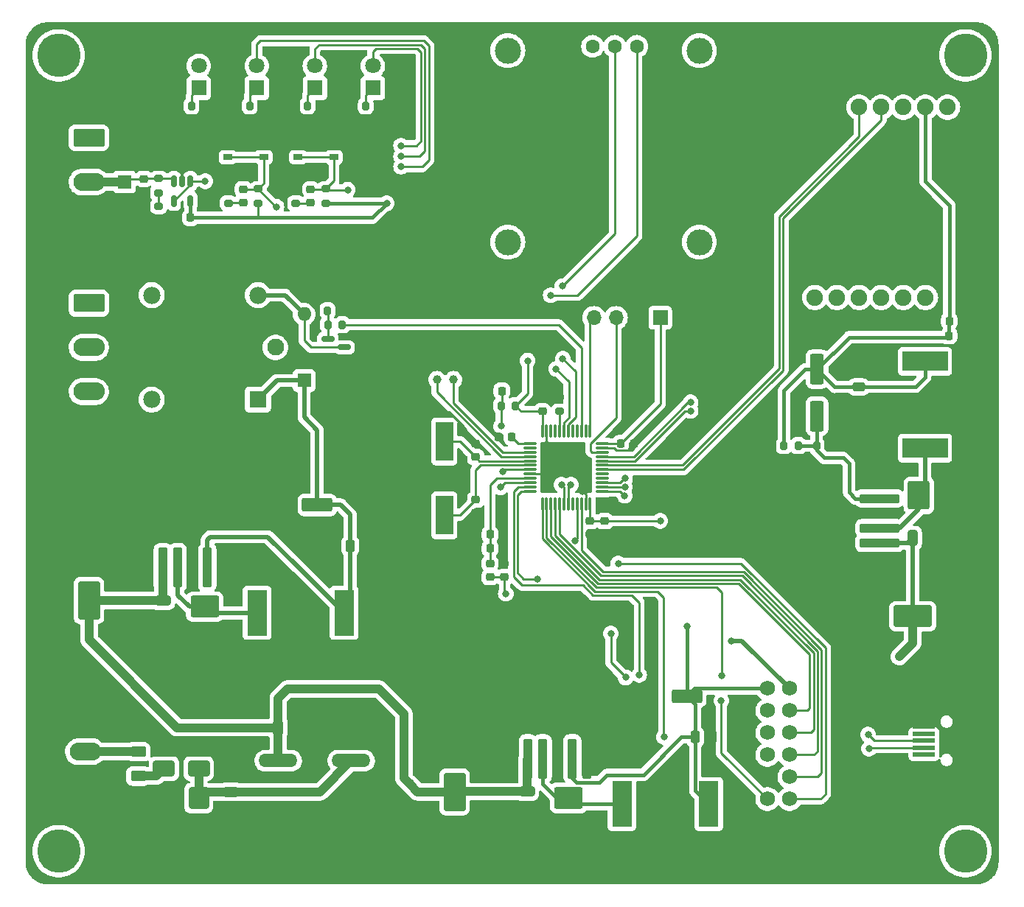
<source format=gbr>
%TF.GenerationSoftware,KiCad,Pcbnew,7.0.6*%
%TF.CreationDate,2023-08-10T11:03:40+03:00*%
%TF.ProjectId,2023-staj-projesi,32303233-2d73-4746-916a-2d70726f6a65,1.0*%
%TF.SameCoordinates,Original*%
%TF.FileFunction,Copper,L1,Top*%
%TF.FilePolarity,Positive*%
%FSLAX46Y46*%
G04 Gerber Fmt 4.6, Leading zero omitted, Abs format (unit mm)*
G04 Created by KiCad (PCBNEW 7.0.6) date 2023-08-10 11:03:40*
%MOMM*%
%LPD*%
G01*
G04 APERTURE LIST*
G04 Aperture macros list*
%AMRoundRect*
0 Rectangle with rounded corners*
0 $1 Rounding radius*
0 $2 $3 $4 $5 $6 $7 $8 $9 X,Y pos of 4 corners*
0 Add a 4 corners polygon primitive as box body*
4,1,4,$2,$3,$4,$5,$6,$7,$8,$9,$2,$3,0*
0 Add four circle primitives for the rounded corners*
1,1,$1+$1,$2,$3*
1,1,$1+$1,$4,$5*
1,1,$1+$1,$6,$7*
1,1,$1+$1,$8,$9*
0 Add four rect primitives between the rounded corners*
20,1,$1+$1,$2,$3,$4,$5,0*
20,1,$1+$1,$4,$5,$6,$7,0*
20,1,$1+$1,$6,$7,$8,$9,0*
20,1,$1+$1,$8,$9,$2,$3,0*%
G04 Aperture macros list end*
%TA.AperFunction,SMDPad,CuDef*%
%ADD10RoundRect,0.225000X-0.250000X0.225000X-0.250000X-0.225000X0.250000X-0.225000X0.250000X0.225000X0*%
%TD*%
%TA.AperFunction,ComponentPad*%
%ADD11R,1.700000X1.700000*%
%TD*%
%TA.AperFunction,ComponentPad*%
%ADD12O,1.700000X1.700000*%
%TD*%
%TA.AperFunction,SMDPad,CuDef*%
%ADD13RoundRect,0.250000X0.300000X-2.050000X0.300000X2.050000X-0.300000X2.050000X-0.300000X-2.050000X0*%
%TD*%
%TA.AperFunction,SMDPad,CuDef*%
%ADD14RoundRect,0.250000X2.375000X-2.025000X2.375000X2.025000X-2.375000X2.025000X-2.375000X-2.025000X0*%
%TD*%
%TA.AperFunction,SMDPad,CuDef*%
%ADD15RoundRect,0.250002X5.149998X-4.449998X5.149998X4.449998X-5.149998X4.449998X-5.149998X-4.449998X0*%
%TD*%
%TA.AperFunction,SMDPad,CuDef*%
%ADD16RoundRect,0.250000X-0.325000X-0.650000X0.325000X-0.650000X0.325000X0.650000X-0.325000X0.650000X0*%
%TD*%
%TA.AperFunction,SMDPad,CuDef*%
%ADD17RoundRect,0.250000X1.500000X0.550000X-1.500000X0.550000X-1.500000X-0.550000X1.500000X-0.550000X0*%
%TD*%
%TA.AperFunction,SMDPad,CuDef*%
%ADD18RoundRect,0.200000X0.275000X-0.200000X0.275000X0.200000X-0.275000X0.200000X-0.275000X-0.200000X0*%
%TD*%
%TA.AperFunction,SMDPad,CuDef*%
%ADD19RoundRect,0.250000X0.475000X-0.250000X0.475000X0.250000X-0.475000X0.250000X-0.475000X-0.250000X0*%
%TD*%
%TA.AperFunction,SMDPad,CuDef*%
%ADD20RoundRect,0.225000X-0.225000X-0.250000X0.225000X-0.250000X0.225000X0.250000X-0.225000X0.250000X0*%
%TD*%
%TA.AperFunction,SMDPad,CuDef*%
%ADD21RoundRect,0.250000X-0.900000X1.000000X-0.900000X-1.000000X0.900000X-1.000000X0.900000X1.000000X0*%
%TD*%
%TA.AperFunction,SMDPad,CuDef*%
%ADD22RoundRect,0.250000X-0.625000X0.375000X-0.625000X-0.375000X0.625000X-0.375000X0.625000X0.375000X0*%
%TD*%
%TA.AperFunction,SMDPad,CuDef*%
%ADD23RoundRect,0.225000X0.225000X0.250000X-0.225000X0.250000X-0.225000X-0.250000X0.225000X-0.250000X0*%
%TD*%
%TA.AperFunction,SMDPad,CuDef*%
%ADD24RoundRect,0.200000X-0.200000X-0.275000X0.200000X-0.275000X0.200000X0.275000X-0.200000X0.275000X0*%
%TD*%
%TA.AperFunction,SMDPad,CuDef*%
%ADD25RoundRect,0.225000X0.250000X-0.225000X0.250000X0.225000X-0.250000X0.225000X-0.250000X-0.225000X0*%
%TD*%
%TA.AperFunction,SMDPad,CuDef*%
%ADD26RoundRect,0.250000X-1.400000X-1.000000X1.400000X-1.000000X1.400000X1.000000X-1.400000X1.000000X0*%
%TD*%
%TA.AperFunction,ComponentPad*%
%ADD27R,1.800000X1.800000*%
%TD*%
%TA.AperFunction,ComponentPad*%
%ADD28C,1.800000*%
%TD*%
%TA.AperFunction,ComponentPad*%
%ADD29C,5.000000*%
%TD*%
%TA.AperFunction,SMDPad,CuDef*%
%ADD30RoundRect,0.200000X-0.275000X0.200000X-0.275000X-0.200000X0.275000X-0.200000X0.275000X0.200000X0*%
%TD*%
%TA.AperFunction,SMDPad,CuDef*%
%ADD31R,2.500000X0.500000*%
%TD*%
%TA.AperFunction,SMDPad,CuDef*%
%ADD32R,2.500000X2.000000*%
%TD*%
%TA.AperFunction,SMDPad,CuDef*%
%ADD33RoundRect,0.250000X1.000000X-1.400000X1.000000X1.400000X-1.000000X1.400000X-1.000000X-1.400000X0*%
%TD*%
%TA.AperFunction,SMDPad,CuDef*%
%ADD34RoundRect,0.250000X1.000000X-1.950000X1.000000X1.950000X-1.000000X1.950000X-1.000000X-1.950000X0*%
%TD*%
%TA.AperFunction,ComponentPad*%
%ADD35R,1.600000X1.600000*%
%TD*%
%TA.AperFunction,ComponentPad*%
%ADD36O,1.600000X1.600000*%
%TD*%
%TA.AperFunction,SMDPad,CuDef*%
%ADD37R,1.050000X0.650000*%
%TD*%
%TA.AperFunction,SMDPad,CuDef*%
%ADD38RoundRect,0.250000X0.250000X0.475000X-0.250000X0.475000X-0.250000X-0.475000X0.250000X-0.475000X0*%
%TD*%
%TA.AperFunction,SMDPad,CuDef*%
%ADD39RoundRect,0.150000X-0.587500X-0.150000X0.587500X-0.150000X0.587500X0.150000X-0.587500X0.150000X0*%
%TD*%
%TA.AperFunction,SMDPad,CuDef*%
%ADD40RoundRect,0.250000X-0.650000X0.325000X-0.650000X-0.325000X0.650000X-0.325000X0.650000X0.325000X0*%
%TD*%
%TA.AperFunction,SMDPad,CuDef*%
%ADD41RoundRect,0.250000X-0.250000X-0.475000X0.250000X-0.475000X0.250000X0.475000X-0.250000X0.475000X0*%
%TD*%
%TA.AperFunction,SMDPad,CuDef*%
%ADD42R,5.207000X2.311400*%
%TD*%
%TA.AperFunction,SMDPad,CuDef*%
%ADD43R,2.311400X5.207000*%
%TD*%
%TA.AperFunction,ComponentPad*%
%ADD44C,1.752600*%
%TD*%
%TA.AperFunction,SMDPad,CuDef*%
%ADD45RoundRect,0.250000X-0.550000X1.500000X-0.550000X-1.500000X0.550000X-1.500000X0.550000X1.500000X0*%
%TD*%
%TA.AperFunction,SMDPad,CuDef*%
%ADD46RoundRect,0.250000X1.000000X0.650000X-1.000000X0.650000X-1.000000X-0.650000X1.000000X-0.650000X0*%
%TD*%
%TA.AperFunction,SMDPad,CuDef*%
%ADD47R,2.000000X4.500000*%
%TD*%
%TA.AperFunction,SMDPad,CuDef*%
%ADD48RoundRect,0.250000X1.950000X1.000000X-1.950000X1.000000X-1.950000X-1.000000X1.950000X-1.000000X0*%
%TD*%
%TA.AperFunction,ComponentPad*%
%ADD49R,1.980000X1.980000*%
%TD*%
%TA.AperFunction,ComponentPad*%
%ADD50C,1.980000*%
%TD*%
%TA.AperFunction,ComponentPad*%
%ADD51C,1.935000*%
%TD*%
%TA.AperFunction,ComponentPad*%
%ADD52C,1.900000*%
%TD*%
%TA.AperFunction,SMDPad,CuDef*%
%ADD53O,4.450000X1.520000*%
%TD*%
%TA.AperFunction,ComponentPad*%
%ADD54RoundRect,0.249999X-1.550001X0.790001X-1.550001X-0.790001X1.550001X-0.790001X1.550001X0.790001X0*%
%TD*%
%TA.AperFunction,ComponentPad*%
%ADD55O,3.600000X2.080000*%
%TD*%
%TA.AperFunction,SMDPad,CuDef*%
%ADD56RoundRect,0.250000X2.050000X0.300000X-2.050000X0.300000X-2.050000X-0.300000X2.050000X-0.300000X0*%
%TD*%
%TA.AperFunction,SMDPad,CuDef*%
%ADD57RoundRect,0.250000X2.025000X2.375000X-2.025000X2.375000X-2.025000X-2.375000X2.025000X-2.375000X0*%
%TD*%
%TA.AperFunction,SMDPad,CuDef*%
%ADD58RoundRect,0.250002X4.449998X5.149998X-4.449998X5.149998X-4.449998X-5.149998X4.449998X-5.149998X0*%
%TD*%
%TA.AperFunction,WasherPad*%
%ADD59C,3.000000*%
%TD*%
%TA.AperFunction,ComponentPad*%
%ADD60C,1.600000*%
%TD*%
%TA.AperFunction,ComponentPad*%
%ADD61C,1.000000*%
%TD*%
%TA.AperFunction,SMDPad,CuDef*%
%ADD62RoundRect,0.075000X-0.662500X-0.075000X0.662500X-0.075000X0.662500X0.075000X-0.662500X0.075000X0*%
%TD*%
%TA.AperFunction,SMDPad,CuDef*%
%ADD63RoundRect,0.075000X-0.075000X-0.662500X0.075000X-0.662500X0.075000X0.662500X-0.075000X0.662500X0*%
%TD*%
%TA.AperFunction,SMDPad,CuDef*%
%ADD64RoundRect,0.218750X0.256250X-0.218750X0.256250X0.218750X-0.256250X0.218750X-0.256250X-0.218750X0*%
%TD*%
%TA.AperFunction,SMDPad,CuDef*%
%ADD65RoundRect,0.200000X0.200000X0.275000X-0.200000X0.275000X-0.200000X-0.275000X0.200000X-0.275000X0*%
%TD*%
%TA.AperFunction,SMDPad,CuDef*%
%ADD66RoundRect,0.150000X-0.150000X0.512500X-0.150000X-0.512500X0.150000X-0.512500X0.150000X0.512500X0*%
%TD*%
%TA.AperFunction,ViaPad*%
%ADD67C,0.800000*%
%TD*%
%TA.AperFunction,Conductor*%
%ADD68C,0.250000*%
%TD*%
%TA.AperFunction,Conductor*%
%ADD69C,0.500000*%
%TD*%
%TA.AperFunction,Conductor*%
%ADD70C,1.000000*%
%TD*%
%TA.AperFunction,Conductor*%
%ADD71C,0.400000*%
%TD*%
G04 APERTURE END LIST*
D10*
%TO.P,C30,1*%
%TO.N,/ADC/SENSOR*%
X77100000Y-58650000D03*
%TO.P,C30,2*%
%TO.N,GND*%
X77100000Y-60200000D03*
%TD*%
D11*
%TO.P,J4,1,Pin_1*%
%TO.N,+3V3*%
X136400000Y-74600000D03*
D12*
%TO.P,J4,2,Pin_2*%
%TO.N,GND*%
X133860000Y-74600000D03*
%TO.P,J4,3,Pin_3*%
%TO.N,/MCU/SWDIO*%
X131320000Y-74600000D03*
%TO.P,J4,4,Pin_4*%
%TO.N,/MCU/SWCLK*%
X128780000Y-74600000D03*
%TD*%
D13*
%TO.P,U1,1,VIN*%
%TO.N,/Power/+12V*%
X79275000Y-103275000D03*
%TO.P,U1,2,OUT*%
%TO.N,Net-(D4-K)*%
X80975000Y-103275000D03*
%TO.P,U1,3,GND*%
%TO.N,GND*%
X82675000Y-103275000D03*
D14*
X79900000Y-96550000D03*
X85450000Y-96550000D03*
D15*
X82675000Y-94125000D03*
D14*
X79900000Y-91700000D03*
X85450000Y-91700000D03*
D13*
%TO.P,U1,4,FB*%
%TO.N,+5V*%
X84375000Y-103275000D03*
%TO.P,U1,5,~{ON}/OFF*%
%TO.N,GND*%
X86075000Y-103275000D03*
%TD*%
D16*
%TO.P,C7,1*%
%TO.N,/Power/+12V*%
X165380000Y-99900000D03*
%TO.P,C7,2*%
%TO.N,GND*%
X168330000Y-99900000D03*
%TD*%
D17*
%TO.P,C12,1*%
%TO.N,+5V*%
X97000000Y-96100000D03*
%TO.P,C12,2*%
%TO.N,GND*%
X91600000Y-96100000D03*
%TD*%
D10*
%TO.P,C22,1*%
%TO.N,+3V3*%
X128350000Y-97950000D03*
%TO.P,C22,2*%
%TO.N,GND*%
X128350000Y-99500000D03*
%TD*%
D18*
%TO.P,R6,1*%
%TO.N,+3V3*%
X90215000Y-61450000D03*
%TO.P,R6,2*%
%TO.N,/MCU/BTN_ACT*%
X90215000Y-59800000D03*
%TD*%
D19*
%TO.P,C10,1*%
%TO.N,+3V8*%
X159200000Y-82550000D03*
%TO.P,C10,2*%
%TO.N,GND*%
X159200000Y-80650000D03*
%TD*%
D20*
%TO.P,C20,1*%
%TO.N,+3.3VA*%
X116850000Y-101100000D03*
%TO.P,C20,2*%
%TO.N,GND*%
X118400000Y-101100000D03*
%TD*%
D21*
%TO.P,D2,1,K*%
%TO.N,Net-(D1-K)*%
X83400000Y-129800000D03*
%TO.P,D2,2,A*%
%TO.N,GND*%
X83400000Y-134100000D03*
%TD*%
D20*
%TO.P,C21,1*%
%TO.N,/MCU/NRST*%
X118200000Y-83000000D03*
%TO.P,C21,2*%
%TO.N,GND*%
X119750000Y-83000000D03*
%TD*%
D16*
%TO.P,C2,1*%
%TO.N,/Power/+12V*%
X92525000Y-121700000D03*
%TO.P,C2,2*%
%TO.N,GND*%
X95475000Y-121700000D03*
%TD*%
D22*
%TO.P,F1,1*%
%TO.N,/Power/VCC*%
X76454000Y-124460000D03*
%TO.P,F1,2*%
%TO.N,Net-(D1-A)*%
X76454000Y-127260000D03*
%TD*%
D23*
%TO.P,C26,1*%
%TO.N,/MCU/VBAT*%
X119350000Y-88270000D03*
%TO.P,C26,2*%
%TO.N,GND*%
X117800000Y-88270000D03*
%TD*%
D24*
%TO.P,R4,1*%
%TO.N,/MCU/NRST*%
X118125000Y-84700000D03*
%TO.P,R4,2*%
%TO.N,+3V3*%
X119775000Y-84700000D03*
%TD*%
D20*
%TO.P,C19,1*%
%TO.N,+3V3*%
X131850000Y-89050000D03*
%TO.P,C19,2*%
%TO.N,GND*%
X133400000Y-89050000D03*
%TD*%
D25*
%TO.P,C24,1*%
%TO.N,+3V3*%
X122850000Y-85350000D03*
%TO.P,C24,2*%
%TO.N,GND*%
X122850000Y-83800000D03*
%TD*%
D26*
%TO.P,D4,1,K*%
%TO.N,Net-(D4-K)*%
X84100000Y-107800000D03*
%TO.P,D4,2,A*%
%TO.N,GND*%
X84100000Y-114600000D03*
%TD*%
D27*
%TO.P,D3,1,K*%
%TO.N,Net-(D3-K)*%
X83400000Y-48200000D03*
D28*
%TO.P,D3,2,A*%
%TO.N,/Power/+12V*%
X83400000Y-45660000D03*
%TD*%
D29*
%TO.P,H3,1*%
%TO.N,N/C*%
X171450000Y-135890000D03*
%TD*%
D24*
%TO.P,R16,1*%
%TO.N,Net-(Q1-B)*%
X98200000Y-73800000D03*
%TO.P,R16,2*%
%TO.N,GND*%
X99850000Y-73800000D03*
%TD*%
D29*
%TO.P,H2,1*%
%TO.N,N/C*%
X67310000Y-135890000D03*
%TD*%
D30*
%TO.P,R14,1*%
%TO.N,Net-(R13-Pad2)*%
X78800000Y-61800000D03*
%TO.P,R14,2*%
%TO.N,GND*%
X78800000Y-63450000D03*
%TD*%
D27*
%TO.P,D8,1,K*%
%TO.N,Net-(D8-K)*%
X96733332Y-48200000D03*
D28*
%TO.P,D8,2,A*%
%TO.N,/MCU/LED_DEACT*%
X96733332Y-45660000D03*
%TD*%
D24*
%TO.P,R3,1*%
%TO.N,Net-(U2-FB)*%
X154350000Y-89300000D03*
%TO.P,R3,2*%
%TO.N,GND*%
X156000000Y-89300000D03*
%TD*%
D17*
%TO.P,C13,1*%
%TO.N,+3V3*%
X139475000Y-118075000D03*
%TO.P,C13,2*%
%TO.N,GND*%
X134075000Y-118075000D03*
%TD*%
D31*
%TO.P,J5,1,VBUS*%
%TO.N,unconnected-(J5-VBUS-Pad1)*%
X166675000Y-124800000D03*
%TO.P,J5,2,D-*%
%TO.N,/MCU/USB_D-*%
X166675000Y-124000000D03*
%TO.P,J5,3,D+*%
%TO.N,/MCU/USB_D+*%
X166675000Y-123200000D03*
%TO.P,J5,4,ID*%
%TO.N,unconnected-(J5-ID-Pad4)*%
X166675000Y-122400000D03*
%TO.P,J5,5,GND*%
%TO.N,GND*%
X166675000Y-121600000D03*
D32*
%TO.P,J5,6,Shield*%
X166675000Y-127600000D03*
X172175000Y-127600000D03*
X166675000Y-118800000D03*
X172175000Y-118800000D03*
%TD*%
D33*
%TO.P,D5,1,K*%
%TO.N,Net-(D5-K)*%
X166100000Y-95000000D03*
%TO.P,D5,2,A*%
%TO.N,GND*%
X172900000Y-95000000D03*
%TD*%
D24*
%TO.P,R8,1*%
%TO.N,Net-(D8-K)*%
X95908332Y-50260000D03*
%TO.P,R8,2*%
%TO.N,GND*%
X97558332Y-50260000D03*
%TD*%
D34*
%TO.P,C5,1*%
%TO.N,/Power/+12V*%
X112775000Y-129075000D03*
%TO.P,C5,2*%
%TO.N,GND*%
X112775000Y-120675000D03*
%TD*%
D29*
%TO.P,H4,1*%
%TO.N,N/C*%
X171450000Y-44450000D03*
%TD*%
D35*
%TO.P,D11,1,K*%
%TO.N,+5V*%
X95500000Y-81810000D03*
D36*
%TO.P,D11,2,A*%
%TO.N,Net-(D11-A)*%
X95500000Y-74190000D03*
%TD*%
D37*
%TO.P,SW2,1,1*%
%TO.N,GND*%
X94805952Y-54000000D03*
X98955952Y-54000000D03*
%TO.P,SW2,2,2*%
%TO.N,/MCU/BTN_DEACT*%
X94805952Y-56150000D03*
X98930952Y-56150000D03*
%TD*%
D38*
%TO.P,C9,1*%
%TO.N,+5V*%
X100800000Y-100800000D03*
%TO.P,C9,2*%
%TO.N,GND*%
X98900000Y-100800000D03*
%TD*%
D33*
%TO.P,D5,1,K*%
%TO.N,Net-(D5-K)*%
X166100000Y-95000000D03*
%TO.P,D5,2,A*%
%TO.N,GND*%
X172900000Y-95000000D03*
%TD*%
D18*
%TO.P,R9,1*%
%TO.N,/MCU/BOOT*%
X124850000Y-85350000D03*
%TO.P,R9,2*%
%TO.N,GND*%
X124850000Y-83700000D03*
%TD*%
D34*
%TO.P,C3,1*%
%TO.N,/Power/+12V*%
X70800000Y-107100000D03*
%TO.P,C3,2*%
%TO.N,GND*%
X70800000Y-98700000D03*
%TD*%
D24*
%TO.P,R2,1*%
%TO.N,+3V8*%
X150600000Y-89300000D03*
%TO.P,R2,2*%
%TO.N,Net-(U2-FB)*%
X152250000Y-89300000D03*
%TD*%
D39*
%TO.P,Q1,1,B*%
%TO.N,Net-(Q1-B)*%
X98225000Y-77050000D03*
%TO.P,Q1,2,E*%
%TO.N,GND*%
X98225000Y-78950000D03*
%TO.P,Q1,3,C*%
%TO.N,Net-(D11-A)*%
X100100000Y-78000000D03*
%TD*%
D40*
%TO.P,C6,1*%
%TO.N,/Power/+12V*%
X79275000Y-107080000D03*
%TO.P,C6,2*%
%TO.N,GND*%
X79275000Y-110030000D03*
%TD*%
D25*
%TO.P,C18,1*%
%TO.N,GND*%
X115200000Y-97050000D03*
%TO.P,C18,2*%
%TO.N,/MCU/RCC_OSC_OUT*%
X115200000Y-95500000D03*
%TD*%
D41*
%TO.P,C11,1*%
%TO.N,+3V3*%
X140425000Y-122775000D03*
%TO.P,C11,2*%
%TO.N,GND*%
X142325000Y-122775000D03*
%TD*%
D42*
%TO.P,L2,1,1*%
%TO.N,+3V8*%
X166800000Y-79608900D03*
%TO.P,L2,2,2*%
%TO.N,Net-(D5-K)*%
X166800000Y-89591100D03*
%TD*%
D43*
%TO.P,L1,1,1*%
%TO.N,+5V*%
X100091100Y-108500000D03*
%TO.P,L1,2,2*%
%TO.N,Net-(D4-K)*%
X90108900Y-108500000D03*
%TD*%
D10*
%TO.P,C16,1*%
%TO.N,+3V3*%
X130000000Y-97950000D03*
%TO.P,C16,2*%
%TO.N,GND*%
X130000000Y-99500000D03*
%TD*%
D40*
%TO.P,C8,1*%
%TO.N,/Power/+12V*%
X121075000Y-129055000D03*
%TO.P,C8,2*%
%TO.N,GND*%
X121075000Y-132005000D03*
%TD*%
D44*
%TO.P,J6,1,Pin_1*%
%TO.N,+3V3*%
X148700000Y-117200000D03*
%TO.P,J6,2,Pin_2*%
%TO.N,+5V*%
X151240000Y-117200000D03*
%TO.P,J6,3,Pin_3*%
%TO.N,/MCU/PA1*%
X148700000Y-119740000D03*
%TO.P,J6,4,Pin_4*%
%TO.N,/MCU/SPI1_SCK*%
X151240000Y-119740000D03*
%TO.P,J6,5,Pin_5*%
%TO.N,/MCU/USART2_TX*%
X148700000Y-122280000D03*
%TO.P,J6,6,Pin_6*%
%TO.N,/MCU/SPI1_MISO*%
X151240000Y-122280000D03*
%TO.P,J6,7,Pin_7*%
%TO.N,/MCU/USART2_RX*%
X148700000Y-124820000D03*
%TO.P,J6,8,Pin_8*%
%TO.N,/MCU/SPI1_MOSI*%
X151240000Y-124820000D03*
%TO.P,J6,9,Pin_9*%
%TO.N,GND*%
X148700000Y-127360000D03*
%TO.P,J6,10,Pin_10*%
%TO.N,/MCU/I2C2_SDA*%
X151240000Y-127360000D03*
%TO.P,J6,11,Pin_11*%
%TO.N,/MCU/PA4*%
X148700000Y-129900000D03*
%TO.P,J6,12,Pin_12*%
%TO.N,/MCU/I2C2_SCL*%
X151240000Y-129900000D03*
%TO.P,J6,13,Pin_13*%
%TO.N,GND*%
X148700000Y-132440000D03*
%TO.P,J6,14,Pin_14*%
X151240000Y-132440000D03*
%TD*%
D45*
%TO.P,C14,1*%
%TO.N,+3V8*%
X154400000Y-80500000D03*
%TO.P,C14,2*%
%TO.N,Net-(U2-FB)*%
X154400000Y-85900000D03*
%TD*%
D46*
%TO.P,D1,1,K*%
%TO.N,Net-(D1-K)*%
X83400000Y-126400000D03*
%TO.P,D1,2,A*%
%TO.N,Net-(D1-A)*%
X79400000Y-126400000D03*
%TD*%
D47*
%TO.P,Y2,1,1*%
%TO.N,/MCU/RCC_OSC_OUT*%
X111600000Y-97300000D03*
%TO.P,Y2,2,2*%
%TO.N,/MCU/RCC_OSC_IN*%
X111600000Y-88800000D03*
%TD*%
D27*
%TO.P,D7,1,K*%
%TO.N,Net-(D7-K)*%
X90066666Y-48200000D03*
D28*
%TO.P,D7,2,A*%
%TO.N,/MCU/LED_ACT*%
X90066666Y-45660000D03*
%TD*%
D18*
%TO.P,R7,1*%
%TO.N,Net-(C25-Pad2)*%
X86800000Y-61425000D03*
%TO.P,R7,2*%
%TO.N,GND*%
X86800000Y-59775000D03*
%TD*%
D10*
%TO.P,C27,1*%
%TO.N,/MCU/BTN_DEACT*%
X96257500Y-59850000D03*
%TO.P,C27,2*%
%TO.N,Net-(C27-Pad2)*%
X96257500Y-61400000D03*
%TD*%
D48*
%TO.P,C4,1*%
%TO.N,/Power/+12V*%
X165400000Y-108900000D03*
%TO.P,C4,2*%
%TO.N,GND*%
X157000000Y-108900000D03*
%TD*%
D24*
%TO.P,R2,1*%
%TO.N,+3V8*%
X150600000Y-89300000D03*
%TO.P,R2,2*%
%TO.N,Net-(U2-FB)*%
X152250000Y-89300000D03*
%TD*%
D30*
%TO.P,R13,1*%
%TO.N,/ADC/SENSOR*%
X78800000Y-58600000D03*
%TO.P,R13,2*%
%TO.N,Net-(R13-Pad2)*%
X78800000Y-60250000D03*
%TD*%
D19*
%TO.P,C10,1*%
%TO.N,+3V8*%
X159200000Y-82550000D03*
%TO.P,C10,2*%
%TO.N,GND*%
X159200000Y-80650000D03*
%TD*%
D49*
%TO.P,K1,A1*%
%TO.N,+5V*%
X90200000Y-84000000D03*
D50*
%TO.P,K1,A2*%
%TO.N,Net-(D11-A)*%
X90200000Y-72000000D03*
D51*
%TO.P,K1,COM*%
%TO.N,/RELAY/RLIN*%
X92200000Y-78000000D03*
D50*
%TO.P,K1,NC*%
%TO.N,/RELAY/RLNC*%
X78000000Y-84000000D03*
%TO.P,K1,NO*%
%TO.N,/RELAY/RLNO*%
X78000000Y-72000000D03*
%TD*%
D52*
%TO.P,U5,1,NET*%
%TO.N,unconnected-(U5-NET-Pad1)*%
X169400000Y-50400000D03*
%TO.P,U5,2,VCC*%
%TO.N,+3V8*%
X166860000Y-50400000D03*
%TO.P,U5,3,RST*%
%TO.N,unconnected-(U5-RST-Pad3)*%
X164320000Y-50400000D03*
%TO.P,U5,4,RXD*%
%TO.N,/GSM/RXD*%
X161780000Y-50400000D03*
%TO.P,U5,5,TXD*%
%TO.N,/GSM/TXD*%
X159240000Y-50400000D03*
%TO.P,U5,6,GND*%
%TO.N,GND*%
X156700000Y-50400000D03*
%TO.P,U5,7,SPK-*%
%TO.N,unconnected-(U5-SPK--Pad7)*%
X154160000Y-72270000D03*
%TO.P,U5,8,SPK+*%
%TO.N,unconnected-(U5-SPK+-Pad8)*%
X156700000Y-72270000D03*
%TO.P,U5,9,MIC-*%
%TO.N,unconnected-(U5-MIC--Pad9)*%
X159240000Y-72270000D03*
%TO.P,U5,10,MIC+*%
%TO.N,unconnected-(U5-MIC+-Pad10)*%
X161780000Y-72270000D03*
%TO.P,U5,11,DTR*%
%TO.N,unconnected-(U5-DTR-Pad11)*%
X164320000Y-72270000D03*
%TO.P,U5,12,RING*%
%TO.N,unconnected-(U5-RING-Pad12)*%
X166860000Y-72270000D03*
%TD*%
D37*
%TO.P,SW1,1,1*%
%TO.N,GND*%
X86730952Y-54000000D03*
X90880952Y-54000000D03*
%TO.P,SW1,2,2*%
%TO.N,/MCU/BTN_ACT*%
X86730952Y-56150000D03*
X90855952Y-56150000D03*
%TD*%
D24*
%TO.P,R5,1*%
%TO.N,Net-(D7-K)*%
X89241666Y-50260000D03*
%TO.P,R5,2*%
%TO.N,GND*%
X90891666Y-50260000D03*
%TD*%
D35*
%TO.P,D10,1,K*%
%TO.N,/ADC/SENSOR*%
X74880000Y-59000000D03*
D36*
%TO.P,D10,2,A*%
%TO.N,GND*%
X74880000Y-66620000D03*
%TD*%
D42*
%TO.P,L2,1,1*%
%TO.N,+3V8*%
X166800000Y-79608900D03*
%TO.P,L2,2,2*%
%TO.N,Net-(D5-K)*%
X166800000Y-89591100D03*
%TD*%
D27*
%TO.P,D9,1,K*%
%TO.N,Net-(D9-K)*%
X103400000Y-48200000D03*
D28*
%TO.P,D9,2,A*%
%TO.N,/MCU/LED_ERR*%
X103400000Y-45660000D03*
%TD*%
D23*
%TO.P,C31,1*%
%TO.N,+3V3*%
X82450000Y-63100000D03*
%TO.P,C31,2*%
%TO.N,GND*%
X80900000Y-63100000D03*
%TD*%
D53*
%TO.P,T1,1,PRI_1*%
%TO.N,/Power/+12V*%
X92535000Y-125495000D03*
%TO.P,T1,2,PRI_2*%
%TO.N,GND*%
X92535000Y-135905000D03*
%TO.P,T1,3,SEC_1*%
%TO.N,Net-(D1-K)*%
X100915000Y-125495000D03*
%TO.P,T1,4,SEC_2*%
%TO.N,GND*%
X100915000Y-135905000D03*
%TD*%
D20*
%TO.P,C23,1*%
%TO.N,+3.3VA*%
X116850000Y-99500000D03*
%TO.P,C23,2*%
%TO.N,GND*%
X118400000Y-99500000D03*
%TD*%
D18*
%TO.P,R11,1*%
%TO.N,Net-(C27-Pad2)*%
X94550000Y-61450000D03*
%TO.P,R11,2*%
%TO.N,GND*%
X94550000Y-59800000D03*
%TD*%
D26*
%TO.P,D6,1,K*%
%TO.N,Net-(D6-K)*%
X125875000Y-129775000D03*
%TO.P,D6,2,A*%
%TO.N,GND*%
X125875000Y-136575000D03*
%TD*%
D25*
%TO.P,C15,1*%
%TO.N,+3V3*%
X118500000Y-104400000D03*
%TO.P,C15,2*%
%TO.N,GND*%
X118500000Y-102850000D03*
%TD*%
D10*
%TO.P,C25,1*%
%TO.N,/MCU/BTN_ACT*%
X88507500Y-59825000D03*
%TO.P,C25,2*%
%TO.N,Net-(C25-Pad2)*%
X88507500Y-61375000D03*
%TD*%
D54*
%TO.P,J2,1,Pin_1*%
%TO.N,+5V*%
X70777500Y-53920000D03*
D55*
%TO.P,J2,2,Pin_2*%
%TO.N,/ADC/SENSOR*%
X70777500Y-59000000D03*
%TO.P,J2,3,Pin_3*%
%TO.N,GND*%
X70777500Y-64080000D03*
%TD*%
D56*
%TO.P,U2,1,VIN*%
%TO.N,/Power/+12V*%
X161575000Y-100475000D03*
%TO.P,U2,2,OUT*%
%TO.N,Net-(D5-K)*%
X161575000Y-98775000D03*
%TO.P,U2,3,GND*%
%TO.N,GND*%
X161575000Y-97075000D03*
D57*
X154850000Y-99850000D03*
X154850000Y-94300000D03*
D58*
X152425000Y-97075000D03*
D57*
X150000000Y-99850000D03*
X150000000Y-94300000D03*
D56*
%TO.P,U2,4,FB*%
%TO.N,Net-(U2-FB)*%
X161575000Y-95375000D03*
%TO.P,U2,5,~{ON}/OFF*%
%TO.N,GND*%
X161575000Y-93675000D03*
%TD*%
D59*
%TO.P,Brd1,*%
%TO.N,*%
X118895000Y-43905000D03*
X118895000Y-65905000D03*
X140895000Y-43905000D03*
X140895000Y-65905000D03*
D60*
%TO.P,Brd1,1,GND*%
%TO.N,GND*%
X126085000Y-43405000D03*
%TO.P,Brd1,2,VCC*%
%TO.N,+5V*%
X128625000Y-43405000D03*
%TO.P,Brd1,3,SCL*%
%TO.N,/LCD/SCL*%
X131165000Y-43405000D03*
%TO.P,Brd1,4,SDA*%
%TO.N,/LCD/SDA*%
X133705000Y-43405000D03*
%TD*%
D48*
%TO.P,C4,1*%
%TO.N,/Power/+12V*%
X165400000Y-108900000D03*
%TO.P,C4,2*%
%TO.N,GND*%
X157000000Y-108900000D03*
%TD*%
D61*
%TO.P,Y1,1,1*%
%TO.N,/MCU/RCC_OSC32_OUT*%
X110750000Y-81700000D03*
%TO.P,Y1,2,2*%
%TO.N,/MCU/RCC_OSC32_IN*%
X112650000Y-81700000D03*
%TD*%
D24*
%TO.P,R12,1*%
%TO.N,Net-(D9-K)*%
X102575000Y-50260000D03*
%TO.P,R12,2*%
%TO.N,GND*%
X104225000Y-50260000D03*
%TD*%
%TO.P,R1,1*%
%TO.N,Net-(D3-K)*%
X82575000Y-50260000D03*
%TO.P,R1,2*%
%TO.N,GND*%
X84225000Y-50260000D03*
%TD*%
D54*
%TO.P,J3,1,Pin_1*%
%TO.N,/RELAY/RLNO*%
X70777500Y-72920000D03*
D55*
%TO.P,J3,2,Pin_2*%
%TO.N,/RELAY/RLIN*%
X70777500Y-78000000D03*
%TO.P,J3,3,Pin_3*%
%TO.N,/RELAY/RLNC*%
X70777500Y-83080000D03*
%TD*%
D45*
%TO.P,C14,1*%
%TO.N,+3V8*%
X154400000Y-80500000D03*
%TO.P,C14,2*%
%TO.N,Net-(U2-FB)*%
X154400000Y-85900000D03*
%TD*%
D29*
%TO.P,H1,1*%
%TO.N,N/C*%
X67310000Y-44450000D03*
%TD*%
D62*
%TO.P,U4,1,VBAT*%
%TO.N,/MCU/VBAT*%
X121437500Y-89050000D03*
%TO.P,U4,2,PC13*%
%TO.N,unconnected-(U4-PC13-Pad2)*%
X121437500Y-89550000D03*
%TO.P,U4,3,PC14*%
%TO.N,/MCU/RCC_OSC32_IN*%
X121437500Y-90050000D03*
%TO.P,U4,4,PC15*%
%TO.N,/MCU/RCC_OSC32_OUT*%
X121437500Y-90550000D03*
%TO.P,U4,5,PD0*%
%TO.N,/MCU/RCC_OSC_IN*%
X121437500Y-91050000D03*
%TO.P,U4,6,PD1*%
%TO.N,/MCU/RCC_OSC_OUT*%
X121437500Y-91550000D03*
%TO.P,U4,7,NRST*%
%TO.N,/MCU/NRST*%
X121437500Y-92050000D03*
%TO.P,U4,8,VSSA*%
%TO.N,GND*%
X121437500Y-92550000D03*
%TO.P,U4,9,VDDA*%
%TO.N,+3.3VA*%
X121437500Y-93050000D03*
%TO.P,U4,10,PA0*%
%TO.N,/ADC/ADC*%
X121437500Y-93550000D03*
%TO.P,U4,11,PA1*%
%TO.N,/MCU/PA1*%
X121437500Y-94050000D03*
%TO.P,U4,12,PA2*%
%TO.N,/MCU/USART2_TX*%
X121437500Y-94550000D03*
D63*
%TO.P,U4,13,PA3*%
%TO.N,/MCU/USART2_RX*%
X122850000Y-95962500D03*
%TO.P,U4,14,PA4*%
%TO.N,/MCU/PA4*%
X123350000Y-95962500D03*
%TO.P,U4,15,PA5*%
%TO.N,/MCU/SPI1_SCK*%
X123850000Y-95962500D03*
%TO.P,U4,16,PA6*%
%TO.N,/MCU/SPI1_MISO*%
X124350000Y-95962500D03*
%TO.P,U4,17,PA7*%
%TO.N,/MCU/SPI1_MOSI*%
X124850000Y-95962500D03*
%TO.P,U4,18,PB0*%
%TO.N,/MCU/BTN_ACT*%
X125350000Y-95962500D03*
%TO.P,U4,19,PB1*%
%TO.N,/MCU/BTN_DEACT*%
X125850000Y-95962500D03*
%TO.P,U4,20,PB2*%
%TO.N,unconnected-(U4-PB2-Pad20)*%
X126350000Y-95962500D03*
%TO.P,U4,21,PB10*%
%TO.N,/MCU/I2C2_SCL*%
X126850000Y-95962500D03*
%TO.P,U4,22,PB11*%
%TO.N,/MCU/I2C2_SDA*%
X127350000Y-95962500D03*
%TO.P,U4,23,VSS*%
%TO.N,GND*%
X127850000Y-95962500D03*
%TO.P,U4,24,VDD*%
%TO.N,+3V3*%
X128350000Y-95962500D03*
D62*
%TO.P,U4,25,PB12*%
%TO.N,/MCU/LED_ERR*%
X129762500Y-94550000D03*
%TO.P,U4,26,PB13*%
%TO.N,/MCU/LED_DEACT*%
X129762500Y-94050000D03*
%TO.P,U4,27,PB14*%
%TO.N,/MCU/LED_ACT*%
X129762500Y-93550000D03*
%TO.P,U4,28,PB15*%
%TO.N,unconnected-(U4-PB15-Pad28)*%
X129762500Y-93050000D03*
%TO.P,U4,29,PA8*%
%TO.N,unconnected-(U4-PA8-Pad29)*%
X129762500Y-92550000D03*
%TO.P,U4,30,PA9*%
%TO.N,/GSM/RXD*%
X129762500Y-92050000D03*
%TO.P,U4,31,PA10*%
%TO.N,/GSM/TXD*%
X129762500Y-91550000D03*
%TO.P,U4,32,PA11*%
%TO.N,/MCU/USB_D-*%
X129762500Y-91050000D03*
%TO.P,U4,33,PA12*%
%TO.N,/MCU/USB_D+*%
X129762500Y-90550000D03*
%TO.P,U4,34,PA13*%
%TO.N,/MCU/SWDIO*%
X129762500Y-90050000D03*
%TO.P,U4,35,VSS*%
%TO.N,GND*%
X129762500Y-89550000D03*
%TO.P,U4,36,VDD*%
%TO.N,+3V3*%
X129762500Y-89050000D03*
D63*
%TO.P,U4,37,PA14*%
%TO.N,/MCU/SWCLK*%
X128350000Y-87637500D03*
%TO.P,U4,38,PA15*%
%TO.N,unconnected-(U4-PA15-Pad38)*%
X127850000Y-87637500D03*
%TO.P,U4,39,PB3*%
%TO.N,/MCU/RELAY*%
X127350000Y-87637500D03*
%TO.P,U4,40,PB4*%
%TO.N,unconnected-(U4-PB4-Pad40)*%
X126850000Y-87637500D03*
%TO.P,U4,41,PB5*%
%TO.N,unconnected-(U4-PB5-Pad41)*%
X126350000Y-87637500D03*
%TO.P,U4,42,PB6*%
%TO.N,/LCD/SCL*%
X125850000Y-87637500D03*
%TO.P,U4,43,PB7*%
%TO.N,/LCD/SDA*%
X125350000Y-87637500D03*
%TO.P,U4,44,BOOT0*%
%TO.N,/MCU/BOOT*%
X124850000Y-87637500D03*
%TO.P,U4,45,PB8*%
%TO.N,unconnected-(U4-PB8-Pad45)*%
X124350000Y-87637500D03*
%TO.P,U4,46,PB9*%
%TO.N,unconnected-(U4-PB9-Pad46)*%
X123850000Y-87637500D03*
%TO.P,U4,47,VSS*%
%TO.N,GND*%
X123350000Y-87637500D03*
%TO.P,U4,48,VDD*%
%TO.N,+3V3*%
X122850000Y-87637500D03*
%TD*%
D43*
%TO.P,L3,1,1*%
%TO.N,+3V3*%
X141975000Y-130475000D03*
%TO.P,L3,2,2*%
%TO.N,Net-(D6-K)*%
X131992800Y-130475000D03*
%TD*%
D56*
%TO.P,U2,1,VIN*%
%TO.N,/Power/+12V*%
X161575000Y-100475000D03*
%TO.P,U2,2,OUT*%
%TO.N,Net-(D5-K)*%
X161575000Y-98775000D03*
%TO.P,U2,3,GND*%
%TO.N,GND*%
X161575000Y-97075000D03*
D57*
X154850000Y-99850000D03*
X154850000Y-94300000D03*
D58*
X152425000Y-97075000D03*
D57*
X150000000Y-99850000D03*
X150000000Y-94300000D03*
D56*
%TO.P,U2,4,FB*%
%TO.N,Net-(U2-FB)*%
X161575000Y-95375000D03*
%TO.P,U2,5,~{ON}/OFF*%
%TO.N,GND*%
X161575000Y-93675000D03*
%TD*%
D16*
%TO.P,C7,1*%
%TO.N,/Power/+12V*%
X165380000Y-99900000D03*
%TO.P,C7,2*%
%TO.N,GND*%
X168330000Y-99900000D03*
%TD*%
D18*
%TO.P,R10,1*%
%TO.N,+3V3*%
X97965000Y-61450000D03*
%TO.P,R10,2*%
%TO.N,/MCU/BTN_DEACT*%
X97965000Y-59800000D03*
%TD*%
D64*
%TO.P,FB1,1*%
%TO.N,+3V3*%
X116850000Y-104400000D03*
%TO.P,FB1,2*%
%TO.N,+3.3VA*%
X116850000Y-102825000D03*
%TD*%
D13*
%TO.P,U3,1,VIN*%
%TO.N,/Power/+12V*%
X121200000Y-125250000D03*
%TO.P,U3,2,OUT*%
%TO.N,Net-(D6-K)*%
X122900000Y-125250000D03*
%TO.P,U3,3,GND*%
%TO.N,GND*%
X124600000Y-125250000D03*
D14*
X121825000Y-118525000D03*
X127375000Y-118525000D03*
D15*
X124600000Y-116100000D03*
D14*
X121825000Y-113675000D03*
X127375000Y-113675000D03*
D13*
%TO.P,U3,4,FB*%
%TO.N,+3V3*%
X126300000Y-125250000D03*
%TO.P,U3,5,~{ON}/OFF*%
%TO.N,GND*%
X128000000Y-125250000D03*
%TD*%
D20*
%TO.P,C28,1*%
%TO.N,+3V8*%
X169595000Y-74970000D03*
%TO.P,C28,2*%
%TO.N,GND*%
X171145000Y-74970000D03*
%TD*%
%TO.P,C29,1*%
%TO.N,+3V8*%
X169570000Y-76670000D03*
%TO.P,C29,2*%
%TO.N,GND*%
X171120000Y-76670000D03*
%TD*%
D54*
%TO.P,J1,1,Pin_1*%
%TO.N,GND*%
X70358000Y-119380000D03*
D55*
%TO.P,J1,2,Pin_2*%
%TO.N,/Power/VCC*%
X70358000Y-124460000D03*
%TD*%
D10*
%TO.P,C17,1*%
%TO.N,GND*%
X115200000Y-89050000D03*
%TO.P,C17,2*%
%TO.N,/MCU/RCC_OSC_IN*%
X115200000Y-90600000D03*
%TD*%
D65*
%TO.P,R15,1*%
%TO.N,/MCU/RELAY*%
X99875000Y-75400000D03*
%TO.P,R15,2*%
%TO.N,Net-(Q1-B)*%
X98225000Y-75400000D03*
%TD*%
D66*
%TO.P,U6,1*%
%TO.N,/ADC/ADC*%
X82450000Y-58900000D03*
%TO.P,U6,2,V-*%
%TO.N,GND*%
X81500000Y-58900000D03*
%TO.P,U6,3,+*%
%TO.N,/ADC/SENSOR*%
X80550000Y-58900000D03*
%TO.P,U6,4,-*%
%TO.N,/ADC/ADC*%
X80550000Y-61175000D03*
%TO.P,U6,5,V+*%
%TO.N,+3V3*%
X82450000Y-61175000D03*
%TD*%
D24*
%TO.P,R3,1*%
%TO.N,Net-(U2-FB)*%
X154350000Y-89300000D03*
%TO.P,R3,2*%
%TO.N,GND*%
X156000000Y-89300000D03*
%TD*%
D40*
%TO.P,C1,1*%
%TO.N,Net-(D1-K)*%
X87100000Y-129080000D03*
%TO.P,C1,2*%
%TO.N,GND*%
X87100000Y-132030000D03*
%TD*%
D67*
%TO.N,GND*%
X127490000Y-94540000D03*
X123600000Y-92560000D03*
X113470000Y-101680000D03*
X113830000Y-87560000D03*
X130580000Y-96220000D03*
X111310000Y-85400000D03*
X118200000Y-97560000D03*
X144510000Y-120750000D03*
X142050000Y-120750000D03*
%TO.N,+5V*%
X144550000Y-111740000D03*
%TO.N,/LCD/SCL*%
X125170000Y-70950000D03*
X125210000Y-79310000D03*
%TO.N,/LCD/SDA*%
X123820000Y-72010000D03*
X124440000Y-80480000D03*
%TO.N,/Power/+12V*%
X163830000Y-113530000D03*
X107620000Y-128120000D03*
X163830000Y-113530000D03*
X107620000Y-128120000D03*
%TO.N,+3V3*%
X121170000Y-79540000D03*
X139480000Y-110060000D03*
X139480000Y-110060000D03*
X105000000Y-61450000D03*
X118660000Y-106310000D03*
X136400000Y-97940000D03*
X105000000Y-61450000D03*
%TO.N,/MCU/NRST*%
X118310000Y-92274500D03*
X118130000Y-87060000D03*
%TO.N,/MCU/BTN_ACT*%
X92320000Y-61840000D03*
X125060000Y-93790000D03*
%TO.N,/MCU/BTN_DEACT*%
X126140000Y-93790000D03*
X100500000Y-59890000D03*
%TO.N,/MCU/LED_ACT*%
X106640000Y-57240000D03*
X132350747Y-93050555D03*
%TO.N,/MCU/LED_DEACT*%
X106640000Y-56060000D03*
X132340000Y-94050000D03*
%TO.N,/MCU/LED_ERR*%
X106640000Y-54820000D03*
X132317545Y-95049250D03*
%TO.N,/MCU/USB_D-*%
X139890000Y-85310000D03*
X160380000Y-124110000D03*
%TO.N,/MCU/USB_D+*%
X160270000Y-122500000D03*
X139890000Y-84310497D03*
%TO.N,/ADC/ADC*%
X118070000Y-94080000D03*
X84150000Y-58910000D03*
%TO.N,/MCU/PA1*%
X133980000Y-115650000D03*
%TO.N,/MCU/USART2_TX*%
X130726558Y-110890500D03*
X132420000Y-115930000D03*
X122320000Y-104595500D03*
%TO.N,/MCU/USART2_RX*%
X136820000Y-122770000D03*
%TO.N,/MCU/PA4*%
X143420000Y-118590000D03*
X143460000Y-115720000D03*
%TO.N,/MCU/I2C2_SCL*%
X131570000Y-102840000D03*
X126625500Y-100220000D03*
%TD*%
D68*
%TO.N,GND*%
X123350000Y-87637500D02*
X123350000Y-89280000D01*
X131097183Y-89550000D02*
X131397183Y-89850000D01*
X123590000Y-92550000D02*
X123600000Y-92560000D01*
X127850000Y-94900000D02*
X127490000Y-94540000D01*
X113830000Y-87130000D02*
X113830000Y-87560000D01*
X112100000Y-85400000D02*
X113830000Y-87130000D01*
X133120000Y-89850000D02*
X133400000Y-89570000D01*
X111310000Y-85400000D02*
X112100000Y-85400000D01*
X131397183Y-89850000D02*
X133120000Y-89850000D01*
X129762500Y-89550000D02*
X131097183Y-89550000D01*
X133400000Y-89570000D02*
X133400000Y-89050000D01*
X121437500Y-92550000D02*
X123590000Y-92550000D01*
X127850000Y-95962500D02*
X127850000Y-94900000D01*
X123350000Y-89280000D02*
X123620000Y-89550000D01*
D69*
%TO.N,+5V*%
X84375000Y-103275000D02*
X84375000Y-100115000D01*
X99690000Y-96100000D02*
X97000000Y-96100000D01*
X100800000Y-100800000D02*
X100810000Y-100810000D01*
X92390000Y-81810000D02*
X90200000Y-84000000D01*
X100800000Y-100800000D02*
X100800000Y-97210000D01*
X100810000Y-107781100D02*
X100091100Y-108500000D01*
X95500000Y-81810000D02*
X92390000Y-81810000D01*
X97000000Y-87540000D02*
X95500000Y-86040000D01*
X100810000Y-100810000D02*
X100810000Y-107781100D01*
X91340000Y-99770000D02*
X94838900Y-103268900D01*
X94860000Y-103268900D02*
X100091100Y-108500000D01*
X144550000Y-111740000D02*
X145780000Y-111740000D01*
X100800000Y-97210000D02*
X99690000Y-96100000D01*
X145780000Y-111740000D02*
X151240000Y-117200000D01*
X84375000Y-100115000D02*
X84720000Y-99770000D01*
X84720000Y-99770000D02*
X91340000Y-99770000D01*
X95500000Y-86040000D02*
X95500000Y-81810000D01*
X94838900Y-103268900D02*
X94860000Y-103268900D01*
X97000000Y-96100000D02*
X97000000Y-87540000D01*
D68*
%TO.N,/LCD/SCL*%
X131165000Y-64955000D02*
X125170000Y-70950000D01*
X131165000Y-43405000D02*
X131165000Y-64955000D01*
X125210000Y-79310000D02*
X126690000Y-80790000D01*
X126690000Y-85994315D02*
X125850000Y-86834315D01*
X126690000Y-80790000D02*
X126690000Y-85994315D01*
X125850000Y-86834315D02*
X125850000Y-87637500D01*
%TO.N,/LCD/SDA*%
X125900000Y-81940000D02*
X124440000Y-80480000D01*
X125350000Y-86620000D02*
X125900000Y-86070000D01*
X133705000Y-43405000D02*
X133705000Y-65205000D01*
X125350000Y-87637500D02*
X125350000Y-86620000D01*
X126970000Y-71940000D02*
X126900000Y-72010000D01*
X126900000Y-72010000D02*
X123820000Y-72010000D01*
X125900000Y-86070000D02*
X125900000Y-81940000D01*
X133705000Y-65205000D02*
X126970000Y-71940000D01*
D70*
%TO.N,Net-(D1-K)*%
X83400000Y-126400000D02*
X83400000Y-129800000D01*
X97330000Y-129080000D02*
X100915000Y-125495000D01*
X87100000Y-129080000D02*
X97330000Y-129080000D01*
X87100000Y-129080000D02*
X84120000Y-129080000D01*
X84120000Y-129080000D02*
X83400000Y-129800000D01*
%TO.N,/Power/+12V*%
X107620000Y-128180000D02*
X108515000Y-129075000D01*
X106970000Y-120130000D02*
X106970000Y-127530000D01*
X112795000Y-129055000D02*
X112775000Y-129075000D01*
X121075000Y-129055000D02*
X121075000Y-125375000D01*
X165400000Y-111960000D02*
X165400000Y-108900000D01*
X107560000Y-128120000D02*
X107620000Y-128120000D01*
X92525000Y-121700000D02*
X80920000Y-121700000D01*
X93570000Y-117260000D02*
X104100000Y-117260000D01*
X165400000Y-111960000D02*
X165400000Y-108900000D01*
X79255000Y-107100000D02*
X79275000Y-107080000D01*
D69*
X165380000Y-108880000D02*
X165400000Y-108900000D01*
D70*
X163830000Y-113530000D02*
X165400000Y-111960000D01*
X92525000Y-121700000D02*
X92525000Y-125485000D01*
D69*
X161575000Y-100475000D02*
X164805000Y-100475000D01*
D70*
X92525000Y-118305000D02*
X93570000Y-117260000D01*
X121075000Y-129055000D02*
X112795000Y-129055000D01*
X80920000Y-121700000D02*
X70800000Y-111580000D01*
D69*
X165380000Y-108880000D02*
X165400000Y-108900000D01*
D70*
X106970000Y-127530000D02*
X107560000Y-128120000D01*
X107620000Y-128120000D02*
X107620000Y-128180000D01*
D69*
X164805000Y-100475000D02*
X165380000Y-99900000D01*
D70*
X70800000Y-111580000D02*
X70800000Y-107100000D01*
X70800000Y-107100000D02*
X79255000Y-107100000D01*
X92525000Y-121700000D02*
X92525000Y-118305000D01*
X163830000Y-113530000D02*
X165400000Y-111960000D01*
D69*
X165380000Y-99900000D02*
X165380000Y-108880000D01*
D70*
X79275000Y-107080000D02*
X79275000Y-103275000D01*
D69*
X165380000Y-99900000D02*
X165380000Y-108880000D01*
D70*
X121075000Y-125375000D02*
X121200000Y-125250000D01*
D69*
X161575000Y-100475000D02*
X164805000Y-100475000D01*
D70*
X108515000Y-129075000D02*
X112775000Y-129075000D01*
X104100000Y-117260000D02*
X106970000Y-120130000D01*
D69*
X164805000Y-100475000D02*
X165380000Y-99900000D01*
D70*
X92525000Y-125485000D02*
X92535000Y-125495000D01*
D71*
%TO.N,+3V8*%
X158080000Y-76820000D02*
X169420000Y-76820000D01*
X158080000Y-76820000D02*
X169420000Y-76820000D01*
X153070000Y-80500000D02*
X154400000Y-80500000D01*
X159200000Y-82550000D02*
X156450000Y-82550000D01*
X156450000Y-82550000D02*
X154400000Y-80500000D01*
X165720000Y-82550000D02*
X166800000Y-81470000D01*
X154400000Y-80500000D02*
X158080000Y-76820000D01*
X159200000Y-82550000D02*
X165720000Y-82550000D01*
X154400000Y-80500000D02*
X158080000Y-76820000D01*
X153070000Y-80500000D02*
X154400000Y-80500000D01*
X159200000Y-82550000D02*
X156450000Y-82550000D01*
X150600000Y-82970000D02*
X153070000Y-80500000D01*
X169570000Y-76670000D02*
X169570000Y-74995000D01*
X156450000Y-82550000D02*
X154400000Y-80500000D01*
X169570000Y-76670000D02*
X169570000Y-74995000D01*
X159200000Y-82550000D02*
X165720000Y-82550000D01*
X165720000Y-82550000D02*
X166800000Y-81470000D01*
X169420000Y-76820000D02*
X169570000Y-76670000D01*
X150600000Y-82970000D02*
X153070000Y-80500000D01*
X169595000Y-74970000D02*
X169595000Y-61675000D01*
X169570000Y-74995000D02*
X169595000Y-74970000D01*
X169595000Y-61675000D02*
X166860000Y-58940000D01*
X166860000Y-58940000D02*
X166860000Y-50400000D01*
X150600000Y-89300000D02*
X150600000Y-82970000D01*
X169595000Y-61675000D02*
X166860000Y-58940000D01*
X166800000Y-81470000D02*
X166800000Y-79608900D01*
X166860000Y-58940000D02*
X166860000Y-50400000D01*
X169570000Y-74995000D02*
X169595000Y-74970000D01*
X169420000Y-76820000D02*
X169570000Y-76670000D01*
X169595000Y-74970000D02*
X169595000Y-61675000D01*
X166800000Y-81470000D02*
X166800000Y-79608900D01*
X150600000Y-89300000D02*
X150600000Y-82970000D01*
D68*
%TO.N,+3V3*%
X120425000Y-85350000D02*
X119775000Y-84700000D01*
D71*
X82450000Y-63100000D02*
X90220000Y-63100000D01*
D68*
X131850000Y-89050000D02*
X136400000Y-84500000D01*
D71*
X139475000Y-118075000D02*
X139475000Y-110065000D01*
D68*
X119775000Y-84700000D02*
X121170000Y-83305000D01*
X118500000Y-106150000D02*
X118660000Y-106310000D01*
X122850000Y-85350000D02*
X120425000Y-85350000D01*
D71*
X129420000Y-127960000D02*
X126800000Y-127960000D01*
X139475000Y-110065000D02*
X139480000Y-110060000D01*
X139475000Y-110065000D02*
X139480000Y-110060000D01*
X140420000Y-128920000D02*
X140420000Y-122780000D01*
X139475000Y-118075000D02*
X139475000Y-110065000D01*
X105000000Y-61450000D02*
X97965000Y-61450000D01*
X126800000Y-127960000D02*
X126300000Y-127460000D01*
X105000000Y-61450000D02*
X97965000Y-61450000D01*
D68*
X130000000Y-97950000D02*
X136390000Y-97950000D01*
D71*
X103350000Y-63100000D02*
X105000000Y-61450000D01*
X82450000Y-61175000D02*
X82450000Y-63100000D01*
D68*
X136400000Y-84500000D02*
X136400000Y-74600000D01*
X129762500Y-89050000D02*
X131850000Y-89050000D01*
X128350000Y-95962500D02*
X128350000Y-97950000D01*
D71*
X130260000Y-127120000D02*
X129420000Y-127960000D01*
X140350000Y-117200000D02*
X139475000Y-118075000D01*
X82450000Y-61175000D02*
X82450000Y-63100000D01*
X134470000Y-127120000D02*
X130260000Y-127120000D01*
D68*
X136390000Y-97950000D02*
X136400000Y-97940000D01*
D71*
X140420000Y-122780000D02*
X140425000Y-122775000D01*
X141975000Y-130475000D02*
X140420000Y-128920000D01*
X140425000Y-122775000D02*
X138815000Y-122775000D01*
X148700000Y-117200000D02*
X140350000Y-117200000D01*
D68*
X128350000Y-97950000D02*
X130000000Y-97950000D01*
D71*
X138815000Y-122775000D02*
X134470000Y-127120000D01*
D68*
X90215000Y-61450000D02*
X90215000Y-63095000D01*
X90215000Y-63095000D02*
X90220000Y-63100000D01*
D71*
X126300000Y-127460000D02*
X126300000Y-125250000D01*
D68*
X116850000Y-104400000D02*
X118500000Y-104400000D01*
X118500000Y-104400000D02*
X118500000Y-106150000D01*
D71*
X140425000Y-119025000D02*
X139475000Y-118075000D01*
D68*
X121170000Y-83305000D02*
X121170000Y-79540000D01*
D71*
X90220000Y-63100000D02*
X103350000Y-63100000D01*
D68*
X122850000Y-87637500D02*
X122850000Y-85350000D01*
D71*
X140425000Y-122775000D02*
X140425000Y-119025000D01*
%TO.N,Net-(U2-FB)*%
X154350000Y-89300000D02*
X154350000Y-85950000D01*
X154350000Y-85950000D02*
X154400000Y-85900000D01*
X155220000Y-90700000D02*
X154350000Y-89830000D01*
X154350000Y-89300000D02*
X154350000Y-85950000D01*
X154350000Y-89300000D02*
X152250000Y-89300000D01*
X158070000Y-94630000D02*
X158070000Y-91340000D01*
X158070000Y-91340000D02*
X157430000Y-90700000D01*
X158815000Y-95375000D02*
X158070000Y-94630000D01*
X154350000Y-85950000D02*
X154400000Y-85900000D01*
X154350000Y-89830000D02*
X154350000Y-89300000D01*
X154350000Y-89300000D02*
X152250000Y-89300000D01*
X158070000Y-91340000D02*
X157430000Y-90700000D01*
X158070000Y-94630000D02*
X158070000Y-91340000D01*
X155220000Y-90700000D02*
X154350000Y-89830000D01*
X154350000Y-89830000D02*
X154350000Y-89300000D01*
X157430000Y-90700000D02*
X155220000Y-90700000D01*
X157430000Y-90700000D02*
X155220000Y-90700000D01*
X161575000Y-95375000D02*
X158815000Y-95375000D01*
X161575000Y-95375000D02*
X158815000Y-95375000D01*
X158815000Y-95375000D02*
X158070000Y-94630000D01*
D68*
%TO.N,/MCU/RCC_OSC_IN*%
X115650000Y-91050000D02*
X121437500Y-91050000D01*
X113400000Y-88800000D02*
X111600000Y-88800000D01*
X115200000Y-90600000D02*
X115650000Y-91050000D01*
X115200000Y-90600000D02*
X113400000Y-88800000D01*
%TO.N,/MCU/RCC_OSC_OUT*%
X115200000Y-92130000D02*
X115780000Y-91550000D01*
X115200000Y-95500000D02*
X113400000Y-97300000D01*
X113400000Y-97300000D02*
X111600000Y-97300000D01*
X115780000Y-91550000D02*
X121437500Y-91550000D01*
X115200000Y-95500000D02*
X115200000Y-92130000D01*
%TO.N,+3.3VA*%
X116850000Y-93810000D02*
X116850000Y-99500000D01*
X117610000Y-93050000D02*
X116850000Y-93810000D01*
X121437500Y-93050000D02*
X117610000Y-93050000D01*
X116850000Y-102825000D02*
X116850000Y-101100000D01*
X116850000Y-101100000D02*
X116850000Y-99500000D01*
%TO.N,/MCU/NRST*%
X118310000Y-92274500D02*
X118534500Y-92050000D01*
X118200000Y-84625000D02*
X118125000Y-84700000D01*
X118125000Y-84700000D02*
X118125000Y-87055000D01*
X118200000Y-83000000D02*
X118200000Y-84625000D01*
X118534500Y-92050000D02*
X121437500Y-92050000D01*
X118125000Y-87055000D02*
X118130000Y-87060000D01*
%TO.N,/MCU/BTN_ACT*%
X90190000Y-59825000D02*
X90215000Y-59800000D01*
X90215000Y-59800000D02*
X92255000Y-61840000D01*
X92255000Y-61840000D02*
X92320000Y-61840000D01*
X125350000Y-95962500D02*
X125350000Y-94110000D01*
X125350000Y-94110000D02*
X125060000Y-93820000D01*
X90855952Y-59159048D02*
X90855952Y-56150000D01*
X86730952Y-56150000D02*
X90855952Y-56150000D01*
X90215000Y-59800000D02*
X90855952Y-59159048D01*
X88507500Y-59825000D02*
X90190000Y-59825000D01*
%TO.N,Net-(C25-Pad2)*%
X86850000Y-61375000D02*
X86800000Y-61425000D01*
X88507500Y-61375000D02*
X86850000Y-61375000D01*
%TO.N,/MCU/VBAT*%
X121437500Y-89050000D02*
X120130000Y-89050000D01*
X120130000Y-89050000D02*
X119350000Y-88270000D01*
%TO.N,/MCU/BTN_DEACT*%
X125850000Y-94170000D02*
X125850000Y-95962500D01*
X98930952Y-58834048D02*
X98930952Y-56150000D01*
X98055000Y-59890000D02*
X97965000Y-59800000D01*
X100500000Y-59890000D02*
X98055000Y-59890000D01*
X94805952Y-56150000D02*
X98930952Y-56150000D01*
X97965000Y-59800000D02*
X98930952Y-58834048D01*
X96257500Y-59850000D02*
X97915000Y-59850000D01*
X97915000Y-59850000D02*
X97965000Y-59800000D01*
X126140000Y-93790000D02*
X125850000Y-94170000D01*
%TO.N,Net-(C27-Pad2)*%
X94550000Y-61450000D02*
X96207500Y-61450000D01*
X96207500Y-61450000D02*
X96257500Y-61400000D01*
%TO.N,/ADC/SENSOR*%
X78800000Y-58600000D02*
X77150000Y-58600000D01*
X78800000Y-58600000D02*
X80250000Y-58600000D01*
D70*
X70777500Y-59000000D02*
X74880000Y-59000000D01*
D68*
X77100000Y-58650000D02*
X75230000Y-58650000D01*
X75230000Y-58650000D02*
X74880000Y-59000000D01*
X77150000Y-58600000D02*
X77100000Y-58650000D01*
X80250000Y-58600000D02*
X80550000Y-58900000D01*
D70*
%TO.N,Net-(D1-A)*%
X76454000Y-127260000D02*
X78540000Y-127260000D01*
X78540000Y-127260000D02*
X79400000Y-126400000D01*
D68*
%TO.N,Net-(D3-K)*%
X82575000Y-50260000D02*
X82575000Y-49025000D01*
X82575000Y-49025000D02*
X83400000Y-48200000D01*
D69*
%TO.N,Net-(D4-K)*%
X80975000Y-106465000D02*
X80975000Y-103275000D01*
X84100000Y-107800000D02*
X84800000Y-108500000D01*
X84800000Y-108500000D02*
X90108900Y-108500000D01*
X84100000Y-107800000D02*
X82310000Y-107800000D01*
X82310000Y-107800000D02*
X80975000Y-106465000D01*
%TO.N,Net-(D5-K)*%
X166100000Y-96570000D02*
X166100000Y-95000000D01*
X161575000Y-98775000D02*
X163895000Y-98775000D01*
X163895000Y-98775000D02*
X166100000Y-96570000D01*
X166100000Y-96570000D02*
X166100000Y-95000000D01*
X161575000Y-98775000D02*
X163895000Y-98775000D01*
X166100000Y-95000000D02*
X166800000Y-94300000D01*
X166100000Y-95000000D02*
X166800000Y-94300000D01*
X163895000Y-98775000D02*
X166100000Y-96570000D01*
X166800000Y-94300000D02*
X166800000Y-89591100D01*
X166800000Y-94300000D02*
X166800000Y-89591100D01*
D71*
%TO.N,Net-(D6-K)*%
X124485000Y-129775000D02*
X122900000Y-128190000D01*
X126575000Y-130475000D02*
X131992800Y-130475000D01*
X125875000Y-129775000D02*
X126575000Y-130475000D01*
X125875000Y-129775000D02*
X124485000Y-129775000D01*
X122900000Y-128190000D02*
X122900000Y-125250000D01*
D68*
%TO.N,Net-(D7-K)*%
X89241666Y-50260000D02*
X89241666Y-49025000D01*
X89241666Y-49025000D02*
X90066666Y-48200000D01*
%TO.N,/MCU/LED_ACT*%
X132314140Y-93050555D02*
X132350747Y-93050555D01*
X90470000Y-42760000D02*
X90066666Y-43163334D01*
X90066666Y-43163334D02*
X90066666Y-45660000D01*
X109830000Y-43350000D02*
X109240000Y-42760000D01*
X129762500Y-93550000D02*
X131814695Y-93550000D01*
X106640000Y-57240000D02*
X109060000Y-57240000D01*
X109060000Y-57240000D02*
X109830000Y-56470000D01*
X131814695Y-93550000D02*
X132314140Y-93050555D01*
X109830000Y-56470000D02*
X109830000Y-43350000D01*
X109240000Y-42760000D02*
X90470000Y-42760000D01*
%TO.N,Net-(D8-K)*%
X95908332Y-49025000D02*
X96733332Y-48200000D01*
X95908332Y-50260000D02*
X95908332Y-49025000D01*
%TO.N,/MCU/LED_DEACT*%
X96733332Y-43696668D02*
X96733332Y-45660000D01*
X109380000Y-55440000D02*
X109380000Y-43640000D01*
X108950000Y-43210000D02*
X97220000Y-43210000D01*
X129762500Y-94050000D02*
X132340000Y-94050000D01*
X97220000Y-43210000D02*
X96733332Y-43696668D01*
X108760000Y-56060000D02*
X109380000Y-55440000D01*
X106640000Y-56060000D02*
X108760000Y-56060000D01*
X109380000Y-43640000D02*
X108950000Y-43210000D01*
%TO.N,Net-(D9-K)*%
X102575000Y-50260000D02*
X102575000Y-49025000D01*
X102575000Y-49025000D02*
X103400000Y-48200000D01*
%TO.N,/MCU/LED_ERR*%
X108930000Y-44080000D02*
X108510000Y-43660000D01*
X103400000Y-44000000D02*
X103400000Y-45660000D01*
X108510000Y-43660000D02*
X103740000Y-43660000D01*
X103740000Y-43660000D02*
X103400000Y-44000000D01*
X108380000Y-54820000D02*
X108930000Y-54270000D01*
X108930000Y-54270000D02*
X108930000Y-44080000D01*
X129762500Y-94550000D02*
X131814695Y-94550000D01*
X132039695Y-94775000D02*
X132043295Y-94775000D01*
X106640000Y-54820000D02*
X108380000Y-54820000D01*
X132043295Y-94775000D02*
X132317545Y-95049250D01*
X131814695Y-94550000D02*
X132039695Y-94775000D01*
D69*
%TO.N,Net-(D11-A)*%
X90200000Y-72000000D02*
X93310000Y-72000000D01*
D68*
X95500000Y-77220000D02*
X95500000Y-74190000D01*
X100100000Y-78000000D02*
X96280000Y-78000000D01*
D69*
X93310000Y-72000000D02*
X95500000Y-74190000D01*
D68*
X96280000Y-78000000D02*
X95500000Y-77220000D01*
D70*
%TO.N,/Power/VCC*%
X70358000Y-124460000D02*
X76454000Y-124460000D01*
D68*
%TO.N,/MCU/SWDIO*%
X129762500Y-90050000D02*
X128580000Y-90050000D01*
X131320000Y-86120000D02*
X131320000Y-74600000D01*
X128410000Y-89880000D02*
X128410000Y-89030000D01*
X128580000Y-90050000D02*
X128410000Y-89880000D01*
X128410000Y-89030000D02*
X131320000Y-86120000D01*
%TO.N,/MCU/SWCLK*%
X128350000Y-87637500D02*
X128350000Y-75030000D01*
X128350000Y-75030000D02*
X128780000Y-74600000D01*
%TO.N,/MCU/USB_D-*%
X160380000Y-124110000D02*
X160490000Y-124000000D01*
X160490000Y-124000000D02*
X166675000Y-124000000D01*
X139890000Y-85310000D02*
X139246396Y-85310000D01*
X139246396Y-85310000D02*
X133506396Y-91050000D01*
X133506396Y-91050000D02*
X129762500Y-91050000D01*
%TO.N,/MCU/USB_D+*%
X139609503Y-84310497D02*
X133370000Y-90550000D01*
X160970000Y-123200000D02*
X166675000Y-123200000D01*
X139890000Y-84310497D02*
X139609503Y-84310497D01*
X160270000Y-122500000D02*
X160970000Y-123200000D01*
X133370000Y-90550000D02*
X129762500Y-90550000D01*
%TO.N,Net-(Q1-B)*%
X98225000Y-73825000D02*
X98200000Y-73800000D01*
X98225000Y-77050000D02*
X98225000Y-75400000D01*
X98225000Y-75400000D02*
X98225000Y-73825000D01*
%TO.N,/MCU/BOOT*%
X124850000Y-87637500D02*
X124850000Y-85350000D01*
%TO.N,Net-(R13-Pad2)*%
X78800000Y-60250000D02*
X78800000Y-61800000D01*
%TO.N,/MCU/RELAY*%
X99875000Y-75400000D02*
X124730000Y-75400000D01*
X127350000Y-78020000D02*
X127350000Y-87637500D01*
X124730000Y-75400000D02*
X127350000Y-78020000D01*
%TO.N,/MCU/RCC_OSC32_IN*%
X112650000Y-84412817D02*
X118287183Y-90050000D01*
X112650000Y-81700000D02*
X112650000Y-84412817D01*
X118287183Y-90050000D02*
X121437500Y-90050000D01*
%TO.N,/MCU/RCC_OSC32_OUT*%
X110750000Y-83149213D02*
X118150787Y-90550000D01*
X110750000Y-81700000D02*
X110750000Y-83149213D01*
X118150787Y-90550000D02*
X121437500Y-90550000D01*
%TO.N,/ADC/ADC*%
X82450000Y-59284251D02*
X82450000Y-58900000D01*
X82450000Y-58900000D02*
X84140000Y-58900000D01*
X80550000Y-61175000D02*
X80559251Y-61175000D01*
X84140000Y-58900000D02*
X84150000Y-58910000D01*
X118600000Y-93550000D02*
X121437500Y-93550000D01*
X80559251Y-61175000D02*
X82450000Y-59284251D01*
X118070000Y-94080000D02*
X118600000Y-93550000D01*
%TO.N,/MCU/PA1*%
X119560000Y-104390000D02*
X119560000Y-94570000D01*
X133130000Y-106490000D02*
X128688215Y-106490000D01*
X119560000Y-94570000D02*
X120080000Y-94050000D01*
X120490000Y-105320000D02*
X119560000Y-104390000D01*
X133980000Y-107340000D02*
X133130000Y-106490000D01*
X128688215Y-106490000D02*
X127518215Y-105320000D01*
X120080000Y-94050000D02*
X121437500Y-94050000D01*
X133980000Y-115650000D02*
X133980000Y-107340000D01*
X127518215Y-105320000D02*
X120490000Y-105320000D01*
%TO.N,/MCU/USART2_TX*%
X120420000Y-94550000D02*
X121437500Y-94550000D01*
X120010000Y-103900000D02*
X120010000Y-94960000D01*
X122320000Y-104595500D02*
X120705500Y-104595500D01*
X130726558Y-114236558D02*
X130726558Y-110890500D01*
X132420000Y-115930000D02*
X130726558Y-114236558D01*
X120705500Y-104595500D02*
X120010000Y-103900000D01*
X120010000Y-94960000D02*
X120420000Y-94550000D01*
%TO.N,/MCU/USART2_RX*%
X136790305Y-106760305D02*
X136070000Y-106040000D01*
X128874611Y-106040000D02*
X122850000Y-100015389D01*
X136820000Y-122770000D02*
X136790305Y-122740305D01*
X136070000Y-106040000D02*
X128874611Y-106040000D01*
X122850000Y-100015389D02*
X122850000Y-95962500D01*
X136790305Y-122740305D02*
X136790305Y-106760305D01*
%TO.N,/MCU/PA4*%
X129061007Y-105590000D02*
X123350000Y-99878993D01*
X148700000Y-129900000D02*
X143420000Y-124620000D01*
X123350000Y-99878993D02*
X123350000Y-95962500D01*
X143420000Y-124620000D02*
X143420000Y-118590000D01*
X142880000Y-105590000D02*
X129061007Y-105590000D01*
X143460000Y-106170000D02*
X142880000Y-105590000D01*
X143460000Y-115720000D02*
X143460000Y-106170000D01*
%TO.N,/MCU/SPI1_SCK*%
X153580000Y-113286396D02*
X145433604Y-105140000D01*
X153580000Y-119470000D02*
X153580000Y-113286396D01*
X123850000Y-99742597D02*
X123850000Y-95962500D01*
X153310000Y-119740000D02*
X153580000Y-119470000D01*
X145433604Y-105140000D02*
X129247403Y-105140000D01*
X129247403Y-105140000D02*
X123850000Y-99742597D01*
X151240000Y-119740000D02*
X153310000Y-119740000D01*
%TO.N,/MCU/SPI1_MISO*%
X154030000Y-113100000D02*
X145620000Y-104690000D01*
X145620000Y-104690000D02*
X129433799Y-104690000D01*
X151240000Y-122280000D02*
X153680000Y-122280000D01*
X153680000Y-122280000D02*
X154030000Y-121930000D01*
X154030000Y-121930000D02*
X154030000Y-113100000D01*
X124350000Y-99606201D02*
X124350000Y-95962500D01*
X129433799Y-104690000D02*
X124350000Y-99606201D01*
%TO.N,/MCU/SPI1_MOSI*%
X154480000Y-124420000D02*
X154480000Y-112913604D01*
X151240000Y-124820000D02*
X154080000Y-124820000D01*
X124850000Y-99469805D02*
X124850000Y-95962500D01*
X154080000Y-124820000D02*
X154480000Y-124420000D01*
X145806396Y-104240000D02*
X129620195Y-104240000D01*
X129620195Y-104240000D02*
X124850000Y-99469805D01*
X154480000Y-112913604D02*
X145806396Y-104240000D01*
%TO.N,/MCU/I2C2_SCL*%
X126625500Y-100220000D02*
X126850000Y-99995500D01*
X155380000Y-112540812D02*
X145679188Y-102840000D01*
X145679188Y-102840000D02*
X131570000Y-102840000D01*
X154810000Y-129900000D02*
X155380000Y-129330000D01*
X126850000Y-99995500D02*
X126850000Y-95962500D01*
X155380000Y-129330000D02*
X155380000Y-112540812D01*
X151240000Y-129900000D02*
X154810000Y-129900000D01*
%TO.N,/MCU/I2C2_SDA*%
X127350000Y-101320000D02*
X127350000Y-95962500D01*
X151240000Y-127360000D02*
X154450000Y-127360000D01*
X145992792Y-103790000D02*
X129820000Y-103790000D01*
X154930000Y-112727208D02*
X145992792Y-103790000D01*
X154450000Y-127360000D02*
X154930000Y-126880000D01*
X129820000Y-103790000D02*
X127350000Y-101320000D01*
X154930000Y-126880000D02*
X154930000Y-112727208D01*
%TO.N,/GSM/RXD*%
X139090000Y-92050000D02*
X129762500Y-92050000D01*
X150510000Y-80630000D02*
X139090000Y-92050000D01*
X150510000Y-63140000D02*
X150510000Y-80630000D01*
X161780000Y-50400000D02*
X161780000Y-51870000D01*
X161780000Y-51870000D02*
X150510000Y-63140000D01*
%TO.N,/GSM/TXD*%
X150060000Y-62953604D02*
X150060000Y-80443604D01*
X150060000Y-80443604D02*
X138953604Y-91550000D01*
X138953604Y-91550000D02*
X129762500Y-91550000D01*
X159240000Y-50400000D02*
X159240000Y-53773604D01*
X159240000Y-53773604D02*
X150060000Y-62953604D01*
%TD*%
%TA.AperFunction,Conductor*%
%TO.N,GND*%
G36*
X147512997Y-117920185D02*
G01*
X147549767Y-117956679D01*
X147609787Y-118048548D01*
X147764319Y-118216413D01*
X147764323Y-118216417D01*
X147944379Y-118356560D01*
X147944383Y-118356562D01*
X147952483Y-118360946D01*
X148002073Y-118410166D01*
X148017180Y-118478383D01*
X147993008Y-118543939D01*
X147952483Y-118579054D01*
X147944383Y-118583437D01*
X147944379Y-118583439D01*
X147764323Y-118723582D01*
X147764319Y-118723586D01*
X147609787Y-118891451D01*
X147484989Y-119082470D01*
X147393335Y-119291422D01*
X147337323Y-119512608D01*
X147337321Y-119512616D01*
X147318481Y-119739994D01*
X147318481Y-119740005D01*
X147337321Y-119967383D01*
X147337323Y-119967391D01*
X147393335Y-120188577D01*
X147484989Y-120397529D01*
X147609787Y-120588548D01*
X147764319Y-120756413D01*
X147764322Y-120756416D01*
X147944379Y-120896560D01*
X147944383Y-120896562D01*
X147952483Y-120900946D01*
X148002073Y-120950166D01*
X148017180Y-121018383D01*
X147993008Y-121083939D01*
X147952483Y-121119054D01*
X147944383Y-121123437D01*
X147944379Y-121123439D01*
X147764323Y-121263582D01*
X147764319Y-121263586D01*
X147609787Y-121431451D01*
X147484989Y-121622470D01*
X147393335Y-121831422D01*
X147337323Y-122052608D01*
X147337321Y-122052616D01*
X147318481Y-122279994D01*
X147318481Y-122280005D01*
X147337321Y-122507383D01*
X147337323Y-122507391D01*
X147393335Y-122728577D01*
X147484989Y-122937529D01*
X147609787Y-123128548D01*
X147764319Y-123296413D01*
X147764323Y-123296417D01*
X147944379Y-123436560D01*
X147944383Y-123436562D01*
X147952483Y-123440946D01*
X148002073Y-123490166D01*
X148017180Y-123558383D01*
X147993008Y-123623939D01*
X147952483Y-123659054D01*
X147944383Y-123663437D01*
X147944379Y-123663439D01*
X147764323Y-123803582D01*
X147764319Y-123803586D01*
X147609787Y-123971451D01*
X147484989Y-124162470D01*
X147393335Y-124371422D01*
X147337323Y-124592608D01*
X147337321Y-124592616D01*
X147318481Y-124819994D01*
X147318481Y-124820005D01*
X147337321Y-125047383D01*
X147337323Y-125047391D01*
X147393335Y-125268577D01*
X147484989Y-125477529D01*
X147609787Y-125668548D01*
X147709279Y-125776624D01*
X147764323Y-125836417D01*
X147944381Y-125976561D01*
X148145050Y-126085158D01*
X148360857Y-126159245D01*
X148585915Y-126196800D01*
X148814085Y-126196800D01*
X149039143Y-126159245D01*
X149254950Y-126085158D01*
X149455619Y-125976561D01*
X149635677Y-125836417D01*
X149790213Y-125668547D01*
X149866191Y-125552252D01*
X149919337Y-125506896D01*
X149988568Y-125497472D01*
X150051904Y-125526973D01*
X150073809Y-125552253D01*
X150149787Y-125668548D01*
X150304319Y-125836413D01*
X150304323Y-125836417D01*
X150484379Y-125976560D01*
X150484380Y-125976560D01*
X150484381Y-125976561D01*
X150492477Y-125980942D01*
X150542069Y-126030159D01*
X150557181Y-126098375D01*
X150533013Y-126163931D01*
X150492490Y-126199049D01*
X150484388Y-126203434D01*
X150484379Y-126203439D01*
X150304323Y-126343582D01*
X150304319Y-126343586D01*
X150149787Y-126511451D01*
X150024989Y-126702470D01*
X149933335Y-126911422D01*
X149877323Y-127132608D01*
X149877321Y-127132616D01*
X149858481Y-127359994D01*
X149858481Y-127360005D01*
X149877321Y-127587383D01*
X149877323Y-127587391D01*
X149933335Y-127808577D01*
X150024989Y-128017529D01*
X150149787Y-128208548D01*
X150304319Y-128376413D01*
X150304323Y-128376417D01*
X150315992Y-128385499D01*
X150484379Y-128516560D01*
X150484383Y-128516562D01*
X150492483Y-128520946D01*
X150542073Y-128570166D01*
X150557180Y-128638383D01*
X150533008Y-128703939D01*
X150492483Y-128739054D01*
X150484383Y-128743437D01*
X150484379Y-128743439D01*
X150304323Y-128883582D01*
X150304319Y-128883586D01*
X150149787Y-129051452D01*
X150149785Y-129051454D01*
X150073807Y-129167747D01*
X150020661Y-129213103D01*
X149951430Y-129222527D01*
X149888094Y-129193025D01*
X149866191Y-129167747D01*
X149790213Y-129051453D01*
X149790212Y-129051451D01*
X149635680Y-128883586D01*
X149635676Y-128883582D01*
X149455620Y-128743440D01*
X149455619Y-128743439D01*
X149254950Y-128634842D01*
X149254942Y-128634839D01*
X149039145Y-128560755D01*
X148814085Y-128523200D01*
X148585915Y-128523200D01*
X148360853Y-128560755D01*
X148348067Y-128565144D01*
X148278268Y-128568289D01*
X148220132Y-128535541D01*
X144081819Y-124397228D01*
X144048334Y-124335905D01*
X144045500Y-124309547D01*
X144045500Y-119288687D01*
X144065185Y-119221648D01*
X144077350Y-119205715D01*
X144095891Y-119185122D01*
X144152533Y-119122216D01*
X144247179Y-118958284D01*
X144305674Y-118778256D01*
X144325460Y-118590000D01*
X144305674Y-118401744D01*
X144247179Y-118221716D01*
X144169111Y-118086499D01*
X144152639Y-118018600D01*
X144175492Y-117952573D01*
X144230413Y-117909382D01*
X144276499Y-117900500D01*
X147445958Y-117900500D01*
X147512997Y-117920185D01*
G37*
%TD.AperFunction*%
%TA.AperFunction,Conductor*%
G36*
X118847693Y-94670391D02*
G01*
X118905742Y-94709278D01*
X118933552Y-94773375D01*
X118934500Y-94788682D01*
X118934500Y-103326096D01*
X118914815Y-103393135D01*
X118862011Y-103438890D01*
X118801543Y-103448854D01*
X118801502Y-103449661D01*
X118798350Y-103449500D01*
X118798345Y-103449500D01*
X118798339Y-103449500D01*
X118201662Y-103449500D01*
X118201644Y-103449501D01*
X118102292Y-103459650D01*
X118102289Y-103459651D01*
X117941305Y-103512996D01*
X117941291Y-103513003D01*
X117935586Y-103516522D01*
X117868193Y-103534960D01*
X117801530Y-103514035D01*
X117756763Y-103460391D01*
X117748105Y-103391060D01*
X117760830Y-103356957D01*
X117759495Y-103356335D01*
X117762544Y-103349795D01*
X117762549Y-103349787D01*
X117815436Y-103190185D01*
X117825500Y-103091674D01*
X117825500Y-102558326D01*
X117815436Y-102459815D01*
X117762549Y-102300213D01*
X117762545Y-102300207D01*
X117762544Y-102300204D01*
X117674284Y-102157113D01*
X117674282Y-102157111D01*
X117674281Y-102157109D01*
X117571769Y-102054597D01*
X117538287Y-101993279D01*
X117543271Y-101923587D01*
X117571768Y-101879243D01*
X117647968Y-101803044D01*
X117737003Y-101658697D01*
X117790349Y-101497708D01*
X117800500Y-101398345D01*
X117800499Y-100801656D01*
X117795870Y-100756345D01*
X117790349Y-100702292D01*
X117790348Y-100702289D01*
X117768314Y-100635795D01*
X117737003Y-100541303D01*
X117736999Y-100541297D01*
X117736998Y-100541294D01*
X117647970Y-100396959D01*
X117647969Y-100396958D01*
X117647968Y-100396956D01*
X117638693Y-100387681D01*
X117605208Y-100326362D01*
X117610190Y-100256670D01*
X117638693Y-100212318D01*
X117647968Y-100203044D01*
X117737003Y-100058697D01*
X117790349Y-99897708D01*
X117800500Y-99798345D01*
X117800499Y-99201656D01*
X117798462Y-99181719D01*
X117790349Y-99102292D01*
X117790348Y-99102289D01*
X117787742Y-99094424D01*
X117737003Y-98941303D01*
X117736999Y-98941297D01*
X117736998Y-98941294D01*
X117647970Y-98796959D01*
X117647969Y-98796958D01*
X117647968Y-98796956D01*
X117528044Y-98677032D01*
X117528043Y-98677031D01*
X117528041Y-98677029D01*
X117522590Y-98672719D01*
X117482213Y-98615697D01*
X117475500Y-98575452D01*
X117475500Y-94991974D01*
X117495185Y-94924935D01*
X117547989Y-94879180D01*
X117617147Y-94869236D01*
X117649935Y-94878694D01*
X117790197Y-94941144D01*
X117975354Y-94980500D01*
X117975355Y-94980500D01*
X118164644Y-94980500D01*
X118164646Y-94980500D01*
X118349803Y-94941144D01*
X118522730Y-94864151D01*
X118675871Y-94752888D01*
X118718350Y-94705709D01*
X118777836Y-94669061D01*
X118847693Y-94670391D01*
G37*
%TD.AperFunction*%
%TA.AperFunction,Conductor*%
G36*
X123408127Y-88746054D02*
G01*
X123425482Y-88757206D01*
X123484767Y-88802698D01*
X123624764Y-88860687D01*
X123731586Y-88874750D01*
X123737264Y-88875498D01*
X123737280Y-88875500D01*
X123737287Y-88875500D01*
X123962713Y-88875500D01*
X123962720Y-88875500D01*
X124075236Y-88860687D01*
X124075236Y-88860686D01*
X124083295Y-88859626D01*
X124083698Y-88862689D01*
X124116302Y-88862689D01*
X124116705Y-88859626D01*
X124124763Y-88860686D01*
X124124764Y-88860687D01*
X124237280Y-88875500D01*
X124237287Y-88875500D01*
X124462713Y-88875500D01*
X124462720Y-88875500D01*
X124575236Y-88860687D01*
X124575236Y-88860686D01*
X124583295Y-88859626D01*
X124583698Y-88862689D01*
X124616302Y-88862689D01*
X124616705Y-88859626D01*
X124624763Y-88860686D01*
X124624764Y-88860687D01*
X124737280Y-88875500D01*
X124737287Y-88875500D01*
X124962713Y-88875500D01*
X124962720Y-88875500D01*
X125075236Y-88860687D01*
X125075236Y-88860686D01*
X125083295Y-88859626D01*
X125083698Y-88862689D01*
X125116302Y-88862689D01*
X125116705Y-88859626D01*
X125124763Y-88860686D01*
X125124764Y-88860687D01*
X125237280Y-88875500D01*
X125237287Y-88875500D01*
X125462713Y-88875500D01*
X125462720Y-88875500D01*
X125575236Y-88860687D01*
X125575236Y-88860686D01*
X125583295Y-88859626D01*
X125583698Y-88862689D01*
X125616302Y-88862689D01*
X125616705Y-88859626D01*
X125624763Y-88860686D01*
X125624764Y-88860687D01*
X125737280Y-88875500D01*
X125737287Y-88875500D01*
X125962713Y-88875500D01*
X125962720Y-88875500D01*
X126075236Y-88860687D01*
X126075236Y-88860686D01*
X126083295Y-88859626D01*
X126083698Y-88862689D01*
X126116302Y-88862689D01*
X126116705Y-88859626D01*
X126124763Y-88860686D01*
X126124764Y-88860687D01*
X126237280Y-88875500D01*
X126237287Y-88875500D01*
X126462713Y-88875500D01*
X126462720Y-88875500D01*
X126575236Y-88860687D01*
X126575236Y-88860686D01*
X126583295Y-88859626D01*
X126583698Y-88862689D01*
X126616302Y-88862689D01*
X126616705Y-88859626D01*
X126624763Y-88860686D01*
X126624764Y-88860687D01*
X126737280Y-88875500D01*
X126737287Y-88875500D01*
X126962713Y-88875500D01*
X126962720Y-88875500D01*
X127075236Y-88860687D01*
X127075236Y-88860686D01*
X127083295Y-88859626D01*
X127083697Y-88862685D01*
X127116305Y-88862676D01*
X127116707Y-88859626D01*
X127124763Y-88860686D01*
X127124764Y-88860687D01*
X127173666Y-88867125D01*
X127237264Y-88875498D01*
X127237280Y-88875500D01*
X127237287Y-88875500D01*
X127462713Y-88875500D01*
X127462720Y-88875500D01*
X127575236Y-88860687D01*
X127575236Y-88860686D01*
X127583295Y-88859626D01*
X127583698Y-88862689D01*
X127616302Y-88862689D01*
X127616705Y-88859626D01*
X127624763Y-88860686D01*
X127624764Y-88860687D01*
X127673667Y-88867125D01*
X127737564Y-88895391D01*
X127776035Y-88953715D01*
X127779459Y-89002378D01*
X127780085Y-89002398D01*
X127779892Y-89008531D01*
X127779957Y-89009451D01*
X127779840Y-89010188D01*
X127779840Y-89010195D01*
X127784225Y-89056583D01*
X127784500Y-89062421D01*
X127784500Y-89797255D01*
X127782775Y-89812872D01*
X127783061Y-89812899D01*
X127782326Y-89820665D01*
X127784500Y-89889814D01*
X127784500Y-89919343D01*
X127784501Y-89919360D01*
X127785368Y-89926231D01*
X127785826Y-89932050D01*
X127787290Y-89978624D01*
X127787291Y-89978627D01*
X127792880Y-89997867D01*
X127796824Y-90016911D01*
X127799336Y-90036792D01*
X127811020Y-90066303D01*
X127816490Y-90080119D01*
X127818382Y-90085647D01*
X127821425Y-90096122D01*
X127831382Y-90130390D01*
X127831430Y-90130472D01*
X127841580Y-90147634D01*
X127850138Y-90165103D01*
X127857514Y-90183732D01*
X127884898Y-90221423D01*
X127888106Y-90226307D01*
X127911827Y-90266416D01*
X127911833Y-90266424D01*
X127925990Y-90280580D01*
X127938628Y-90295376D01*
X127950405Y-90311586D01*
X127950406Y-90311587D01*
X127986302Y-90341282D01*
X127990625Y-90345216D01*
X128079201Y-90433792D01*
X128089022Y-90446050D01*
X128089243Y-90445868D01*
X128094213Y-90451876D01*
X128144637Y-90499228D01*
X128165523Y-90520115D01*
X128165527Y-90520118D01*
X128165529Y-90520120D01*
X128171011Y-90524373D01*
X128175443Y-90528157D01*
X128209418Y-90560062D01*
X128226976Y-90569714D01*
X128243235Y-90580395D01*
X128259064Y-90592673D01*
X128301838Y-90611182D01*
X128307056Y-90613738D01*
X128347908Y-90636197D01*
X128367316Y-90641180D01*
X128385717Y-90647480D01*
X128404104Y-90655437D01*
X128434629Y-90660271D01*
X128497761Y-90690198D01*
X128534694Y-90749508D01*
X128538170Y-90766559D01*
X128540373Y-90783293D01*
X128537363Y-90783689D01*
X128537376Y-90816313D01*
X128540374Y-90816708D01*
X128539313Y-90824762D01*
X128539313Y-90824764D01*
X128535938Y-90850393D01*
X128524500Y-90937272D01*
X128524500Y-91162727D01*
X128540374Y-91283292D01*
X128537399Y-91283683D01*
X128537399Y-91316316D01*
X128540374Y-91316708D01*
X128524500Y-91437272D01*
X128524500Y-91662727D01*
X128540374Y-91783293D01*
X128537386Y-91783686D01*
X128537395Y-91816315D01*
X128540374Y-91816708D01*
X128524500Y-91937272D01*
X128524500Y-92162727D01*
X128540374Y-92283292D01*
X128537399Y-92283683D01*
X128537399Y-92316316D01*
X128540374Y-92316708D01*
X128524500Y-92437272D01*
X128524500Y-92662727D01*
X128528774Y-92695185D01*
X128538347Y-92767901D01*
X128540374Y-92783292D01*
X128537399Y-92783683D01*
X128537399Y-92816316D01*
X128540374Y-92816708D01*
X128539313Y-92824762D01*
X128539313Y-92824764D01*
X128538282Y-92832599D01*
X128524500Y-92937272D01*
X128524500Y-93162727D01*
X128534518Y-93238814D01*
X128537015Y-93257784D01*
X128540374Y-93283292D01*
X128537399Y-93283683D01*
X128537399Y-93316316D01*
X128540374Y-93316708D01*
X128524500Y-93437272D01*
X128524500Y-93662727D01*
X128540374Y-93783293D01*
X128537386Y-93783686D01*
X128537395Y-93816315D01*
X128540374Y-93816708D01*
X128539313Y-93824762D01*
X128539313Y-93824764D01*
X128535938Y-93850393D01*
X128524500Y-93937272D01*
X128524500Y-94162727D01*
X128540374Y-94283292D01*
X128537334Y-94283692D01*
X128537350Y-94316309D01*
X128540374Y-94316708D01*
X128539313Y-94324762D01*
X128539313Y-94324764D01*
X128537965Y-94335001D01*
X128524500Y-94437272D01*
X128524500Y-94600500D01*
X128504815Y-94667539D01*
X128452011Y-94713294D01*
X128400500Y-94724500D01*
X128237272Y-94724500D01*
X128124764Y-94739313D01*
X128124763Y-94739313D01*
X127984769Y-94797300D01*
X127984766Y-94797302D01*
X127925485Y-94842790D01*
X127860315Y-94867984D01*
X127791871Y-94853945D01*
X127774515Y-94842790D01*
X127754715Y-94827598D01*
X127715234Y-94797302D01*
X127715230Y-94797300D01*
X127614715Y-94755666D01*
X127575236Y-94739313D01*
X127560599Y-94737386D01*
X127462727Y-94724500D01*
X127462720Y-94724500D01*
X127237280Y-94724500D01*
X127237272Y-94724500D01*
X127154015Y-94735462D01*
X127124764Y-94739313D01*
X127124762Y-94739313D01*
X127116708Y-94740374D01*
X127116316Y-94737399D01*
X127083684Y-94737399D01*
X127083292Y-94740374D01*
X127075237Y-94739313D01*
X127075236Y-94739313D01*
X127045985Y-94735462D01*
X126962727Y-94724500D01*
X126962720Y-94724500D01*
X126767425Y-94724500D01*
X126700386Y-94704815D01*
X126654631Y-94652011D01*
X126644687Y-94582853D01*
X126673712Y-94519297D01*
X126694540Y-94500182D01*
X126718134Y-94483040D01*
X126745871Y-94462888D01*
X126872533Y-94322216D01*
X126967179Y-94158284D01*
X127025674Y-93978256D01*
X127045460Y-93790000D01*
X127025674Y-93601744D01*
X126967179Y-93421716D01*
X126872533Y-93257784D01*
X126745871Y-93117112D01*
X126745870Y-93117111D01*
X126592734Y-93005851D01*
X126592729Y-93005848D01*
X126419807Y-92928857D01*
X126419802Y-92928855D01*
X126267574Y-92896499D01*
X126234646Y-92889500D01*
X126045354Y-92889500D01*
X126012897Y-92896398D01*
X125860197Y-92928855D01*
X125860192Y-92928857D01*
X125687270Y-93005848D01*
X125687267Y-93005850D01*
X125672883Y-93016301D01*
X125607076Y-93039779D01*
X125539022Y-93023952D01*
X125527117Y-93016301D01*
X125512732Y-93005850D01*
X125512729Y-93005848D01*
X125339807Y-92928857D01*
X125339802Y-92928855D01*
X125187574Y-92896499D01*
X125154646Y-92889500D01*
X124965354Y-92889500D01*
X124932897Y-92896398D01*
X124780197Y-92928855D01*
X124780192Y-92928857D01*
X124607270Y-93005848D01*
X124607265Y-93005851D01*
X124454129Y-93117111D01*
X124327466Y-93257785D01*
X124232821Y-93421715D01*
X124232818Y-93421722D01*
X124174327Y-93601740D01*
X124174326Y-93601744D01*
X124154540Y-93790000D01*
X124174326Y-93978256D01*
X124174327Y-93978259D01*
X124232818Y-94158277D01*
X124232821Y-94158284D01*
X124327467Y-94322216D01*
X124454128Y-94462888D01*
X124454129Y-94462888D01*
X124505460Y-94500182D01*
X124548126Y-94555511D01*
X124554105Y-94625125D01*
X124521500Y-94686920D01*
X124460661Y-94721277D01*
X124432575Y-94724500D01*
X124237272Y-94724500D01*
X124154015Y-94735462D01*
X124124764Y-94739313D01*
X124124762Y-94739313D01*
X124116708Y-94740374D01*
X124116315Y-94737395D01*
X124083686Y-94737386D01*
X124083293Y-94740374D01*
X124075236Y-94739313D01*
X124045985Y-94735462D01*
X123962727Y-94724500D01*
X123962720Y-94724500D01*
X123737280Y-94724500D01*
X123737272Y-94724500D01*
X123654015Y-94735462D01*
X123624764Y-94739313D01*
X123624762Y-94739313D01*
X123616708Y-94740374D01*
X123616316Y-94737399D01*
X123583684Y-94737399D01*
X123583292Y-94740374D01*
X123575237Y-94739313D01*
X123575236Y-94739313D01*
X123545985Y-94735462D01*
X123462727Y-94724500D01*
X123462720Y-94724500D01*
X123237280Y-94724500D01*
X123237272Y-94724500D01*
X123154015Y-94735462D01*
X123124764Y-94739313D01*
X123124762Y-94739313D01*
X123116708Y-94740374D01*
X123116315Y-94737395D01*
X123083686Y-94737386D01*
X123083293Y-94740374D01*
X123075236Y-94739313D01*
X123045985Y-94735462D01*
X122962727Y-94724500D01*
X122962720Y-94724500D01*
X122799500Y-94724500D01*
X122732461Y-94704815D01*
X122686706Y-94652011D01*
X122675500Y-94600500D01*
X122675500Y-94437286D01*
X122675499Y-94437272D01*
X122669300Y-94390185D01*
X122660687Y-94324764D01*
X122660686Y-94324763D01*
X122659626Y-94316707D01*
X122662676Y-94316305D01*
X122662685Y-94283697D01*
X122659626Y-94283295D01*
X122661606Y-94268256D01*
X122675500Y-94162720D01*
X122675500Y-93937280D01*
X122660687Y-93824764D01*
X122660686Y-93824763D01*
X122659626Y-93816705D01*
X122662689Y-93816301D01*
X122662689Y-93783698D01*
X122659626Y-93783295D01*
X122662591Y-93760773D01*
X122675500Y-93662720D01*
X122675500Y-93437280D01*
X122660687Y-93324764D01*
X122660686Y-93324763D01*
X122659626Y-93316705D01*
X122662689Y-93316301D01*
X122662689Y-93283698D01*
X122659626Y-93283295D01*
X122662984Y-93257785D01*
X122675500Y-93162720D01*
X122675500Y-92937280D01*
X122660687Y-92824764D01*
X122602698Y-92684767D01*
X122557209Y-92625485D01*
X122532016Y-92560317D01*
X122546054Y-92491873D01*
X122557206Y-92474517D01*
X122602698Y-92415233D01*
X122660687Y-92275236D01*
X122675500Y-92162720D01*
X122675500Y-91937280D01*
X122660687Y-91824764D01*
X122660686Y-91824763D01*
X122659626Y-91816705D01*
X122662689Y-91816301D01*
X122662689Y-91783698D01*
X122659626Y-91783295D01*
X122662769Y-91759418D01*
X122675500Y-91662720D01*
X122675500Y-91437280D01*
X122660687Y-91324764D01*
X122660686Y-91324763D01*
X122659626Y-91316705D01*
X122662689Y-91316301D01*
X122662689Y-91283698D01*
X122659626Y-91283295D01*
X122662243Y-91263416D01*
X122675500Y-91162720D01*
X122675500Y-90937280D01*
X122660687Y-90824764D01*
X122660686Y-90824763D01*
X122659626Y-90816705D01*
X122662689Y-90816301D01*
X122662689Y-90783698D01*
X122659626Y-90783295D01*
X122664074Y-90749508D01*
X122675500Y-90662720D01*
X122675500Y-90437280D01*
X122660687Y-90324764D01*
X122660686Y-90324763D01*
X122659626Y-90316705D01*
X122662689Y-90316301D01*
X122662689Y-90283698D01*
X122659626Y-90283295D01*
X122664418Y-90246896D01*
X122675500Y-90162720D01*
X122675500Y-89937280D01*
X122673817Y-89924500D01*
X122659626Y-89816707D01*
X122662676Y-89816305D01*
X122662685Y-89783697D01*
X122659626Y-89783295D01*
X122661127Y-89771892D01*
X122675500Y-89662720D01*
X122675500Y-89437280D01*
X122660687Y-89324764D01*
X122660686Y-89324763D01*
X122659626Y-89316705D01*
X122662689Y-89316301D01*
X122662689Y-89283698D01*
X122659626Y-89283295D01*
X122665938Y-89235349D01*
X122675500Y-89162720D01*
X122675500Y-88999500D01*
X122695185Y-88932461D01*
X122747989Y-88886706D01*
X122799500Y-88875500D01*
X122962713Y-88875500D01*
X122962720Y-88875500D01*
X123075236Y-88860687D01*
X123215233Y-88802698D01*
X123274514Y-88757209D01*
X123339683Y-88732016D01*
X123408127Y-88746054D01*
G37*
%TD.AperFunction*%
%TA.AperFunction,Conductor*%
G36*
X113305701Y-86589951D02*
G01*
X113312179Y-86595983D01*
X116929015Y-90212819D01*
X116962500Y-90274142D01*
X116957516Y-90343834D01*
X116915644Y-90399767D01*
X116850180Y-90424184D01*
X116841334Y-90424500D01*
X116297473Y-90424500D01*
X116230434Y-90404815D01*
X116184679Y-90352011D01*
X116174115Y-90313102D01*
X116169346Y-90266420D01*
X116165349Y-90227292D01*
X116112003Y-90066303D01*
X116111999Y-90066297D01*
X116111998Y-90066294D01*
X116022970Y-89921959D01*
X116022967Y-89921955D01*
X115903044Y-89802032D01*
X115903040Y-89802029D01*
X115758705Y-89713001D01*
X115758699Y-89712998D01*
X115758697Y-89712997D01*
X115751370Y-89710569D01*
X115597709Y-89659651D01*
X115498352Y-89649500D01*
X115498345Y-89649500D01*
X115185453Y-89649500D01*
X115118414Y-89629815D01*
X115097772Y-89613181D01*
X113900803Y-88416212D01*
X113890980Y-88403950D01*
X113890759Y-88404134D01*
X113885786Y-88398123D01*
X113874511Y-88387535D01*
X113835364Y-88350773D01*
X113820500Y-88335909D01*
X113814475Y-88329883D01*
X113808986Y-88325625D01*
X113804561Y-88321847D01*
X113770582Y-88289938D01*
X113770580Y-88289936D01*
X113770577Y-88289935D01*
X113753029Y-88280288D01*
X113736763Y-88269604D01*
X113720933Y-88257325D01*
X113678168Y-88238818D01*
X113672922Y-88236248D01*
X113632093Y-88213803D01*
X113632092Y-88213802D01*
X113612693Y-88208822D01*
X113594281Y-88202518D01*
X113575898Y-88194562D01*
X113575892Y-88194560D01*
X113529874Y-88187272D01*
X113524152Y-88186087D01*
X113479021Y-88174500D01*
X113479019Y-88174500D01*
X113458984Y-88174500D01*
X113439586Y-88172973D01*
X113432162Y-88171797D01*
X113419805Y-88169840D01*
X113419804Y-88169840D01*
X113373416Y-88174225D01*
X113367578Y-88174500D01*
X113224499Y-88174500D01*
X113157460Y-88154815D01*
X113111705Y-88102011D01*
X113100499Y-88050500D01*
X113100499Y-87371728D01*
X113100499Y-86683660D01*
X113120183Y-86616625D01*
X113172986Y-86570870D01*
X113242145Y-86560926D01*
X113305701Y-86589951D01*
G37*
%TD.AperFunction*%
%TA.AperFunction,Conductor*%
G36*
X172721737Y-40640598D02*
G01*
X172755041Y-40642467D01*
X172835603Y-40646992D01*
X173007691Y-40657401D01*
X173014297Y-40658160D01*
X173085907Y-40670327D01*
X173150343Y-40681277D01*
X173243462Y-40698340D01*
X173299227Y-40708560D01*
X173305198Y-40709963D01*
X173442032Y-40749384D01*
X173582850Y-40793265D01*
X173588092Y-40795164D01*
X173721420Y-40850391D01*
X173854609Y-40910334D01*
X173859147Y-40912605D01*
X173932221Y-40952991D01*
X173986422Y-40982947D01*
X173986439Y-40982956D01*
X174110935Y-41058217D01*
X174114739Y-41060711D01*
X174232726Y-41144427D01*
X174235072Y-41146176D01*
X174330416Y-41220874D01*
X174348332Y-41234910D01*
X174351409Y-41237486D01*
X174459430Y-41334018D01*
X174461957Y-41336408D01*
X174563590Y-41438041D01*
X174565980Y-41440568D01*
X174662512Y-41548589D01*
X174665088Y-41551666D01*
X174753811Y-41664912D01*
X174755571Y-41667272D01*
X174839287Y-41785259D01*
X174841781Y-41789063D01*
X174917043Y-41913560D01*
X174987393Y-42040851D01*
X174989668Y-42045398D01*
X175049609Y-42178581D01*
X175104831Y-42311899D01*
X175106744Y-42317183D01*
X175114051Y-42340631D01*
X175150631Y-42458021D01*
X175190032Y-42594790D01*
X175191440Y-42600781D01*
X175218722Y-42749656D01*
X175241835Y-42885683D01*
X175242599Y-42892330D01*
X175253012Y-43064475D01*
X175259402Y-43178263D01*
X175259500Y-43181741D01*
X175259500Y-137158258D01*
X175259402Y-137161736D01*
X175253012Y-137275524D01*
X175242599Y-137447668D01*
X175241835Y-137454315D01*
X175218722Y-137590343D01*
X175191440Y-137739217D01*
X175190032Y-137745208D01*
X175150625Y-137882001D01*
X175106744Y-138022815D01*
X175104831Y-138028099D01*
X175049609Y-138161418D01*
X174989668Y-138294600D01*
X174987394Y-138299147D01*
X174917043Y-138426439D01*
X174841781Y-138550936D01*
X174839287Y-138554739D01*
X174755571Y-138672726D01*
X174753811Y-138675086D01*
X174665088Y-138788332D01*
X174662512Y-138791409D01*
X174565980Y-138899430D01*
X174563590Y-138901957D01*
X174461957Y-139003590D01*
X174459430Y-139005980D01*
X174351409Y-139102512D01*
X174348332Y-139105088D01*
X174235086Y-139193811D01*
X174232726Y-139195571D01*
X174114739Y-139279287D01*
X174110936Y-139281781D01*
X173986439Y-139357043D01*
X173859147Y-139427394D01*
X173854600Y-139429668D01*
X173721418Y-139489609D01*
X173588099Y-139544831D01*
X173582815Y-139546744D01*
X173465231Y-139583385D01*
X173441990Y-139590627D01*
X173305208Y-139630032D01*
X173299217Y-139631440D01*
X173150343Y-139658722D01*
X173014315Y-139681835D01*
X173007668Y-139682599D01*
X172835524Y-139693012D01*
X172721736Y-139699402D01*
X172718258Y-139699500D01*
X66041742Y-139699500D01*
X66038265Y-139699402D01*
X65924475Y-139693012D01*
X65752330Y-139682599D01*
X65745683Y-139681835D01*
X65609656Y-139658722D01*
X65460781Y-139631440D01*
X65454790Y-139630032D01*
X65318021Y-139590631D01*
X65250634Y-139569633D01*
X65177183Y-139546744D01*
X65171899Y-139544831D01*
X65038581Y-139489609D01*
X64905398Y-139429668D01*
X64900851Y-139427393D01*
X64773560Y-139357043D01*
X64649063Y-139281781D01*
X64645259Y-139279287D01*
X64527272Y-139195571D01*
X64524912Y-139193811D01*
X64411666Y-139105088D01*
X64408589Y-139102512D01*
X64300568Y-139005980D01*
X64298041Y-139003590D01*
X64196408Y-138901957D01*
X64194018Y-138899430D01*
X64097486Y-138791409D01*
X64094910Y-138788332D01*
X64080013Y-138769318D01*
X64006176Y-138675072D01*
X64004427Y-138672726D01*
X63920711Y-138554739D01*
X63918217Y-138550935D01*
X63842956Y-138426439D01*
X63772605Y-138299147D01*
X63770330Y-138294600D01*
X63710390Y-138161418D01*
X63698925Y-138133739D01*
X63655164Y-138028092D01*
X63653265Y-138022850D01*
X63609375Y-137882001D01*
X63569963Y-137745198D01*
X63568560Y-137739227D01*
X63558340Y-137683462D01*
X63541277Y-137590343D01*
X63530327Y-137525907D01*
X63518160Y-137454297D01*
X63517401Y-137447691D01*
X63506994Y-137275652D01*
X63500596Y-137161717D01*
X63500499Y-137158294D01*
X63500499Y-135890003D01*
X64304415Y-135890003D01*
X64324738Y-136238927D01*
X64324739Y-136238938D01*
X64385428Y-136583127D01*
X64385430Y-136583134D01*
X64485674Y-136917972D01*
X64624107Y-137238895D01*
X64624113Y-137238908D01*
X64798870Y-137541597D01*
X65007584Y-137821949D01*
X65007589Y-137821955D01*
X65047643Y-137864409D01*
X65247442Y-138076183D01*
X65423903Y-138224251D01*
X65515186Y-138300847D01*
X65515194Y-138300853D01*
X65807203Y-138492911D01*
X65807207Y-138492913D01*
X66119549Y-138649777D01*
X66447989Y-138769319D01*
X66788086Y-138849923D01*
X67135241Y-138890500D01*
X67135248Y-138890500D01*
X67484752Y-138890500D01*
X67484759Y-138890500D01*
X67831914Y-138849923D01*
X68172011Y-138769319D01*
X68500451Y-138649777D01*
X68812793Y-138492913D01*
X69104811Y-138300849D01*
X69372558Y-138076183D01*
X69612412Y-137821953D01*
X69821130Y-137541596D01*
X69995889Y-137238904D01*
X70134326Y-136917971D01*
X70234569Y-136583136D01*
X70295262Y-136238927D01*
X70315585Y-135890003D01*
X168444415Y-135890003D01*
X168464738Y-136238927D01*
X168464739Y-136238938D01*
X168525428Y-136583127D01*
X168525430Y-136583134D01*
X168625674Y-136917972D01*
X168764107Y-137238895D01*
X168764113Y-137238908D01*
X168938870Y-137541597D01*
X169147584Y-137821949D01*
X169147589Y-137821955D01*
X169187643Y-137864409D01*
X169387442Y-138076183D01*
X169563903Y-138224251D01*
X169655186Y-138300847D01*
X169655194Y-138300853D01*
X169947203Y-138492911D01*
X169947207Y-138492913D01*
X170259549Y-138649777D01*
X170587989Y-138769319D01*
X170928086Y-138849923D01*
X171275241Y-138890500D01*
X171275248Y-138890500D01*
X171624752Y-138890500D01*
X171624759Y-138890500D01*
X171971914Y-138849923D01*
X172312011Y-138769319D01*
X172640451Y-138649777D01*
X172952793Y-138492913D01*
X173244811Y-138300849D01*
X173512558Y-138076183D01*
X173752412Y-137821953D01*
X173961130Y-137541596D01*
X174135889Y-137238904D01*
X174274326Y-136917971D01*
X174374569Y-136583136D01*
X174435262Y-136238927D01*
X174455585Y-135890000D01*
X174435262Y-135541073D01*
X174435260Y-135541061D01*
X174374571Y-135196872D01*
X174374569Y-135196865D01*
X174274325Y-134862027D01*
X174135892Y-134541104D01*
X174135889Y-134541096D01*
X173961130Y-134238404D01*
X173961129Y-134238402D01*
X173752415Y-133958050D01*
X173752410Y-133958044D01*
X173636433Y-133835117D01*
X173512558Y-133703817D01*
X173356169Y-133572591D01*
X173244813Y-133479152D01*
X173244805Y-133479146D01*
X172952796Y-133287088D01*
X172640458Y-133130226D01*
X172640452Y-133130223D01*
X172312012Y-133010681D01*
X172312009Y-133010680D01*
X171971915Y-132930077D01*
X171928519Y-132925004D01*
X171624759Y-132889500D01*
X171275241Y-132889500D01*
X170971480Y-132925004D01*
X170928085Y-132930077D01*
X170928083Y-132930077D01*
X170587990Y-133010680D01*
X170587987Y-133010681D01*
X170259547Y-133130223D01*
X170259541Y-133130226D01*
X169947203Y-133287088D01*
X169655194Y-133479146D01*
X169655186Y-133479152D01*
X169387442Y-133703817D01*
X169387440Y-133703819D01*
X169147589Y-133958044D01*
X169147584Y-133958050D01*
X168938870Y-134238402D01*
X168764113Y-134541091D01*
X168764107Y-134541104D01*
X168625674Y-134862027D01*
X168525430Y-135196865D01*
X168525428Y-135196872D01*
X168464739Y-135541061D01*
X168464738Y-135541072D01*
X168444415Y-135889996D01*
X168444415Y-135890003D01*
X70315585Y-135890003D01*
X70315585Y-135890000D01*
X70295262Y-135541073D01*
X70295260Y-135541061D01*
X70234571Y-135196872D01*
X70234569Y-135196865D01*
X70134325Y-134862027D01*
X69995892Y-134541104D01*
X69995889Y-134541096D01*
X69821130Y-134238404D01*
X69821129Y-134238402D01*
X69612415Y-133958050D01*
X69612410Y-133958044D01*
X69496433Y-133835117D01*
X69372558Y-133703817D01*
X69216169Y-133572591D01*
X69104813Y-133479152D01*
X69104805Y-133479146D01*
X68812796Y-133287088D01*
X68500458Y-133130226D01*
X68500452Y-133130223D01*
X68172012Y-133010681D01*
X68172009Y-133010680D01*
X67831915Y-132930077D01*
X67788519Y-132925004D01*
X67484759Y-132889500D01*
X67135241Y-132889500D01*
X66831480Y-132925004D01*
X66788085Y-132930077D01*
X66788083Y-132930077D01*
X66447990Y-133010680D01*
X66447987Y-133010681D01*
X66119547Y-133130223D01*
X66119541Y-133130226D01*
X65807203Y-133287088D01*
X65515194Y-133479146D01*
X65515186Y-133479152D01*
X65247442Y-133703817D01*
X65247440Y-133703819D01*
X65007589Y-133958044D01*
X65007584Y-133958050D01*
X64798870Y-134238402D01*
X64624113Y-134541091D01*
X64624107Y-134541104D01*
X64485674Y-134862027D01*
X64385430Y-135196865D01*
X64385428Y-135196872D01*
X64324739Y-135541061D01*
X64324738Y-135541072D01*
X64304415Y-135889996D01*
X64304415Y-135890003D01*
X63500499Y-135890003D01*
X63500499Y-124522224D01*
X68053740Y-124522224D01*
X68083722Y-124769144D01*
X68152449Y-125006416D01*
X68152921Y-125008046D01*
X68206234Y-125120401D01*
X68259548Y-125232759D01*
X68394116Y-125427712D01*
X68400839Y-125437452D01*
X68573136Y-125616832D01*
X68683790Y-125699983D01*
X68771971Y-125766247D01*
X68771973Y-125766248D01*
X68771977Y-125766251D01*
X68992211Y-125881839D01*
X69228135Y-125960602D01*
X69228138Y-125960602D01*
X69228140Y-125960603D01*
X69473635Y-126000500D01*
X69473638Y-126000500D01*
X71180086Y-126000500D01*
X71280285Y-125992411D01*
X71365918Y-125985498D01*
X71607414Y-125925974D01*
X71836235Y-125828483D01*
X72046454Y-125695548D01*
X72232627Y-125530614D01*
X72252659Y-125506078D01*
X72310307Y-125466597D01*
X72348712Y-125460500D01*
X75378336Y-125460500D01*
X75443432Y-125478961D01*
X75509659Y-125519810D01*
X75509660Y-125519810D01*
X75509666Y-125519814D01*
X75676203Y-125574999D01*
X75778991Y-125585500D01*
X77129008Y-125585499D01*
X77231797Y-125574999D01*
X77398334Y-125519814D01*
X77472028Y-125474358D01*
X77539418Y-125455919D01*
X77606081Y-125476841D01*
X77650851Y-125530483D01*
X77660481Y-125592500D01*
X77649500Y-125699981D01*
X77649500Y-126132931D01*
X77629815Y-126199970D01*
X77577011Y-126245725D01*
X77507853Y-126255669D01*
X77460404Y-126238470D01*
X77415158Y-126210563D01*
X77398334Y-126200186D01*
X77231797Y-126145001D01*
X77231795Y-126145000D01*
X77129010Y-126134500D01*
X75778998Y-126134500D01*
X75778981Y-126134501D01*
X75676203Y-126145000D01*
X75676200Y-126145001D01*
X75509668Y-126200185D01*
X75509663Y-126200187D01*
X75360342Y-126292289D01*
X75236289Y-126416342D01*
X75144187Y-126565663D01*
X75144185Y-126565668D01*
X75135520Y-126591817D01*
X75089001Y-126732203D01*
X75089001Y-126732204D01*
X75089000Y-126732204D01*
X75078500Y-126834983D01*
X75078500Y-127685001D01*
X75078501Y-127685019D01*
X75089000Y-127787796D01*
X75089001Y-127787799D01*
X75144185Y-127954331D01*
X75144187Y-127954336D01*
X75169649Y-127995617D01*
X75236288Y-128103656D01*
X75360344Y-128227712D01*
X75509666Y-128319814D01*
X75676203Y-128374999D01*
X75778991Y-128385500D01*
X77129008Y-128385499D01*
X77231797Y-128374999D01*
X77398334Y-128319814D01*
X77441299Y-128293312D01*
X77464568Y-128278961D01*
X77529664Y-128260500D01*
X78527284Y-128260500D01*
X78616358Y-128262757D01*
X78616358Y-128262756D01*
X78616363Y-128262757D01*
X78676753Y-128251932D01*
X78681412Y-128251280D01*
X78723607Y-128246988D01*
X78742438Y-128245074D01*
X78775227Y-128234786D01*
X78782840Y-128232918D01*
X78816653Y-128226858D01*
X78873621Y-128204101D01*
X78878053Y-128202524D01*
X78936588Y-128184159D01*
X78966627Y-128167484D01*
X78973708Y-128164122D01*
X79005617Y-128151377D01*
X79056854Y-128117608D01*
X79060851Y-128115187D01*
X79114502Y-128085409D01*
X79140568Y-128063030D01*
X79146843Y-128058300D01*
X79152131Y-128054815D01*
X79175519Y-128039402D01*
X79218917Y-127996002D01*
X79222336Y-127992834D01*
X79268895Y-127952866D01*
X79289931Y-127925688D01*
X79295094Y-127919825D01*
X79378104Y-127836815D01*
X79439426Y-127803333D01*
X79465783Y-127800499D01*
X80450002Y-127800499D01*
X80450008Y-127800499D01*
X80552797Y-127789999D01*
X80719334Y-127734814D01*
X80868656Y-127642712D01*
X80992712Y-127518656D01*
X81084814Y-127369334D01*
X81139999Y-127202797D01*
X81150500Y-127100009D01*
X81150500Y-127100001D01*
X81649500Y-127100001D01*
X81649501Y-127100018D01*
X81660000Y-127202796D01*
X81660001Y-127202799D01*
X81715185Y-127369331D01*
X81715187Y-127369336D01*
X81722533Y-127381245D01*
X81807288Y-127518656D01*
X81931344Y-127642712D01*
X82080666Y-127734814D01*
X82247203Y-127789999D01*
X82288103Y-127794177D01*
X82352793Y-127820573D01*
X82392945Y-127877753D01*
X82399500Y-127917535D01*
X82399500Y-127953130D01*
X82379815Y-128020169D01*
X82327011Y-128065924D01*
X82314505Y-128070836D01*
X82180666Y-128115186D01*
X82180663Y-128115187D01*
X82031342Y-128207289D01*
X81907289Y-128331342D01*
X81815187Y-128480663D01*
X81815185Y-128480668D01*
X81801022Y-128523411D01*
X81760001Y-128647203D01*
X81760001Y-128647204D01*
X81760000Y-128647204D01*
X81749500Y-128749983D01*
X81749500Y-130850001D01*
X81749501Y-130850018D01*
X81760000Y-130952796D01*
X81760001Y-130952799D01*
X81815185Y-131119331D01*
X81815187Y-131119336D01*
X81849829Y-131175500D01*
X81907288Y-131268656D01*
X82031344Y-131392712D01*
X82180666Y-131484814D01*
X82347203Y-131539999D01*
X82449991Y-131550500D01*
X84350008Y-131550499D01*
X84452797Y-131539999D01*
X84619334Y-131484814D01*
X84768656Y-131392712D01*
X84892712Y-131268656D01*
X84984814Y-131119334D01*
X85039999Y-130952797D01*
X85050500Y-130850009D01*
X85050500Y-130204499D01*
X85070185Y-130137461D01*
X85122989Y-130091706D01*
X85174500Y-130080500D01*
X86083202Y-130080500D01*
X86123204Y-130089368D01*
X86123810Y-130087542D01*
X86130665Y-130089813D01*
X86130666Y-130089814D01*
X86297203Y-130144999D01*
X86399991Y-130155500D01*
X87800008Y-130155499D01*
X87902797Y-130144999D01*
X88069334Y-130089814D01*
X88069334Y-130089813D01*
X88076190Y-130087542D01*
X88076795Y-130089368D01*
X88116798Y-130080500D01*
X97317284Y-130080500D01*
X97406358Y-130082757D01*
X97406358Y-130082756D01*
X97406363Y-130082757D01*
X97466753Y-130071932D01*
X97471412Y-130071280D01*
X97513607Y-130066988D01*
X97532438Y-130065074D01*
X97565227Y-130054786D01*
X97572840Y-130052918D01*
X97606653Y-130046858D01*
X97663621Y-130024101D01*
X97668053Y-130022524D01*
X97726588Y-130004159D01*
X97756627Y-129987484D01*
X97763708Y-129984122D01*
X97795617Y-129971377D01*
X97846854Y-129937608D01*
X97850851Y-129935187D01*
X97904502Y-129905409D01*
X97930568Y-129883030D01*
X97936843Y-129878300D01*
X97944732Y-129873101D01*
X97965519Y-129859402D01*
X98008917Y-129816002D01*
X98012336Y-129812834D01*
X98058895Y-129772866D01*
X98079931Y-129745688D01*
X98085101Y-129739818D01*
X101033101Y-126791819D01*
X101094425Y-126758334D01*
X101120783Y-126755500D01*
X102436603Y-126755500D01*
X102436609Y-126755500D01*
X102595468Y-126741202D01*
X102605982Y-126740256D01*
X102824686Y-126679898D01*
X102824691Y-126679895D01*
X102824698Y-126679894D01*
X103007583Y-126591822D01*
X103029117Y-126581452D01*
X103029117Y-126581451D01*
X103029123Y-126581449D01*
X103178136Y-126473184D01*
X103212678Y-126448088D01*
X103212680Y-126448085D01*
X103212684Y-126448083D01*
X103369482Y-126284086D01*
X103494477Y-126094726D01*
X103583652Y-125886090D01*
X103634141Y-125664885D01*
X103644321Y-125438219D01*
X103613864Y-125213379D01*
X103543750Y-124997589D01*
X103537433Y-124985851D01*
X103451224Y-124825647D01*
X103436232Y-124797788D01*
X103370099Y-124714860D01*
X103294768Y-124620397D01*
X103226399Y-124560665D01*
X103123898Y-124471112D01*
X103063405Y-124434969D01*
X102929128Y-124354741D01*
X102929123Y-124354739D01*
X102929121Y-124354738D01*
X102822908Y-124314875D01*
X102716694Y-124275012D01*
X102493450Y-124234500D01*
X102493447Y-124234500D01*
X99393391Y-124234500D01*
X99361854Y-124237338D01*
X99224017Y-124249743D01*
X99005313Y-124310101D01*
X99005298Y-124310107D01*
X98800882Y-124408547D01*
X98800876Y-124408551D01*
X98617321Y-124541911D01*
X98617313Y-124541919D01*
X98460519Y-124705912D01*
X98335523Y-124895273D01*
X98303095Y-124971144D01*
X98248929Y-125097873D01*
X98246348Y-125103911D01*
X98246346Y-125103917D01*
X98195859Y-125325113D01*
X98195859Y-125325116D01*
X98185737Y-125550500D01*
X98185679Y-125551781D01*
X98216136Y-125776621D01*
X98216137Y-125776624D01*
X98286250Y-125992412D01*
X98378549Y-126163931D01*
X98393768Y-126192212D01*
X98430657Y-126238470D01*
X98506179Y-126333171D01*
X98532588Y-126397858D01*
X98519831Y-126466553D01*
X98496913Y-126498165D01*
X96951899Y-128043181D01*
X96890576Y-128076666D01*
X96864218Y-128079500D01*
X88116798Y-128079500D01*
X88076795Y-128070631D01*
X88076190Y-128072458D01*
X88048535Y-128063294D01*
X87902797Y-128015001D01*
X87902795Y-128015000D01*
X87800010Y-128004500D01*
X86399998Y-128004500D01*
X86399981Y-128004501D01*
X86297203Y-128015000D01*
X86297200Y-128015001D01*
X86123810Y-128072458D01*
X86123204Y-128070631D01*
X86083202Y-128079500D01*
X84531651Y-128079500D01*
X84492641Y-128073204D01*
X84485490Y-128070834D01*
X84428047Y-128031059D01*
X84401227Y-127966542D01*
X84400500Y-127953130D01*
X84400500Y-127917534D01*
X84420185Y-127850495D01*
X84472989Y-127804740D01*
X84511897Y-127794176D01*
X84552797Y-127789999D01*
X84719334Y-127734814D01*
X84868656Y-127642712D01*
X84992712Y-127518656D01*
X85084814Y-127369334D01*
X85139999Y-127202797D01*
X85150500Y-127100009D01*
X85150499Y-125699992D01*
X85139999Y-125597203D01*
X85084814Y-125430666D01*
X84992712Y-125281344D01*
X84868656Y-125157288D01*
X84733528Y-125073941D01*
X84719336Y-125065187D01*
X84719331Y-125065185D01*
X84665608Y-125047383D01*
X84552797Y-125010001D01*
X84552795Y-125010000D01*
X84450010Y-124999500D01*
X82349998Y-124999500D01*
X82349981Y-124999501D01*
X82247203Y-125010000D01*
X82247200Y-125010001D01*
X82080668Y-125065185D01*
X82080663Y-125065187D01*
X81931342Y-125157289D01*
X81807289Y-125281342D01*
X81715187Y-125430663D01*
X81715185Y-125430668D01*
X81697163Y-125485055D01*
X81660001Y-125597203D01*
X81660001Y-125597204D01*
X81660000Y-125597204D01*
X81649500Y-125699983D01*
X81649500Y-127100001D01*
X81150500Y-127100001D01*
X81150499Y-125699992D01*
X81139999Y-125597203D01*
X81084814Y-125430666D01*
X80992712Y-125281344D01*
X80868656Y-125157288D01*
X80733528Y-125073941D01*
X80719336Y-125065187D01*
X80719331Y-125065185D01*
X80665608Y-125047383D01*
X80552797Y-125010001D01*
X80552795Y-125010000D01*
X80450010Y-124999500D01*
X78349998Y-124999500D01*
X78349981Y-124999501D01*
X78247203Y-125010000D01*
X78247200Y-125010001D01*
X78080668Y-125065185D01*
X78080659Y-125065189D01*
X78006972Y-125110640D01*
X77939580Y-125129080D01*
X77872916Y-125108157D01*
X77828147Y-125054515D01*
X77818518Y-124992498D01*
X77818997Y-124987800D01*
X77818999Y-124987797D01*
X77829500Y-124885009D01*
X77829499Y-124034992D01*
X77828990Y-124030014D01*
X77818999Y-123932203D01*
X77818998Y-123932200D01*
X77810724Y-123907230D01*
X77763814Y-123765666D01*
X77671712Y-123616344D01*
X77547656Y-123492288D01*
X77398334Y-123400186D01*
X77231797Y-123345001D01*
X77231795Y-123345000D01*
X77129010Y-123334500D01*
X75778998Y-123334500D01*
X75778981Y-123334501D01*
X75676203Y-123345000D01*
X75676200Y-123345001D01*
X75509668Y-123400185D01*
X75509659Y-123400189D01*
X75443432Y-123441039D01*
X75378336Y-123459500D01*
X72345855Y-123459500D01*
X72278816Y-123439815D01*
X72256426Y-123421398D01*
X72142866Y-123303169D01*
X71944028Y-123153752D01*
X71944024Y-123153749D01*
X71944023Y-123153749D01*
X71896005Y-123128547D01*
X71723794Y-123038163D01*
X71723790Y-123038161D01*
X71723789Y-123038161D01*
X71487865Y-122959398D01*
X71487864Y-122959397D01*
X71487859Y-122959396D01*
X71242365Y-122919500D01*
X71242362Y-122919500D01*
X69535915Y-122919500D01*
X69535914Y-122919500D01*
X69350082Y-122934501D01*
X69350081Y-122934501D01*
X69108587Y-122994025D01*
X69004992Y-123038163D01*
X68879765Y-123091517D01*
X68781349Y-123153752D01*
X68669541Y-123224455D01*
X68483374Y-123389384D01*
X68483370Y-123389388D01*
X68326069Y-123582049D01*
X68326065Y-123582054D01*
X68201707Y-123797449D01*
X68113507Y-124030014D01*
X68063757Y-124273702D01*
X68063756Y-124273712D01*
X68053740Y-124522224D01*
X63500499Y-124522224D01*
X63500499Y-109100001D01*
X69049500Y-109100001D01*
X69049501Y-109100018D01*
X69060000Y-109202796D01*
X69060001Y-109202799D01*
X69115185Y-109369331D01*
X69115187Y-109369336D01*
X69150069Y-109425888D01*
X69207288Y-109518656D01*
X69331344Y-109642712D01*
X69480666Y-109734814D01*
X69647203Y-109789999D01*
X69688103Y-109794177D01*
X69752793Y-109820573D01*
X69792945Y-109877753D01*
X69799500Y-109917535D01*
X69799500Y-111567283D01*
X69797243Y-111656362D01*
X69797243Y-111656370D01*
X69808064Y-111716739D01*
X69808718Y-111721404D01*
X69814925Y-111782430D01*
X69814927Y-111782444D01*
X69825208Y-111815213D01*
X69827079Y-111822837D01*
X69833142Y-111856652D01*
X69833142Y-111856655D01*
X69855894Y-111913612D01*
X69857474Y-111918051D01*
X69875841Y-111976588D01*
X69875844Y-111976595D01*
X69892509Y-112006619D01*
X69895879Y-112013714D01*
X69908622Y-112045614D01*
X69908627Y-112045624D01*
X69942377Y-112096833D01*
X69944818Y-112100863D01*
X69974588Y-112154498D01*
X69974589Y-112154499D01*
X69974591Y-112154502D01*
X69996968Y-112180567D01*
X70001693Y-112186835D01*
X70006744Y-112194498D01*
X70020598Y-112215519D01*
X70063978Y-112258899D01*
X70067169Y-112262343D01*
X70107131Y-112308892D01*
X70107130Y-112308892D01*
X70134299Y-112329923D01*
X70140186Y-112335107D01*
X80203547Y-122398467D01*
X80264941Y-122463053D01*
X80264944Y-122463055D01*
X80264947Y-122463058D01*
X80299053Y-122486795D01*
X80315303Y-122498106D01*
X80319044Y-122500926D01*
X80366593Y-122539698D01*
X80397045Y-122555604D01*
X80403756Y-122559671D01*
X80431951Y-122579295D01*
X80488332Y-122603490D01*
X80492567Y-122605501D01*
X80546951Y-122633909D01*
X80579973Y-122643356D01*
X80587365Y-122645989D01*
X80618940Y-122659539D01*
X80618941Y-122659540D01*
X80632054Y-122662234D01*
X80679055Y-122671892D01*
X80683595Y-122673006D01*
X80742582Y-122689886D01*
X80776841Y-122692494D01*
X80784609Y-122693585D01*
X80818255Y-122700500D01*
X80818259Y-122700500D01*
X80879601Y-122700500D01*
X80884308Y-122700678D01*
X80920651Y-122703446D01*
X80945475Y-122705337D01*
X80945475Y-122705336D01*
X80945476Y-122705337D01*
X80979559Y-122700996D01*
X80987389Y-122700500D01*
X91400500Y-122700500D01*
X91467539Y-122720185D01*
X91513294Y-122772989D01*
X91524500Y-122824500D01*
X91524500Y-124110500D01*
X91504815Y-124177539D01*
X91452011Y-124223294D01*
X91400500Y-124234500D01*
X91013391Y-124234500D01*
X90981854Y-124237338D01*
X90844017Y-124249743D01*
X90625313Y-124310101D01*
X90625298Y-124310107D01*
X90420882Y-124408547D01*
X90420876Y-124408551D01*
X90237321Y-124541911D01*
X90237313Y-124541919D01*
X90080519Y-124705912D01*
X89955523Y-124895273D01*
X89923095Y-124971144D01*
X89868929Y-125097873D01*
X89866348Y-125103911D01*
X89866346Y-125103917D01*
X89815859Y-125325113D01*
X89815859Y-125325116D01*
X89805737Y-125550500D01*
X89805679Y-125551781D01*
X89836136Y-125776621D01*
X89836137Y-125776624D01*
X89906250Y-125992412D01*
X90013766Y-126192209D01*
X90013768Y-126192212D01*
X90155231Y-126369602D01*
X90155233Y-126369603D01*
X90155234Y-126369605D01*
X90326102Y-126518888D01*
X90385489Y-126554370D01*
X90520871Y-126635258D01*
X90520873Y-126635258D01*
X90520879Y-126635262D01*
X90688526Y-126698181D01*
X90733305Y-126714987D01*
X90956550Y-126755500D01*
X90956553Y-126755500D01*
X94056603Y-126755500D01*
X94056609Y-126755500D01*
X94215468Y-126741202D01*
X94225982Y-126740256D01*
X94444686Y-126679898D01*
X94444691Y-126679895D01*
X94444698Y-126679894D01*
X94627583Y-126591822D01*
X94649117Y-126581452D01*
X94649117Y-126581451D01*
X94649123Y-126581449D01*
X94798136Y-126473184D01*
X94832678Y-126448088D01*
X94832680Y-126448085D01*
X94832684Y-126448083D01*
X94989482Y-126284086D01*
X95114477Y-126094726D01*
X95203652Y-125886090D01*
X95254141Y-125664885D01*
X95264321Y-125438219D01*
X95233864Y-125213379D01*
X95163750Y-124997589D01*
X95157433Y-124985851D01*
X95071224Y-124825647D01*
X95056232Y-124797788D01*
X94990099Y-124714860D01*
X94914768Y-124620397D01*
X94846399Y-124560665D01*
X94743898Y-124471112D01*
X94683405Y-124434969D01*
X94549128Y-124354741D01*
X94549123Y-124354739D01*
X94549121Y-124354738D01*
X94442907Y-124314875D01*
X94336694Y-124275012D01*
X94113450Y-124234500D01*
X94113447Y-124234500D01*
X93649500Y-124234500D01*
X93582461Y-124214815D01*
X93536706Y-124162011D01*
X93525500Y-124110500D01*
X93525500Y-122716798D01*
X93534368Y-122676795D01*
X93532542Y-122676190D01*
X93534814Y-122669334D01*
X93589999Y-122502797D01*
X93600500Y-122400009D01*
X93600499Y-120999992D01*
X93589999Y-120897203D01*
X93534814Y-120730666D01*
X93534813Y-120730664D01*
X93532542Y-120723811D01*
X93534364Y-120723207D01*
X93525500Y-120683202D01*
X93525500Y-118770782D01*
X93545185Y-118703743D01*
X93561819Y-118683101D01*
X93948101Y-118296819D01*
X94009424Y-118263334D01*
X94035782Y-118260500D01*
X103634217Y-118260500D01*
X103701256Y-118280185D01*
X103721898Y-118296819D01*
X105933181Y-120508101D01*
X105966666Y-120569424D01*
X105969500Y-120595782D01*
X105969500Y-127517283D01*
X105967243Y-127606362D01*
X105967243Y-127606370D01*
X105978064Y-127666739D01*
X105978718Y-127671404D01*
X105984925Y-127732430D01*
X105984927Y-127732444D01*
X105995208Y-127765213D01*
X105997079Y-127772837D01*
X106003142Y-127806652D01*
X106003142Y-127806655D01*
X106025894Y-127863612D01*
X106027474Y-127868051D01*
X106045841Y-127926588D01*
X106045844Y-127926595D01*
X106062509Y-127956619D01*
X106065879Y-127963714D01*
X106078622Y-127995614D01*
X106078627Y-127995624D01*
X106093398Y-128018036D01*
X106110044Y-128043294D01*
X106112377Y-128046833D01*
X106114818Y-128050863D01*
X106144588Y-128104498D01*
X106144589Y-128104499D01*
X106144591Y-128104502D01*
X106166968Y-128130567D01*
X106171693Y-128136835D01*
X106190599Y-128165520D01*
X106190600Y-128165522D01*
X106233965Y-128208887D01*
X106237168Y-128212343D01*
X106270801Y-128251518D01*
X106277134Y-128258895D01*
X106282123Y-128262757D01*
X106304299Y-128279923D01*
X106310186Y-128285107D01*
X106838254Y-128813174D01*
X106838273Y-128813195D01*
X106843566Y-128818487D01*
X106903948Y-128882009D01*
X106906054Y-128884340D01*
X106927134Y-128908895D01*
X106927137Y-128908897D01*
X106954299Y-128929923D01*
X106960186Y-128935107D01*
X107798548Y-129773468D01*
X107859941Y-129838053D01*
X107859944Y-129838055D01*
X107859947Y-129838058D01*
X107875176Y-129848657D01*
X107910303Y-129873106D01*
X107914044Y-129875926D01*
X107961593Y-129914698D01*
X107992045Y-129930604D01*
X107998756Y-129934671D01*
X108026951Y-129954295D01*
X108083332Y-129978490D01*
X108087567Y-129980501D01*
X108141951Y-130008909D01*
X108174973Y-130018356D01*
X108182365Y-130020989D01*
X108213940Y-130034539D01*
X108213941Y-130034540D01*
X108227054Y-130037234D01*
X108274055Y-130046892D01*
X108278595Y-130048006D01*
X108337582Y-130064886D01*
X108371841Y-130067494D01*
X108379609Y-130068585D01*
X108413255Y-130075500D01*
X108413259Y-130075500D01*
X108474601Y-130075500D01*
X108479308Y-130075678D01*
X108515651Y-130078446D01*
X108540475Y-130080337D01*
X108540475Y-130080336D01*
X108540476Y-130080337D01*
X108574559Y-130075996D01*
X108582389Y-130075500D01*
X110900501Y-130075500D01*
X110967540Y-130095185D01*
X111013295Y-130147989D01*
X111024501Y-130199500D01*
X111024501Y-131075018D01*
X111035000Y-131177796D01*
X111035001Y-131177799D01*
X111090185Y-131344331D01*
X111090187Y-131344336D01*
X111120024Y-131392710D01*
X111182288Y-131493656D01*
X111306344Y-131617712D01*
X111455666Y-131709814D01*
X111622203Y-131764999D01*
X111724991Y-131775500D01*
X113825008Y-131775499D01*
X113927797Y-131764999D01*
X114094334Y-131709814D01*
X114243656Y-131617712D01*
X114367712Y-131493656D01*
X114459814Y-131344334D01*
X114514999Y-131177797D01*
X114525500Y-131075009D01*
X114525500Y-130179499D01*
X114545185Y-130112461D01*
X114597989Y-130066706D01*
X114649500Y-130055500D01*
X120058202Y-130055500D01*
X120098204Y-130064368D01*
X120098810Y-130062542D01*
X120105665Y-130064813D01*
X120105666Y-130064814D01*
X120272203Y-130119999D01*
X120374991Y-130130500D01*
X121775008Y-130130499D01*
X121877797Y-130119999D01*
X122044334Y-130064814D01*
X122193656Y-129972712D01*
X122317712Y-129848656D01*
X122409814Y-129699334D01*
X122464999Y-129532797D01*
X122475500Y-129430009D01*
X122475499Y-129055516D01*
X122495183Y-128988479D01*
X122547987Y-128942724D01*
X122617146Y-128932780D01*
X122680701Y-128961805D01*
X122687180Y-128967837D01*
X123688181Y-129968837D01*
X123721666Y-130030160D01*
X123724500Y-130056518D01*
X123724500Y-130825001D01*
X123724501Y-130825019D01*
X123735000Y-130927796D01*
X123735001Y-130927799D01*
X123777669Y-131056561D01*
X123790186Y-131094334D01*
X123882288Y-131243656D01*
X124006344Y-131367712D01*
X124155666Y-131459814D01*
X124322203Y-131514999D01*
X124424991Y-131525500D01*
X127325008Y-131525499D01*
X127427797Y-131514999D01*
X127594334Y-131459814D01*
X127743656Y-131367712D01*
X127867712Y-131243656D01*
X127873419Y-131234402D01*
X127925368Y-131187678D01*
X127978958Y-131175500D01*
X130212601Y-131175500D01*
X130279640Y-131195185D01*
X130325395Y-131247989D01*
X130336601Y-131299500D01*
X130336601Y-133126376D01*
X130343008Y-133185983D01*
X130393302Y-133320828D01*
X130393306Y-133320835D01*
X130479552Y-133436044D01*
X130479555Y-133436047D01*
X130594764Y-133522293D01*
X130594771Y-133522297D01*
X130729617Y-133572591D01*
X130729616Y-133572591D01*
X130736544Y-133573335D01*
X130789227Y-133579000D01*
X133196372Y-133578999D01*
X133255983Y-133572591D01*
X133390831Y-133522296D01*
X133506046Y-133436046D01*
X133592296Y-133320831D01*
X133642591Y-133185983D01*
X133649000Y-133126373D01*
X133648999Y-127944499D01*
X133668684Y-127877461D01*
X133721488Y-127831706D01*
X133772999Y-127820500D01*
X134446952Y-127820500D01*
X134450697Y-127820613D01*
X134458042Y-127821057D01*
X134512606Y-127824358D01*
X134550314Y-127817447D01*
X134573621Y-127813177D01*
X134577325Y-127812613D01*
X134595170Y-127810446D01*
X134638872Y-127805140D01*
X134648335Y-127801550D01*
X134669961Y-127795522D01*
X134670893Y-127795351D01*
X134679932Y-127793695D01*
X134736512Y-127768229D01*
X134739942Y-127766809D01*
X134797930Y-127744818D01*
X134806266Y-127739062D01*
X134825821Y-127728034D01*
X134835057Y-127723878D01*
X134883896Y-127685613D01*
X134886876Y-127683421D01*
X134937929Y-127648183D01*
X134979065Y-127601748D01*
X134981599Y-127599056D01*
X139068837Y-123511819D01*
X139130161Y-123478334D01*
X139156519Y-123475500D01*
X139369551Y-123475500D01*
X139436590Y-123495185D01*
X139482345Y-123547989D01*
X139487256Y-123560493D01*
X139490186Y-123569334D01*
X139572090Y-123702123D01*
X139582289Y-123718657D01*
X139683181Y-123819549D01*
X139716666Y-123880872D01*
X139719500Y-123907230D01*
X139719500Y-128896951D01*
X139719387Y-128900696D01*
X139715642Y-128962603D01*
X139715642Y-128962605D01*
X139726821Y-129023612D01*
X139727384Y-129027313D01*
X139734859Y-129088870D01*
X139734860Y-129088874D01*
X139738451Y-129098343D01*
X139744474Y-129119946D01*
X139746304Y-129129930D01*
X139771759Y-129186490D01*
X139773189Y-129189941D01*
X139795182Y-129247930D01*
X139795183Y-129247931D01*
X139800936Y-129256266D01*
X139811961Y-129275813D01*
X139816120Y-129285055D01*
X139816124Y-129285060D01*
X139854371Y-129333878D01*
X139856591Y-129336896D01*
X139891812Y-129387924D01*
X139891816Y-129387928D01*
X139891817Y-129387929D01*
X139938250Y-129429064D01*
X139940941Y-129431598D01*
X140112260Y-129602917D01*
X140282481Y-129773138D01*
X140315966Y-129834461D01*
X140318800Y-129860819D01*
X140318800Y-133126370D01*
X140318801Y-133126376D01*
X140325208Y-133185983D01*
X140375502Y-133320828D01*
X140375506Y-133320835D01*
X140461752Y-133436044D01*
X140461755Y-133436047D01*
X140576964Y-133522293D01*
X140576971Y-133522297D01*
X140711817Y-133572591D01*
X140711816Y-133572591D01*
X140718744Y-133573335D01*
X140771427Y-133579000D01*
X143178572Y-133578999D01*
X143238183Y-133572591D01*
X143373031Y-133522296D01*
X143488246Y-133436046D01*
X143574496Y-133320831D01*
X143624791Y-133185983D01*
X143631200Y-133126373D01*
X143631199Y-127823628D01*
X143625290Y-127768656D01*
X143624791Y-127764016D01*
X143574497Y-127629171D01*
X143574493Y-127629164D01*
X143488247Y-127513955D01*
X143488244Y-127513952D01*
X143373035Y-127427706D01*
X143373028Y-127427702D01*
X143238182Y-127377408D01*
X143238183Y-127377408D01*
X143178583Y-127371001D01*
X143178581Y-127371000D01*
X143178573Y-127371000D01*
X143178565Y-127371000D01*
X141244500Y-127371000D01*
X141177461Y-127351315D01*
X141131706Y-127298511D01*
X141120500Y-127247000D01*
X141120500Y-123917230D01*
X141140185Y-123850191D01*
X141156819Y-123829549D01*
X141188919Y-123797449D01*
X141267712Y-123718656D01*
X141359814Y-123569334D01*
X141414999Y-123402797D01*
X141425500Y-123300009D01*
X141425499Y-122249992D01*
X141424251Y-122237778D01*
X141414999Y-122147203D01*
X141414998Y-122147200D01*
X141400063Y-122102129D01*
X141359814Y-121980666D01*
X141267712Y-121831344D01*
X141161818Y-121725450D01*
X141128334Y-121664127D01*
X141125500Y-121637769D01*
X141125500Y-119455300D01*
X141145185Y-119388261D01*
X141197989Y-119342506D01*
X141210482Y-119337599D01*
X141294334Y-119309814D01*
X141443656Y-119217712D01*
X141567712Y-119093656D01*
X141659814Y-118944334D01*
X141714999Y-118777797D01*
X141725500Y-118675009D01*
X141725499Y-118024499D01*
X141745183Y-117957461D01*
X141797987Y-117911706D01*
X141849499Y-117900500D01*
X142563501Y-117900500D01*
X142630540Y-117920185D01*
X142676295Y-117972989D01*
X142686239Y-118042147D01*
X142670888Y-118086500D01*
X142592821Y-118221715D01*
X142592818Y-118221722D01*
X142547582Y-118360946D01*
X142534326Y-118401744D01*
X142514540Y-118590000D01*
X142534326Y-118778256D01*
X142534327Y-118778259D01*
X142592818Y-118958277D01*
X142592821Y-118958284D01*
X142687467Y-119122216D01*
X142730772Y-119170310D01*
X142762650Y-119205715D01*
X142792880Y-119268706D01*
X142794500Y-119288687D01*
X142794500Y-124537255D01*
X142792775Y-124552872D01*
X142793061Y-124552899D01*
X142792326Y-124560665D01*
X142794500Y-124629814D01*
X142794500Y-124659343D01*
X142794501Y-124659360D01*
X142795368Y-124666231D01*
X142795826Y-124672050D01*
X142797290Y-124718624D01*
X142797291Y-124718627D01*
X142802880Y-124737867D01*
X142806824Y-124756911D01*
X142809336Y-124776792D01*
X142826443Y-124820000D01*
X142826490Y-124820119D01*
X142828382Y-124825647D01*
X142841382Y-124870390D01*
X142850027Y-124885009D01*
X142851580Y-124887634D01*
X142860138Y-124905103D01*
X142867514Y-124923732D01*
X142894898Y-124961423D01*
X142898106Y-124966307D01*
X142921827Y-125006416D01*
X142921833Y-125006424D01*
X142935990Y-125020580D01*
X142948628Y-125035376D01*
X142960405Y-125051586D01*
X142960406Y-125051587D01*
X142996309Y-125081288D01*
X143000620Y-125085210D01*
X145170708Y-127255298D01*
X147338158Y-129422748D01*
X147371643Y-129484071D01*
X147370683Y-129540868D01*
X147337324Y-129672601D01*
X147337321Y-129672616D01*
X147318481Y-129899994D01*
X147318481Y-129900005D01*
X147337321Y-130127383D01*
X147337323Y-130127391D01*
X147393335Y-130348577D01*
X147484989Y-130557529D01*
X147609787Y-130748548D01*
X147703196Y-130850016D01*
X147764323Y-130916417D01*
X147944381Y-131056561D01*
X148145050Y-131165158D01*
X148360857Y-131239245D01*
X148585915Y-131276800D01*
X148814085Y-131276800D01*
X149039143Y-131239245D01*
X149254950Y-131165158D01*
X149455619Y-131056561D01*
X149635677Y-130916417D01*
X149790213Y-130748547D01*
X149866191Y-130632252D01*
X149919337Y-130586896D01*
X149988568Y-130577472D01*
X150051904Y-130606973D01*
X150073809Y-130632253D01*
X150149787Y-130748548D01*
X150243196Y-130850016D01*
X150304323Y-130916417D01*
X150484381Y-131056561D01*
X150685050Y-131165158D01*
X150900857Y-131239245D01*
X151125915Y-131276800D01*
X151354085Y-131276800D01*
X151579143Y-131239245D01*
X151794950Y-131165158D01*
X151995619Y-131056561D01*
X152175677Y-130916417D01*
X152330213Y-130748547D01*
X152406191Y-130632253D01*
X152439233Y-130581679D01*
X152492379Y-130536322D01*
X152543042Y-130525500D01*
X154727257Y-130525500D01*
X154742877Y-130527224D01*
X154742904Y-130526939D01*
X154750660Y-130527671D01*
X154750667Y-130527673D01*
X154819814Y-130525500D01*
X154849350Y-130525500D01*
X154856228Y-130524630D01*
X154862041Y-130524172D01*
X154908627Y-130522709D01*
X154927869Y-130517117D01*
X154946912Y-130513174D01*
X154966792Y-130510664D01*
X155010122Y-130493507D01*
X155015646Y-130491617D01*
X155019396Y-130490527D01*
X155060390Y-130478618D01*
X155077629Y-130468422D01*
X155095103Y-130459862D01*
X155113727Y-130452488D01*
X155113727Y-130452487D01*
X155113732Y-130452486D01*
X155151449Y-130425082D01*
X155156305Y-130421892D01*
X155196420Y-130398170D01*
X155210589Y-130383999D01*
X155225379Y-130371368D01*
X155241587Y-130359594D01*
X155271299Y-130323676D01*
X155275212Y-130319376D01*
X155763786Y-129830802D01*
X155776048Y-129820980D01*
X155775865Y-129820759D01*
X155781867Y-129815792D01*
X155781877Y-129815786D01*
X155829241Y-129765348D01*
X155850120Y-129744470D01*
X155854373Y-129738986D01*
X155858150Y-129734563D01*
X155890062Y-129700582D01*
X155899714Y-129683023D01*
X155910389Y-129666772D01*
X155922674Y-129650936D01*
X155941186Y-129608152D01*
X155943742Y-129602935D01*
X155966197Y-129562092D01*
X155971180Y-129542680D01*
X155977477Y-129524291D01*
X155985438Y-129505895D01*
X155992729Y-129459853D01*
X155993908Y-129454162D01*
X156005500Y-129409019D01*
X156005500Y-129388982D01*
X156007027Y-129369582D01*
X156007304Y-129367835D01*
X156010160Y-129349804D01*
X156005775Y-129303415D01*
X156005500Y-129297577D01*
X156005500Y-122500000D01*
X159364540Y-122500000D01*
X159384326Y-122688256D01*
X159384327Y-122688259D01*
X159442818Y-122868277D01*
X159442821Y-122868284D01*
X159537467Y-123032216D01*
X159664129Y-123172888D01*
X159735101Y-123224452D01*
X159763529Y-123245106D01*
X159806194Y-123300436D01*
X159812173Y-123370049D01*
X159779567Y-123431844D01*
X159774347Y-123436869D01*
X159647466Y-123577785D01*
X159552821Y-123741715D01*
X159552818Y-123741722D01*
X159494327Y-123921740D01*
X159494326Y-123921744D01*
X159474540Y-124110000D01*
X159494326Y-124298256D01*
X159494327Y-124298259D01*
X159552818Y-124478277D01*
X159552821Y-124478284D01*
X159647467Y-124642216D01*
X159768639Y-124776791D01*
X159774129Y-124782888D01*
X159927265Y-124894148D01*
X159927270Y-124894151D01*
X160100192Y-124971142D01*
X160100197Y-124971144D01*
X160285354Y-125010500D01*
X160285355Y-125010500D01*
X160474644Y-125010500D01*
X160474646Y-125010500D01*
X160659803Y-124971144D01*
X160832730Y-124894151D01*
X160985871Y-124782888D01*
X161090642Y-124666527D01*
X161150129Y-124629879D01*
X161182792Y-124625500D01*
X164800500Y-124625500D01*
X164867539Y-124645185D01*
X164913294Y-124697989D01*
X164924500Y-124749500D01*
X164924500Y-125097869D01*
X164924501Y-125097876D01*
X164930908Y-125157483D01*
X164981202Y-125292328D01*
X164981206Y-125292335D01*
X165067452Y-125407544D01*
X165067455Y-125407547D01*
X165182664Y-125493793D01*
X165182671Y-125493797D01*
X165317517Y-125544091D01*
X165317516Y-125544091D01*
X165324444Y-125544835D01*
X165377127Y-125550500D01*
X167972872Y-125550499D01*
X168032483Y-125544091D01*
X168167331Y-125493796D01*
X168282546Y-125407546D01*
X168351234Y-125315789D01*
X168407167Y-125273920D01*
X168476859Y-125268936D01*
X168538182Y-125302421D01*
X168571666Y-125363745D01*
X168574500Y-125390102D01*
X168574500Y-125485056D01*
X168585729Y-125530614D01*
X168615210Y-125650226D01*
X168694263Y-125800849D01*
X168694266Y-125800852D01*
X168807071Y-125928183D01*
X168877155Y-125976559D01*
X168947068Y-126024817D01*
X168947069Y-126024817D01*
X168947070Y-126024818D01*
X169106128Y-126085140D01*
X169182028Y-126094356D01*
X169232626Y-126100500D01*
X169232628Y-126100500D01*
X169317374Y-126100500D01*
X169364925Y-126094726D01*
X169443872Y-126085140D01*
X169602930Y-126024818D01*
X169742929Y-125928183D01*
X169855734Y-125800852D01*
X169873897Y-125766247D01*
X169908670Y-125699992D01*
X169934790Y-125650225D01*
X169975500Y-125485056D01*
X169975500Y-125314944D01*
X169934790Y-125149775D01*
X169926521Y-125134019D01*
X169855736Y-124999150D01*
X169830923Y-124971142D01*
X169742929Y-124871817D01*
X169667851Y-124819994D01*
X169602931Y-124775182D01*
X169443874Y-124714860D01*
X169443868Y-124714859D01*
X169317374Y-124699500D01*
X169317372Y-124699500D01*
X169232628Y-124699500D01*
X169232626Y-124699500D01*
X169106131Y-124714859D01*
X169106125Y-124714860D01*
X168947068Y-124775182D01*
X168809141Y-124870388D01*
X168807071Y-124871817D01*
X168750668Y-124935482D01*
X168694265Y-124999149D01*
X168659295Y-125065777D01*
X168610709Y-125115989D01*
X168542690Y-125131963D01*
X168476833Y-125108627D01*
X168434046Y-125053390D01*
X168425499Y-125008154D01*
X168425499Y-124502128D01*
X168419091Y-124442517D01*
X168419090Y-124442515D01*
X168419090Y-124442512D01*
X168417308Y-124434969D01*
X168418773Y-124434622D01*
X168414409Y-124373651D01*
X168418819Y-124358633D01*
X168419089Y-124357488D01*
X168419088Y-124357488D01*
X168419091Y-124357483D01*
X168425500Y-124297873D01*
X168425499Y-123702128D01*
X168419091Y-123642517D01*
X168419090Y-123642515D01*
X168419090Y-123642512D01*
X168417308Y-123634969D01*
X168418773Y-123634622D01*
X168414409Y-123573651D01*
X168418819Y-123558633D01*
X168419089Y-123557488D01*
X168419088Y-123557488D01*
X168419091Y-123557483D01*
X168425500Y-123497873D01*
X168425499Y-122902128D01*
X168419091Y-122842517D01*
X168419090Y-122842515D01*
X168419090Y-122842512D01*
X168417308Y-122834969D01*
X168418773Y-122834622D01*
X168414409Y-122773651D01*
X168418819Y-122758633D01*
X168419089Y-122757488D01*
X168419088Y-122757488D01*
X168419091Y-122757483D01*
X168425500Y-122697873D01*
X168425499Y-122102128D01*
X168419091Y-122042517D01*
X168417530Y-122038333D01*
X168368797Y-121907671D01*
X168368793Y-121907664D01*
X168282547Y-121792455D01*
X168282544Y-121792452D01*
X168167335Y-121706206D01*
X168167328Y-121706202D01*
X168032482Y-121655908D01*
X168032483Y-121655908D01*
X167972883Y-121649501D01*
X167972881Y-121649500D01*
X167972873Y-121649500D01*
X167972864Y-121649500D01*
X165377129Y-121649500D01*
X165377123Y-121649501D01*
X165317516Y-121655908D01*
X165182671Y-121706202D01*
X165182664Y-121706206D01*
X165067455Y-121792452D01*
X165067452Y-121792455D01*
X164981206Y-121907664D01*
X164981202Y-121907671D01*
X164930910Y-122042513D01*
X164930909Y-122042517D01*
X164924500Y-122102127D01*
X164924500Y-122311744D01*
X164924501Y-122450500D01*
X164904817Y-122517539D01*
X164852013Y-122563294D01*
X164800501Y-122574500D01*
X161294940Y-122574500D01*
X161227901Y-122554815D01*
X161182146Y-122502011D01*
X161171620Y-122463465D01*
X161155674Y-122311744D01*
X161097179Y-122131716D01*
X161002533Y-121967784D01*
X160875871Y-121827112D01*
X160828170Y-121792455D01*
X160722734Y-121715851D01*
X160722729Y-121715848D01*
X160549807Y-121638857D01*
X160549802Y-121638855D01*
X160404001Y-121607865D01*
X160364646Y-121599500D01*
X160175354Y-121599500D01*
X160142897Y-121606398D01*
X159990197Y-121638855D01*
X159990192Y-121638857D01*
X159817270Y-121715848D01*
X159817265Y-121715851D01*
X159664129Y-121827111D01*
X159537466Y-121967785D01*
X159442821Y-122131715D01*
X159442818Y-122131722D01*
X159384327Y-122311740D01*
X159384326Y-122311744D01*
X159374870Y-122401715D01*
X159364740Y-122498101D01*
X159364540Y-122500000D01*
X156005500Y-122500000D01*
X156005500Y-121085056D01*
X168574500Y-121085056D01*
X168583961Y-121123440D01*
X168615210Y-121250226D01*
X168694263Y-121400849D01*
X168694266Y-121400852D01*
X168807071Y-121528183D01*
X168897318Y-121590476D01*
X168947068Y-121624817D01*
X168947069Y-121624817D01*
X168947070Y-121624818D01*
X169106128Y-121685140D01*
X169182028Y-121694356D01*
X169232626Y-121700500D01*
X169232628Y-121700500D01*
X169317374Y-121700500D01*
X169359538Y-121695380D01*
X169443872Y-121685140D01*
X169602930Y-121624818D01*
X169742929Y-121528183D01*
X169855734Y-121400852D01*
X169934790Y-121250225D01*
X169975500Y-121085056D01*
X169975500Y-120914944D01*
X169934790Y-120749775D01*
X169916835Y-120715565D01*
X169855736Y-120599150D01*
X169807249Y-120544420D01*
X169742929Y-120471817D01*
X169670292Y-120421679D01*
X169602931Y-120375182D01*
X169443874Y-120314860D01*
X169443868Y-120314859D01*
X169317374Y-120299500D01*
X169317372Y-120299500D01*
X169232628Y-120299500D01*
X169232626Y-120299500D01*
X169106131Y-120314859D01*
X169106125Y-120314860D01*
X168947068Y-120375182D01*
X168807072Y-120471816D01*
X168694263Y-120599150D01*
X168615210Y-120749773D01*
X168579031Y-120896559D01*
X168574500Y-120914944D01*
X168574500Y-121085056D01*
X156005500Y-121085056D01*
X156005500Y-112623554D01*
X156007224Y-112607934D01*
X156006939Y-112607908D01*
X156007671Y-112600152D01*
X156007673Y-112600145D01*
X156005500Y-112530997D01*
X156005500Y-112501462D01*
X156004631Y-112494584D01*
X156004172Y-112488755D01*
X156002709Y-112442184D01*
X155997122Y-112422956D01*
X155993174Y-112403896D01*
X155990664Y-112384020D01*
X155990663Y-112384018D01*
X155990663Y-112384016D01*
X155973512Y-112340699D01*
X155971619Y-112335170D01*
X155958618Y-112290421D01*
X155958616Y-112290418D01*
X155948423Y-112273183D01*
X155939861Y-112255706D01*
X155932487Y-112237082D01*
X155932486Y-112237080D01*
X155905079Y-112199357D01*
X155901888Y-112194498D01*
X155897356Y-112186835D01*
X155878170Y-112154392D01*
X155878168Y-112154390D01*
X155878165Y-112154386D01*
X155864006Y-112140227D01*
X155851368Y-112125431D01*
X155839594Y-112109225D01*
X155803688Y-112079521D01*
X155799376Y-112075598D01*
X146179991Y-102456212D01*
X146170168Y-102443950D01*
X146169947Y-102444134D01*
X146164974Y-102438123D01*
X146164973Y-102438122D01*
X146114552Y-102390773D01*
X146104107Y-102380328D01*
X146093663Y-102369883D01*
X146088174Y-102365625D01*
X146083749Y-102361847D01*
X146049770Y-102329938D01*
X146049768Y-102329936D01*
X146049765Y-102329935D01*
X146032217Y-102320288D01*
X146015951Y-102309604D01*
X146003847Y-102300215D01*
X146000124Y-102297327D01*
X146000123Y-102297326D01*
X146000121Y-102297325D01*
X145957356Y-102278818D01*
X145952110Y-102276248D01*
X145911281Y-102253803D01*
X145911280Y-102253802D01*
X145891881Y-102248822D01*
X145873469Y-102242518D01*
X145855086Y-102234562D01*
X145855080Y-102234560D01*
X145809062Y-102227272D01*
X145803340Y-102226087D01*
X145758209Y-102214500D01*
X145758207Y-102214500D01*
X145738172Y-102214500D01*
X145718774Y-102212973D01*
X145711350Y-102211797D01*
X145698993Y-102209840D01*
X145698992Y-102209840D01*
X145652604Y-102214225D01*
X145646766Y-102214500D01*
X132273748Y-102214500D01*
X132206709Y-102194815D01*
X132181600Y-102173474D01*
X132175873Y-102167114D01*
X132175869Y-102167110D01*
X132022734Y-102055851D01*
X132022729Y-102055848D01*
X131849807Y-101978857D01*
X131849802Y-101978855D01*
X131704000Y-101947865D01*
X131664646Y-101939500D01*
X131475354Y-101939500D01*
X131470358Y-101940562D01*
X131290197Y-101978855D01*
X131290192Y-101978857D01*
X131117270Y-102055848D01*
X131117265Y-102055851D01*
X130964129Y-102167111D01*
X130837466Y-102307785D01*
X130742821Y-102471715D01*
X130742818Y-102471722D01*
X130688922Y-102637598D01*
X130684326Y-102651744D01*
X130664539Y-102839999D01*
X130664540Y-102840000D01*
X130684251Y-103027539D01*
X130671681Y-103096269D01*
X130623949Y-103147292D01*
X130560930Y-103164500D01*
X130130453Y-103164500D01*
X130063414Y-103144815D01*
X130042772Y-103128181D01*
X128011819Y-101097228D01*
X127978334Y-101035905D01*
X127975500Y-101009547D01*
X127975500Y-99024499D01*
X127995185Y-98957460D01*
X128047989Y-98911705D01*
X128099495Y-98900499D01*
X128648344Y-98900499D01*
X128648352Y-98900498D01*
X128648355Y-98900498D01*
X128702760Y-98894940D01*
X128747708Y-98890349D01*
X128908697Y-98837003D01*
X129053044Y-98747968D01*
X129087318Y-98713692D01*
X129148642Y-98680208D01*
X129218334Y-98685192D01*
X129262681Y-98713693D01*
X129296955Y-98747967D01*
X129296959Y-98747970D01*
X129441294Y-98836998D01*
X129441297Y-98836999D01*
X129441303Y-98837003D01*
X129602292Y-98890349D01*
X129701655Y-98900500D01*
X130298344Y-98900499D01*
X130298352Y-98900498D01*
X130298355Y-98900498D01*
X130352760Y-98894940D01*
X130397708Y-98890349D01*
X130558697Y-98837003D01*
X130703044Y-98747968D01*
X130822968Y-98628044D01*
X130822971Y-98628038D01*
X130827276Y-98622595D01*
X130884296Y-98582215D01*
X130924547Y-98575500D01*
X135705256Y-98575500D01*
X135772295Y-98595185D01*
X135788740Y-98609159D01*
X135789299Y-98608539D01*
X135794130Y-98612889D01*
X135947265Y-98724148D01*
X135947270Y-98724151D01*
X136120192Y-98801142D01*
X136120197Y-98801144D01*
X136305354Y-98840500D01*
X136305355Y-98840500D01*
X136494644Y-98840500D01*
X136494646Y-98840500D01*
X136679803Y-98801144D01*
X136852730Y-98724151D01*
X137005871Y-98612888D01*
X137132533Y-98472216D01*
X137227179Y-98308284D01*
X137285674Y-98128256D01*
X137305460Y-97940000D01*
X137285674Y-97751744D01*
X137227179Y-97571716D01*
X137132533Y-97407784D01*
X137005871Y-97267112D01*
X137005863Y-97267106D01*
X136852734Y-97155851D01*
X136852729Y-97155848D01*
X136679807Y-97078857D01*
X136679802Y-97078855D01*
X136528581Y-97046713D01*
X136494646Y-97039500D01*
X136305354Y-97039500D01*
X136272897Y-97046398D01*
X136120197Y-97078855D01*
X136120192Y-97078857D01*
X135947270Y-97155848D01*
X135947265Y-97155851D01*
X135794135Y-97267106D01*
X135794128Y-97267112D01*
X135779397Y-97283473D01*
X135719910Y-97320121D01*
X135687248Y-97324500D01*
X130924547Y-97324500D01*
X130857508Y-97304815D01*
X130827276Y-97277405D01*
X130822967Y-97271955D01*
X130765818Y-97214806D01*
X130703044Y-97152032D01*
X130703041Y-97152030D01*
X130703040Y-97152029D01*
X130558705Y-97063001D01*
X130558699Y-97062998D01*
X130558697Y-97062997D01*
X130519864Y-97050129D01*
X130397709Y-97009651D01*
X130298346Y-96999500D01*
X129701662Y-96999500D01*
X129701644Y-96999501D01*
X129602292Y-97009650D01*
X129602289Y-97009651D01*
X129441305Y-97062996D01*
X129441294Y-97063001D01*
X129296959Y-97152029D01*
X129296954Y-97152032D01*
X129262680Y-97186307D01*
X129201357Y-97219792D01*
X129131665Y-97214806D01*
X129087320Y-97186307D01*
X129053044Y-97152032D01*
X129034399Y-97140531D01*
X128987676Y-97088581D01*
X128975499Y-97034994D01*
X128975499Y-96958641D01*
X128975499Y-96824490D01*
X128983728Y-96783129D01*
X128983583Y-96783090D01*
X128984180Y-96780861D01*
X128984941Y-96777036D01*
X128985687Y-96775236D01*
X129000500Y-96662720D01*
X129000500Y-95324500D01*
X129020185Y-95257461D01*
X129072989Y-95211706D01*
X129124500Y-95200500D01*
X130462713Y-95200500D01*
X130462720Y-95200500D01*
X130575236Y-95185687D01*
X130577041Y-95184939D01*
X130580873Y-95184176D01*
X130583090Y-95183583D01*
X130583128Y-95183728D01*
X130624495Y-95175500D01*
X131321633Y-95175500D01*
X131388672Y-95195185D01*
X131434427Y-95247989D01*
X131439564Y-95261182D01*
X131490363Y-95417528D01*
X131490366Y-95417534D01*
X131585012Y-95581466D01*
X131614631Y-95614361D01*
X131711674Y-95722138D01*
X131864810Y-95833398D01*
X131864815Y-95833401D01*
X132037737Y-95910392D01*
X132037742Y-95910394D01*
X132222899Y-95949750D01*
X132222900Y-95949750D01*
X132412189Y-95949750D01*
X132412191Y-95949750D01*
X132597348Y-95910394D01*
X132770275Y-95833401D01*
X132923416Y-95722138D01*
X133050078Y-95581466D01*
X133144724Y-95417534D01*
X133203219Y-95237506D01*
X133223005Y-95049250D01*
X133203219Y-94860994D01*
X133144724Y-94680966D01*
X133115917Y-94631071D01*
X133099444Y-94563170D01*
X133115916Y-94507072D01*
X133167179Y-94418284D01*
X133225674Y-94238256D01*
X133245460Y-94050000D01*
X133225674Y-93861744D01*
X133167179Y-93681716D01*
X133132460Y-93621581D01*
X133115988Y-93553684D01*
X133132461Y-93497585D01*
X133177926Y-93418839D01*
X133236421Y-93238811D01*
X133256207Y-93050555D01*
X133236421Y-92862299D01*
X133232263Y-92849501D01*
X133228467Y-92837817D01*
X133226472Y-92767976D01*
X133262553Y-92708143D01*
X133325255Y-92677316D01*
X133346398Y-92675500D01*
X139007257Y-92675500D01*
X139022877Y-92677224D01*
X139022904Y-92676939D01*
X139030660Y-92677671D01*
X139030667Y-92677673D01*
X139099814Y-92675500D01*
X139129350Y-92675500D01*
X139136228Y-92674630D01*
X139142041Y-92674172D01*
X139188627Y-92672709D01*
X139207869Y-92667117D01*
X139226912Y-92663174D01*
X139246792Y-92660664D01*
X139290122Y-92643507D01*
X139295646Y-92641617D01*
X139299396Y-92640527D01*
X139340390Y-92628618D01*
X139357629Y-92618422D01*
X139375103Y-92609862D01*
X139393727Y-92602488D01*
X139393727Y-92602487D01*
X139393732Y-92602486D01*
X139431449Y-92575082D01*
X139436305Y-92571892D01*
X139476420Y-92548170D01*
X139490589Y-92533999D01*
X139505379Y-92521368D01*
X139521587Y-92509594D01*
X139551299Y-92473676D01*
X139555212Y-92469376D01*
X150893788Y-81130801D01*
X150906042Y-81120986D01*
X150905859Y-81120764D01*
X150911866Y-81115792D01*
X150911877Y-81115786D01*
X150950404Y-81074759D01*
X150959227Y-81065364D01*
X150969671Y-81054918D01*
X150980120Y-81044471D01*
X150984379Y-81038978D01*
X150988152Y-81034561D01*
X151020062Y-81000582D01*
X151029715Y-80983020D01*
X151040389Y-80966770D01*
X151052673Y-80950936D01*
X151071180Y-80908167D01*
X151073749Y-80902924D01*
X151090705Y-80872082D01*
X151096197Y-80862092D01*
X151101177Y-80842691D01*
X151107478Y-80824288D01*
X151115438Y-80805896D01*
X151122730Y-80759849D01*
X151123911Y-80754152D01*
X151135500Y-80709019D01*
X151135500Y-80688982D01*
X151137027Y-80669582D01*
X151137237Y-80668256D01*
X151140160Y-80649804D01*
X151135775Y-80603415D01*
X151135500Y-80597577D01*
X151135500Y-72270005D01*
X152704529Y-72270005D01*
X152724379Y-72509559D01*
X152783389Y-72742589D01*
X152879951Y-72962729D01*
X152993808Y-73136998D01*
X153011429Y-73163969D01*
X153174236Y-73340825D01*
X153174239Y-73340827D01*
X153174242Y-73340830D01*
X153363924Y-73488466D01*
X153363930Y-73488470D01*
X153363933Y-73488472D01*
X153575344Y-73602882D01*
X153575347Y-73602883D01*
X153802699Y-73680933D01*
X153802701Y-73680933D01*
X153802703Y-73680934D01*
X154039808Y-73720500D01*
X154039809Y-73720500D01*
X154280191Y-73720500D01*
X154280192Y-73720500D01*
X154517297Y-73680934D01*
X154744656Y-73602882D01*
X154956067Y-73488472D01*
X155145764Y-73340825D01*
X155308571Y-73163969D01*
X155326193Y-73136995D01*
X155379337Y-73091641D01*
X155448568Y-73082217D01*
X155511904Y-73111718D01*
X155533804Y-73136992D01*
X155551429Y-73163969D01*
X155714236Y-73340825D01*
X155714239Y-73340827D01*
X155714242Y-73340830D01*
X155903924Y-73488466D01*
X155903930Y-73488470D01*
X155903933Y-73488472D01*
X156115344Y-73602882D01*
X156115347Y-73602883D01*
X156342699Y-73680933D01*
X156342701Y-73680933D01*
X156342703Y-73680934D01*
X156579808Y-73720500D01*
X156579809Y-73720500D01*
X156820191Y-73720500D01*
X156820192Y-73720500D01*
X157057297Y-73680934D01*
X157284656Y-73602882D01*
X157496067Y-73488472D01*
X157685764Y-73340825D01*
X157848571Y-73163969D01*
X157866193Y-73136995D01*
X157919337Y-73091641D01*
X157988568Y-73082217D01*
X158051904Y-73111718D01*
X158073804Y-73136992D01*
X158091429Y-73163969D01*
X158254236Y-73340825D01*
X158254239Y-73340827D01*
X158254242Y-73340830D01*
X158443924Y-73488466D01*
X158443930Y-73488470D01*
X158443933Y-73488472D01*
X158655344Y-73602882D01*
X158655347Y-73602883D01*
X158882699Y-73680933D01*
X158882701Y-73680933D01*
X158882703Y-73680934D01*
X159119808Y-73720500D01*
X159119809Y-73720500D01*
X159360191Y-73720500D01*
X159360192Y-73720500D01*
X159597297Y-73680934D01*
X159824656Y-73602882D01*
X160036067Y-73488472D01*
X160225764Y-73340825D01*
X160388571Y-73163969D01*
X160406193Y-73136995D01*
X160459337Y-73091641D01*
X160528568Y-73082217D01*
X160591904Y-73111718D01*
X160613804Y-73136992D01*
X160631429Y-73163969D01*
X160794236Y-73340825D01*
X160794239Y-73340827D01*
X160794242Y-73340830D01*
X160983924Y-73488466D01*
X160983930Y-73488470D01*
X160983933Y-73488472D01*
X161195344Y-73602882D01*
X161195347Y-73602883D01*
X161422699Y-73680933D01*
X161422701Y-73680933D01*
X161422703Y-73680934D01*
X161659808Y-73720500D01*
X161659809Y-73720500D01*
X161900191Y-73720500D01*
X161900192Y-73720500D01*
X162137297Y-73680934D01*
X162364656Y-73602882D01*
X162576067Y-73488472D01*
X162765764Y-73340825D01*
X162928571Y-73163969D01*
X162946193Y-73136995D01*
X162999337Y-73091641D01*
X163068568Y-73082217D01*
X163131904Y-73111718D01*
X163153804Y-73136992D01*
X163171429Y-73163969D01*
X163334236Y-73340825D01*
X163334239Y-73340827D01*
X163334242Y-73340830D01*
X163523924Y-73488466D01*
X163523930Y-73488470D01*
X163523933Y-73488472D01*
X163735344Y-73602882D01*
X163735347Y-73602883D01*
X163962699Y-73680933D01*
X163962701Y-73680933D01*
X163962703Y-73680934D01*
X164199808Y-73720500D01*
X164199809Y-73720500D01*
X164440191Y-73720500D01*
X164440192Y-73720500D01*
X164677297Y-73680934D01*
X164904656Y-73602882D01*
X165116067Y-73488472D01*
X165305764Y-73340825D01*
X165468571Y-73163969D01*
X165486193Y-73136995D01*
X165539337Y-73091641D01*
X165608568Y-73082217D01*
X165671904Y-73111718D01*
X165693804Y-73136992D01*
X165711429Y-73163969D01*
X165874236Y-73340825D01*
X165874239Y-73340827D01*
X165874242Y-73340830D01*
X166063924Y-73488466D01*
X166063930Y-73488470D01*
X166063933Y-73488472D01*
X166275344Y-73602882D01*
X166275347Y-73602883D01*
X166502699Y-73680933D01*
X166502701Y-73680933D01*
X166502703Y-73680934D01*
X166739808Y-73720500D01*
X166739809Y-73720500D01*
X166980191Y-73720500D01*
X166980192Y-73720500D01*
X167217297Y-73680934D01*
X167444656Y-73602882D01*
X167656067Y-73488472D01*
X167845764Y-73340825D01*
X168008571Y-73163969D01*
X168140049Y-72962728D01*
X168236610Y-72742591D01*
X168295620Y-72509563D01*
X168306499Y-72378277D01*
X168315471Y-72270005D01*
X168315471Y-72269994D01*
X168302237Y-72110291D01*
X168295620Y-72030437D01*
X168236610Y-71797409D01*
X168140049Y-71577272D01*
X168129999Y-71561890D01*
X168014104Y-71384500D01*
X168008571Y-71376031D01*
X167845764Y-71199175D01*
X167845759Y-71199171D01*
X167845757Y-71199169D01*
X167656075Y-71051533D01*
X167656069Y-71051529D01*
X167444657Y-70937118D01*
X167444652Y-70937116D01*
X167217300Y-70859066D01*
X167039468Y-70829391D01*
X166980192Y-70819500D01*
X166739808Y-70819500D01*
X166692386Y-70827413D01*
X166502699Y-70859066D01*
X166275347Y-70937116D01*
X166275342Y-70937118D01*
X166063930Y-71051529D01*
X166063924Y-71051533D01*
X165874242Y-71199169D01*
X165874239Y-71199172D01*
X165711430Y-71376029D01*
X165711429Y-71376031D01*
X165693807Y-71403003D01*
X165640660Y-71448358D01*
X165571429Y-71457780D01*
X165508093Y-71428277D01*
X165486193Y-71403003D01*
X165477697Y-71390000D01*
X165468571Y-71376031D01*
X165305764Y-71199175D01*
X165305759Y-71199171D01*
X165305757Y-71199169D01*
X165116075Y-71051533D01*
X165116069Y-71051529D01*
X164904657Y-70937118D01*
X164904652Y-70937116D01*
X164677300Y-70859066D01*
X164499468Y-70829391D01*
X164440192Y-70819500D01*
X164199808Y-70819500D01*
X164152387Y-70827413D01*
X163962699Y-70859066D01*
X163735347Y-70937116D01*
X163735342Y-70937118D01*
X163523930Y-71051529D01*
X163523924Y-71051533D01*
X163334242Y-71199169D01*
X163334239Y-71199172D01*
X163171430Y-71376029D01*
X163171429Y-71376031D01*
X163153807Y-71403003D01*
X163100660Y-71448358D01*
X163031429Y-71457780D01*
X162968093Y-71428277D01*
X162946193Y-71403003D01*
X162937697Y-71390000D01*
X162928571Y-71376031D01*
X162765764Y-71199175D01*
X162765759Y-71199171D01*
X162765757Y-71199169D01*
X162576075Y-71051533D01*
X162576069Y-71051529D01*
X162364657Y-70937118D01*
X162364652Y-70937116D01*
X162137300Y-70859066D01*
X161959468Y-70829391D01*
X161900192Y-70819500D01*
X161659808Y-70819500D01*
X161612387Y-70827413D01*
X161422699Y-70859066D01*
X161195347Y-70937116D01*
X161195342Y-70937118D01*
X160983930Y-71051529D01*
X160983924Y-71051533D01*
X160794242Y-71199169D01*
X160794239Y-71199172D01*
X160631430Y-71376029D01*
X160631429Y-71376031D01*
X160613807Y-71403003D01*
X160560660Y-71448358D01*
X160491429Y-71457780D01*
X160428093Y-71428277D01*
X160406193Y-71403003D01*
X160397697Y-71390000D01*
X160388571Y-71376031D01*
X160225764Y-71199175D01*
X160225759Y-71199171D01*
X160225757Y-71199169D01*
X160036075Y-71051533D01*
X160036069Y-71051529D01*
X159824657Y-70937118D01*
X159824652Y-70937116D01*
X159597300Y-70859066D01*
X159419468Y-70829391D01*
X159360192Y-70819500D01*
X159119808Y-70819500D01*
X159072386Y-70827413D01*
X158882699Y-70859066D01*
X158655347Y-70937116D01*
X158655342Y-70937118D01*
X158443930Y-71051529D01*
X158443924Y-71051533D01*
X158254242Y-71199169D01*
X158254239Y-71199172D01*
X158091430Y-71376029D01*
X158091429Y-71376031D01*
X158073807Y-71403003D01*
X158020660Y-71448358D01*
X157951429Y-71457780D01*
X157888093Y-71428277D01*
X157866193Y-71403003D01*
X157857697Y-71390000D01*
X157848571Y-71376031D01*
X157685764Y-71199175D01*
X157685759Y-71199171D01*
X157685757Y-71199169D01*
X157496075Y-71051533D01*
X157496069Y-71051529D01*
X157284657Y-70937118D01*
X157284652Y-70937116D01*
X157057300Y-70859066D01*
X156879468Y-70829391D01*
X156820192Y-70819500D01*
X156579808Y-70819500D01*
X156532387Y-70827413D01*
X156342699Y-70859066D01*
X156115347Y-70937116D01*
X156115342Y-70937118D01*
X155903930Y-71051529D01*
X155903924Y-71051533D01*
X155714242Y-71199169D01*
X155714239Y-71199172D01*
X155551430Y-71376029D01*
X155551429Y-71376031D01*
X155533807Y-71403003D01*
X155480660Y-71448358D01*
X155411429Y-71457780D01*
X155348093Y-71428277D01*
X155326193Y-71403003D01*
X155317697Y-71390000D01*
X155308571Y-71376031D01*
X155145764Y-71199175D01*
X155145759Y-71199171D01*
X155145757Y-71199169D01*
X154956075Y-71051533D01*
X154956069Y-71051529D01*
X154744657Y-70937118D01*
X154744652Y-70937116D01*
X154517300Y-70859066D01*
X154339468Y-70829391D01*
X154280192Y-70819500D01*
X154039808Y-70819500D01*
X153992386Y-70827413D01*
X153802699Y-70859066D01*
X153575347Y-70937116D01*
X153575342Y-70937118D01*
X153363930Y-71051529D01*
X153363924Y-71051533D01*
X153174242Y-71199169D01*
X153174239Y-71199172D01*
X153011430Y-71376029D01*
X153011427Y-71376033D01*
X152879951Y-71577270D01*
X152783389Y-71797410D01*
X152724379Y-72030440D01*
X152704529Y-72269994D01*
X152704529Y-72270005D01*
X151135500Y-72270005D01*
X151135500Y-63450452D01*
X151155185Y-63383413D01*
X151171819Y-63362771D01*
X156667651Y-57866939D01*
X162163788Y-52370801D01*
X162176042Y-52360986D01*
X162175859Y-52360764D01*
X162181866Y-52355792D01*
X162181877Y-52355786D01*
X162212775Y-52322882D01*
X162229227Y-52305364D01*
X162239671Y-52294918D01*
X162250120Y-52284471D01*
X162254379Y-52278978D01*
X162258152Y-52274561D01*
X162290062Y-52240582D01*
X162299715Y-52223020D01*
X162310389Y-52206770D01*
X162322673Y-52190936D01*
X162341180Y-52148167D01*
X162343749Y-52142924D01*
X162366196Y-52102093D01*
X162366197Y-52102092D01*
X162371177Y-52082691D01*
X162377478Y-52064288D01*
X162385438Y-52045896D01*
X162392730Y-51999849D01*
X162393911Y-51994152D01*
X162405500Y-51949019D01*
X162405500Y-51928982D01*
X162407027Y-51909582D01*
X162410160Y-51889804D01*
X162405775Y-51843415D01*
X162405500Y-51837577D01*
X162405500Y-51784666D01*
X162425185Y-51717627D01*
X162470483Y-51675611D01*
X162545483Y-51635023D01*
X162576067Y-51618472D01*
X162765764Y-51470825D01*
X162928571Y-51293969D01*
X162946192Y-51266996D01*
X162999333Y-51221642D01*
X163068564Y-51212217D01*
X163131901Y-51241716D01*
X163153805Y-51266993D01*
X163171429Y-51293969D01*
X163334236Y-51470825D01*
X163334239Y-51470827D01*
X163334242Y-51470830D01*
X163523924Y-51618466D01*
X163523930Y-51618470D01*
X163523933Y-51618472D01*
X163735344Y-51732882D01*
X163735347Y-51732883D01*
X163962699Y-51810933D01*
X163962701Y-51810933D01*
X163962703Y-51810934D01*
X164199808Y-51850500D01*
X164199809Y-51850500D01*
X164440191Y-51850500D01*
X164440192Y-51850500D01*
X164677297Y-51810934D01*
X164904656Y-51732882D01*
X165116067Y-51618472D01*
X165305764Y-51470825D01*
X165468571Y-51293969D01*
X165486191Y-51266998D01*
X165539336Y-51221643D01*
X165608567Y-51212218D01*
X165671903Y-51241719D01*
X165693806Y-51266996D01*
X165711429Y-51293969D01*
X165874236Y-51470825D01*
X165874239Y-51470827D01*
X165874242Y-51470830D01*
X166063924Y-51618466D01*
X166063939Y-51618476D01*
X166094516Y-51635023D01*
X166144107Y-51684241D01*
X166159500Y-51744078D01*
X166159500Y-58916951D01*
X166159387Y-58920696D01*
X166155642Y-58982603D01*
X166155642Y-58982605D01*
X166166821Y-59043612D01*
X166167384Y-59047313D01*
X166174859Y-59108870D01*
X166174860Y-59108874D01*
X166178451Y-59118343D01*
X166184474Y-59139946D01*
X166186304Y-59149930D01*
X166211759Y-59206490D01*
X166213189Y-59209941D01*
X166235182Y-59267930D01*
X166239826Y-59274657D01*
X166240936Y-59276266D01*
X166251961Y-59295813D01*
X166256120Y-59305055D01*
X166256124Y-59305060D01*
X166294371Y-59353878D01*
X166296588Y-59356892D01*
X166299963Y-59361781D01*
X166331812Y-59407924D01*
X166331816Y-59407928D01*
X166331817Y-59407929D01*
X166378250Y-59449064D01*
X166380941Y-59451598D01*
X167623871Y-60694528D01*
X168858181Y-61928838D01*
X168891666Y-61990161D01*
X168894500Y-62016519D01*
X168894500Y-74118124D01*
X168874815Y-74185163D01*
X168858183Y-74205804D01*
X168797029Y-74266959D01*
X168708001Y-74411294D01*
X168707996Y-74411305D01*
X168654651Y-74572290D01*
X168644500Y-74671647D01*
X168644500Y-75268337D01*
X168644501Y-75268355D01*
X168654650Y-75367707D01*
X168654651Y-75367710D01*
X168707996Y-75528694D01*
X168708001Y-75528705D01*
X168797029Y-75673040D01*
X168797032Y-75673044D01*
X168833181Y-75709193D01*
X168866666Y-75770516D01*
X168869500Y-75796874D01*
X168869500Y-75818126D01*
X168849815Y-75885165D01*
X168833181Y-75905807D01*
X168772033Y-75966954D01*
X168767770Y-75973865D01*
X168714271Y-76060598D01*
X168662326Y-76107322D01*
X168608735Y-76119500D01*
X158103048Y-76119500D01*
X158099303Y-76119387D01*
X158037396Y-76115642D01*
X158037389Y-76115642D01*
X157976386Y-76126821D01*
X157972685Y-76127384D01*
X157911128Y-76134859D01*
X157911121Y-76134861D01*
X157901647Y-76138454D01*
X157880049Y-76144475D01*
X157870068Y-76146305D01*
X157870063Y-76146306D01*
X157813505Y-76171761D01*
X157810046Y-76173193D01*
X157752070Y-76195181D01*
X157752066Y-76195184D01*
X157743723Y-76200942D01*
X157724188Y-76211960D01*
X157714948Y-76216119D01*
X157714939Y-76216124D01*
X157666124Y-76254368D01*
X157663109Y-76256586D01*
X157612068Y-76291818D01*
X157570942Y-76338240D01*
X157568375Y-76340966D01*
X155539567Y-78369774D01*
X155478244Y-78403259D01*
X155408552Y-78398275D01*
X155386790Y-78387632D01*
X155269340Y-78315189D01*
X155269335Y-78315187D01*
X155269334Y-78315186D01*
X155102797Y-78260001D01*
X155102795Y-78260000D01*
X155000010Y-78249500D01*
X153799998Y-78249500D01*
X153799981Y-78249501D01*
X153697203Y-78260000D01*
X153697200Y-78260001D01*
X153530668Y-78315185D01*
X153530663Y-78315187D01*
X153381342Y-78407289D01*
X153257289Y-78531342D01*
X153165187Y-78680663D01*
X153165185Y-78680666D01*
X153165186Y-78680666D01*
X153110001Y-78847203D01*
X153110001Y-78847204D01*
X153110000Y-78847204D01*
X153099500Y-78949983D01*
X153099500Y-79679087D01*
X153079815Y-79746126D01*
X153027011Y-79791881D01*
X152997850Y-79801056D01*
X152966402Y-79806819D01*
X152962701Y-79807382D01*
X152901125Y-79814860D01*
X152891642Y-79818456D01*
X152870038Y-79824478D01*
X152868535Y-79824754D01*
X152860065Y-79826306D01*
X152860063Y-79826307D01*
X152803527Y-79851752D01*
X152800069Y-79853184D01*
X152742069Y-79875182D01*
X152733724Y-79880942D01*
X152714183Y-79891964D01*
X152704941Y-79896123D01*
X152656129Y-79934364D01*
X152653114Y-79936583D01*
X152602072Y-79971816D01*
X152602065Y-79971822D01*
X152560935Y-80018248D01*
X152558368Y-80020974D01*
X150120966Y-82458375D01*
X150118240Y-82460942D01*
X150071818Y-82502068D01*
X150036586Y-82553109D01*
X150034368Y-82556124D01*
X149996124Y-82604939D01*
X149996119Y-82604948D01*
X149991960Y-82614188D01*
X149980942Y-82633723D01*
X149975187Y-82642061D01*
X149975183Y-82642067D01*
X149975182Y-82642070D01*
X149975180Y-82642074D01*
X149975179Y-82642077D01*
X149953189Y-82700055D01*
X149951757Y-82703513D01*
X149926305Y-82760068D01*
X149924477Y-82770042D01*
X149918453Y-82791653D01*
X149914860Y-82801127D01*
X149914859Y-82801128D01*
X149907384Y-82862685D01*
X149906821Y-82866386D01*
X149895642Y-82927389D01*
X149895642Y-82927394D01*
X149899386Y-82989300D01*
X149899499Y-82993044D01*
X149899499Y-88483480D01*
X149879814Y-88550519D01*
X149863182Y-88571159D01*
X149844530Y-88589811D01*
X149756522Y-88735393D01*
X149705913Y-88897807D01*
X149699500Y-88968386D01*
X149699500Y-89631613D01*
X149705913Y-89702192D01*
X149705913Y-89702194D01*
X149705914Y-89702196D01*
X149756522Y-89864606D01*
X149842743Y-90007233D01*
X149844530Y-90010188D01*
X149964811Y-90130469D01*
X149964813Y-90130470D01*
X149964815Y-90130472D01*
X150110394Y-90218478D01*
X150272804Y-90269086D01*
X150343384Y-90275500D01*
X150343387Y-90275500D01*
X150856613Y-90275500D01*
X150856616Y-90275500D01*
X150927196Y-90269086D01*
X151089606Y-90218478D01*
X151235185Y-90130472D01*
X151285538Y-90080119D01*
X151337319Y-90028339D01*
X151398642Y-89994854D01*
X151468334Y-89999838D01*
X151512681Y-90028339D01*
X151614811Y-90130469D01*
X151614813Y-90130470D01*
X151614815Y-90130472D01*
X151760394Y-90218478D01*
X151922804Y-90269086D01*
X151993384Y-90275500D01*
X151993387Y-90275500D01*
X152506613Y-90275500D01*
X152506616Y-90275500D01*
X152577196Y-90269086D01*
X152739606Y-90218478D01*
X152885185Y-90130472D01*
X152930010Y-90085647D01*
X152978839Y-90036819D01*
X153040162Y-90003334D01*
X153066520Y-90000500D01*
X153533480Y-90000500D01*
X153600519Y-90020185D01*
X153621161Y-90036818D01*
X153695918Y-90111575D01*
X153721619Y-90151325D01*
X153721695Y-90151286D01*
X153722129Y-90152113D01*
X153724176Y-90155279D01*
X153725179Y-90157924D01*
X153725183Y-90157931D01*
X153730936Y-90166266D01*
X153741961Y-90185813D01*
X153746120Y-90195055D01*
X153746124Y-90195060D01*
X153762926Y-90216506D01*
X153771376Y-90227292D01*
X153784371Y-90243878D01*
X153786591Y-90246896D01*
X153821812Y-90297924D01*
X153821816Y-90297928D01*
X153821817Y-90297929D01*
X153868250Y-90339064D01*
X153870941Y-90341598D01*
X154708399Y-91179056D01*
X154710935Y-91181750D01*
X154752071Y-91228183D01*
X154803130Y-91263427D01*
X154806112Y-91265621D01*
X154854944Y-91303878D01*
X154854947Y-91303880D01*
X154854946Y-91303880D01*
X154864177Y-91308034D01*
X154883731Y-91319062D01*
X154892066Y-91324816D01*
X154892068Y-91324816D01*
X154892070Y-91324818D01*
X154950079Y-91346817D01*
X154953476Y-91348224D01*
X154986411Y-91363047D01*
X155010064Y-91373693D01*
X155010065Y-91373693D01*
X155010069Y-91373695D01*
X155020034Y-91375521D01*
X155041656Y-91381548D01*
X155044777Y-91382731D01*
X155051128Y-91385140D01*
X155096251Y-91390618D01*
X155112674Y-91392613D01*
X155116371Y-91393175D01*
X155177394Y-91404358D01*
X155232752Y-91401009D01*
X155239303Y-91400613D01*
X155243048Y-91400500D01*
X157088481Y-91400500D01*
X157155520Y-91420185D01*
X157176162Y-91436819D01*
X157333181Y-91593838D01*
X157366666Y-91655161D01*
X157369500Y-91681519D01*
X157369500Y-94606951D01*
X157369387Y-94610696D01*
X157365949Y-94667539D01*
X157365642Y-94672606D01*
X157375611Y-94727011D01*
X157376821Y-94733612D01*
X157377384Y-94737313D01*
X157384859Y-94798870D01*
X157384860Y-94798874D01*
X157388451Y-94808343D01*
X157394474Y-94829946D01*
X157396304Y-94839930D01*
X157421759Y-94896490D01*
X157423189Y-94899941D01*
X157445182Y-94957930D01*
X157445183Y-94957931D01*
X157450936Y-94966266D01*
X157461961Y-94985813D01*
X157466120Y-94995055D01*
X157466124Y-94995060D01*
X157504371Y-95043878D01*
X157506591Y-95046896D01*
X157541812Y-95097924D01*
X157541816Y-95097928D01*
X157541817Y-95097929D01*
X157588250Y-95139064D01*
X157590941Y-95141598D01*
X158303399Y-95854056D01*
X158305935Y-95856750D01*
X158347071Y-95903183D01*
X158347073Y-95903185D01*
X158374021Y-95921786D01*
X158398117Y-95938417D01*
X158401107Y-95940617D01*
X158449943Y-95978878D01*
X158459180Y-95983035D01*
X158478726Y-95994058D01*
X158487070Y-95999818D01*
X158545052Y-96021807D01*
X158548514Y-96023241D01*
X158605068Y-96048694D01*
X158615030Y-96050519D01*
X158636651Y-96056546D01*
X158646125Y-96060139D01*
X158646128Y-96060140D01*
X158662871Y-96062173D01*
X158707689Y-96067615D01*
X158711386Y-96068177D01*
X158772394Y-96079357D01*
X158814233Y-96076826D01*
X158882338Y-96092427D01*
X158927256Y-96135500D01*
X158932283Y-96143650D01*
X158932288Y-96143656D01*
X159056344Y-96267712D01*
X159205666Y-96359814D01*
X159372203Y-96414999D01*
X159474991Y-96425500D01*
X163675008Y-96425499D01*
X163777797Y-96414999D01*
X163944334Y-96359814D01*
X164093656Y-96267712D01*
X164137820Y-96223547D01*
X164199141Y-96190063D01*
X164268832Y-96195047D01*
X164324766Y-96236918D01*
X164349184Y-96302382D01*
X164349500Y-96311228D01*
X164349500Y-96450000D01*
X164349501Y-96450019D01*
X164360000Y-96552796D01*
X164360001Y-96552799D01*
X164415185Y-96719331D01*
X164415187Y-96719336D01*
X164418254Y-96724308D01*
X164496538Y-96851228D01*
X164507289Y-96868657D01*
X164535950Y-96897318D01*
X164569435Y-96958641D01*
X164564451Y-97028333D01*
X164535950Y-97072680D01*
X163903861Y-97704769D01*
X163842538Y-97738254D01*
X163784681Y-97735195D01*
X163784420Y-97736418D01*
X163777803Y-97735001D01*
X163675010Y-97724500D01*
X159474998Y-97724500D01*
X159474981Y-97724501D01*
X159372203Y-97735000D01*
X159372200Y-97735001D01*
X159205668Y-97790185D01*
X159205663Y-97790187D01*
X159056342Y-97882289D01*
X158932289Y-98006342D01*
X158840187Y-98155663D01*
X158840185Y-98155666D01*
X158840186Y-98155666D01*
X158785001Y-98322203D01*
X158785001Y-98322204D01*
X158785000Y-98322204D01*
X158774500Y-98424983D01*
X158774500Y-99125001D01*
X158774501Y-99125019D01*
X158785000Y-99227796D01*
X158785001Y-99227799D01*
X158840185Y-99394331D01*
X158840187Y-99394336D01*
X158932289Y-99543657D01*
X158935795Y-99548091D01*
X158961934Y-99612887D01*
X158948892Y-99681529D01*
X158935795Y-99701909D01*
X158932289Y-99706342D01*
X158840187Y-99855663D01*
X158840185Y-99855668D01*
X158826254Y-99897709D01*
X158785001Y-100022203D01*
X158785001Y-100022204D01*
X158785000Y-100022204D01*
X158774500Y-100124983D01*
X158774500Y-100825001D01*
X158774501Y-100825019D01*
X158785000Y-100927796D01*
X158785001Y-100927799D01*
X158832852Y-101072203D01*
X158840186Y-101094334D01*
X158932288Y-101243656D01*
X159056344Y-101367712D01*
X159205666Y-101459814D01*
X159372203Y-101514999D01*
X159474991Y-101525500D01*
X163675008Y-101525499D01*
X163777797Y-101514999D01*
X163944334Y-101459814D01*
X164093656Y-101367712D01*
X164199550Y-101261818D01*
X164260873Y-101228334D01*
X164287231Y-101225500D01*
X164505500Y-101225500D01*
X164572539Y-101245185D01*
X164618294Y-101297989D01*
X164629500Y-101349500D01*
X164629500Y-107025500D01*
X164609815Y-107092539D01*
X164557011Y-107138294D01*
X164505500Y-107149500D01*
X163399998Y-107149500D01*
X163399981Y-107149501D01*
X163297203Y-107160000D01*
X163297200Y-107160001D01*
X163130668Y-107215185D01*
X163130663Y-107215187D01*
X162981342Y-107307289D01*
X162857289Y-107431342D01*
X162765187Y-107580663D01*
X162765185Y-107580666D01*
X162765186Y-107580666D01*
X162710001Y-107747203D01*
X162710001Y-107747204D01*
X162710000Y-107747204D01*
X162699500Y-107849983D01*
X162699500Y-109950001D01*
X162699501Y-109950018D01*
X162710000Y-110052796D01*
X162710001Y-110052799D01*
X162727746Y-110106348D01*
X162765186Y-110219334D01*
X162857288Y-110368656D01*
X162981344Y-110492712D01*
X163130666Y-110584814D01*
X163297203Y-110639999D01*
X163399991Y-110650500D01*
X164275500Y-110650499D01*
X164342539Y-110670183D01*
X164388294Y-110722987D01*
X164399500Y-110774499D01*
X164399500Y-111494217D01*
X164379815Y-111561256D01*
X164363181Y-111581898D01*
X163086662Y-112858417D01*
X162990304Y-112976590D01*
X162896090Y-113156953D01*
X162840112Y-113352584D01*
X162824662Y-113555474D01*
X162824662Y-113555477D01*
X162850368Y-113757321D01*
X162850370Y-113757329D01*
X162916183Y-113949870D01*
X162916189Y-113949882D01*
X163019406Y-114125221D01*
X163019410Y-114125227D01*
X163155821Y-114276213D01*
X163168724Y-114285688D01*
X163319828Y-114396646D01*
X163319835Y-114396650D01*
X163412865Y-114439395D01*
X163504732Y-114481605D01*
X163527756Y-114486948D01*
X163702945Y-114527603D01*
X163906358Y-114532757D01*
X163906358Y-114532756D01*
X163906363Y-114532757D01*
X164085853Y-114500586D01*
X164106648Y-114496859D01*
X164106648Y-114496858D01*
X164106653Y-114496858D01*
X164295617Y-114421377D01*
X164338145Y-114393349D01*
X164465517Y-114309403D01*
X164465519Y-114309402D01*
X166098487Y-112676433D01*
X166163053Y-112615059D01*
X166198097Y-112564709D01*
X166200924Y-112560957D01*
X166239698Y-112513407D01*
X166255607Y-112482948D01*
X166259667Y-112476248D01*
X166279295Y-112448049D01*
X166303492Y-112391660D01*
X166305498Y-112387435D01*
X166333909Y-112333049D01*
X166343357Y-112300022D01*
X166345988Y-112292633D01*
X166359540Y-112261058D01*
X166371895Y-112200930D01*
X166372999Y-112196429D01*
X166389886Y-112137418D01*
X166392494Y-112103157D01*
X166393585Y-112095389D01*
X166400500Y-112061743D01*
X166400500Y-112000398D01*
X166400679Y-111995688D01*
X166402133Y-111976595D01*
X166405337Y-111934524D01*
X166400997Y-111900442D01*
X166400500Y-111892603D01*
X166400500Y-110774499D01*
X166420185Y-110707460D01*
X166472989Y-110661705D01*
X166524500Y-110650499D01*
X167400002Y-110650499D01*
X167400008Y-110650499D01*
X167502797Y-110639999D01*
X167669334Y-110584814D01*
X167818656Y-110492712D01*
X167942712Y-110368656D01*
X168034814Y-110219334D01*
X168089999Y-110052797D01*
X168100500Y-109950009D01*
X168100499Y-107849992D01*
X168089999Y-107747203D01*
X168034814Y-107580666D01*
X167942712Y-107431344D01*
X167818656Y-107307288D01*
X167669334Y-107215186D01*
X167502797Y-107160001D01*
X167502795Y-107160000D01*
X167400016Y-107149500D01*
X167400009Y-107149500D01*
X166254500Y-107149500D01*
X166187461Y-107129815D01*
X166141706Y-107077011D01*
X166130500Y-107025500D01*
X166130500Y-101236867D01*
X166150185Y-101169828D01*
X166169386Y-101148656D01*
X166168549Y-101147819D01*
X166222037Y-101094331D01*
X166297712Y-101018656D01*
X166389814Y-100869334D01*
X166444999Y-100702797D01*
X166455500Y-100600009D01*
X166455499Y-99199992D01*
X166453179Y-99177285D01*
X166444999Y-99097203D01*
X166444998Y-99097200D01*
X166432658Y-99059960D01*
X166389814Y-98930666D01*
X166297712Y-98781344D01*
X166173656Y-98657288D01*
X166024334Y-98565186D01*
X165857797Y-98510001D01*
X165857795Y-98510000D01*
X165755016Y-98499500D01*
X165755009Y-98499500D01*
X165531229Y-98499500D01*
X165464190Y-98479815D01*
X165418435Y-98427011D01*
X165408491Y-98357853D01*
X165437516Y-98294297D01*
X165443548Y-98287819D01*
X166544549Y-97186818D01*
X166605872Y-97153333D01*
X166632230Y-97150499D01*
X167150002Y-97150499D01*
X167150008Y-97150499D01*
X167252797Y-97139999D01*
X167419334Y-97084814D01*
X167568656Y-96992712D01*
X167692712Y-96868656D01*
X167784814Y-96719334D01*
X167839999Y-96552797D01*
X167850500Y-96450009D01*
X167850499Y-93549992D01*
X167849180Y-93537084D01*
X167839999Y-93447203D01*
X167839998Y-93447200D01*
X167836708Y-93437272D01*
X167784814Y-93280666D01*
X167692712Y-93131344D01*
X167586818Y-93025450D01*
X167553334Y-92964127D01*
X167550500Y-92937769D01*
X167550500Y-91371299D01*
X167570185Y-91304260D01*
X167622989Y-91258505D01*
X167674500Y-91247299D01*
X169451371Y-91247299D01*
X169451372Y-91247299D01*
X169510983Y-91240891D01*
X169645831Y-91190596D01*
X169761046Y-91104346D01*
X169847296Y-90989131D01*
X169897591Y-90854283D01*
X169904000Y-90794673D01*
X169903999Y-88387528D01*
X169897591Y-88327917D01*
X169896736Y-88325625D01*
X169847297Y-88193071D01*
X169847293Y-88193064D01*
X169761047Y-88077855D01*
X169761044Y-88077852D01*
X169645835Y-87991606D01*
X169645828Y-87991602D01*
X169510982Y-87941308D01*
X169510983Y-87941308D01*
X169451383Y-87934901D01*
X169451381Y-87934900D01*
X169451373Y-87934900D01*
X169451364Y-87934900D01*
X164148629Y-87934900D01*
X164148623Y-87934901D01*
X164089016Y-87941308D01*
X163954171Y-87991602D01*
X163954164Y-87991606D01*
X163838955Y-88077852D01*
X163838952Y-88077855D01*
X163752706Y-88193064D01*
X163752702Y-88193071D01*
X163702408Y-88327917D01*
X163696001Y-88387516D01*
X163696001Y-88387523D01*
X163696000Y-88387535D01*
X163696000Y-90794670D01*
X163696001Y-90794676D01*
X163702408Y-90854283D01*
X163752702Y-90989128D01*
X163752706Y-90989135D01*
X163838952Y-91104344D01*
X163838955Y-91104347D01*
X163954164Y-91190593D01*
X163954171Y-91190597D01*
X164089017Y-91240891D01*
X164089016Y-91240891D01*
X164095944Y-91241635D01*
X164148627Y-91247300D01*
X165925500Y-91247299D01*
X165992539Y-91266984D01*
X166038294Y-91319787D01*
X166049500Y-91371299D01*
X166049500Y-92725500D01*
X166029815Y-92792539D01*
X165977011Y-92838294D01*
X165925500Y-92849500D01*
X165049998Y-92849500D01*
X165049980Y-92849501D01*
X164947203Y-92860000D01*
X164947200Y-92860001D01*
X164780668Y-92915185D01*
X164780663Y-92915187D01*
X164631342Y-93007289D01*
X164507289Y-93131342D01*
X164415187Y-93280663D01*
X164415185Y-93280668D01*
X164400573Y-93324764D01*
X164360001Y-93447203D01*
X164360001Y-93447204D01*
X164360000Y-93447204D01*
X164349500Y-93549983D01*
X164349500Y-94438769D01*
X164329815Y-94505808D01*
X164277011Y-94551563D01*
X164207853Y-94561507D01*
X164144297Y-94532482D01*
X164137820Y-94526451D01*
X164093657Y-94482289D01*
X164093657Y-94482288D01*
X164093656Y-94482288D01*
X163944334Y-94390186D01*
X163777797Y-94335001D01*
X163777795Y-94335000D01*
X163675010Y-94324500D01*
X159474998Y-94324500D01*
X159474981Y-94324501D01*
X159372203Y-94335000D01*
X159372200Y-94335001D01*
X159205668Y-94390185D01*
X159205659Y-94390189D01*
X159051099Y-94485523D01*
X158983707Y-94503963D01*
X158917044Y-94483040D01*
X158898326Y-94467669D01*
X158806818Y-94376161D01*
X158773334Y-94314837D01*
X158770500Y-94288480D01*
X158770500Y-91363047D01*
X158770613Y-91359302D01*
X158774358Y-91297394D01*
X158763175Y-91236371D01*
X158762613Y-91232674D01*
X158760618Y-91216251D01*
X158755140Y-91171128D01*
X158751548Y-91161656D01*
X158745521Y-91140034D01*
X158743695Y-91130071D01*
X158743695Y-91130069D01*
X158718224Y-91073476D01*
X158716817Y-91070079D01*
X158694818Y-91012070D01*
X158694816Y-91012068D01*
X158694816Y-91012066D01*
X158689062Y-91003731D01*
X158678034Y-90984177D01*
X158673880Y-90974947D01*
X158673878Y-90974944D01*
X158635621Y-90926112D01*
X158633427Y-90923130D01*
X158598183Y-90872071D01*
X158551750Y-90830935D01*
X158549056Y-90828399D01*
X157941598Y-90220941D01*
X157939064Y-90218250D01*
X157897929Y-90171817D01*
X157897928Y-90171816D01*
X157897924Y-90171812D01*
X157846896Y-90136591D01*
X157843887Y-90134377D01*
X157795060Y-90096124D01*
X157795055Y-90096120D01*
X157785813Y-90091961D01*
X157766266Y-90080936D01*
X157757931Y-90075183D01*
X157757932Y-90075183D01*
X157757930Y-90075182D01*
X157699941Y-90053189D01*
X157696490Y-90051759D01*
X157639930Y-90026304D01*
X157629946Y-90024474D01*
X157608343Y-90018451D01*
X157598874Y-90014860D01*
X157598870Y-90014859D01*
X157537313Y-90007384D01*
X157533612Y-90006821D01*
X157472608Y-89995642D01*
X157472603Y-89995642D01*
X157410697Y-89999387D01*
X157406952Y-89999500D01*
X155561519Y-89999500D01*
X155494480Y-89979815D01*
X155473838Y-89963181D01*
X155282549Y-89771892D01*
X155249064Y-89710569D01*
X155246739Y-89672995D01*
X155250500Y-89631616D01*
X155250500Y-88968384D01*
X155244086Y-88897804D01*
X155193478Y-88735394D01*
X155105472Y-88589815D01*
X155105470Y-88589813D01*
X155105469Y-88589811D01*
X155086819Y-88571161D01*
X155053334Y-88509838D01*
X155050500Y-88483480D01*
X155050500Y-88246869D01*
X155070185Y-88179830D01*
X155122989Y-88134075D01*
X155135486Y-88129166D01*
X155269334Y-88084814D01*
X155418656Y-87992712D01*
X155542712Y-87868656D01*
X155634814Y-87719334D01*
X155689999Y-87552797D01*
X155700500Y-87450009D01*
X155700499Y-84349992D01*
X155689999Y-84247203D01*
X155634814Y-84080666D01*
X155542712Y-83931344D01*
X155418656Y-83807288D01*
X155310154Y-83740364D01*
X155269336Y-83715187D01*
X155269331Y-83715185D01*
X155258754Y-83711680D01*
X155102797Y-83660001D01*
X155102795Y-83660000D01*
X155000010Y-83649500D01*
X153799998Y-83649500D01*
X153799981Y-83649501D01*
X153697203Y-83660000D01*
X153697200Y-83660001D01*
X153530668Y-83715185D01*
X153530663Y-83715187D01*
X153381342Y-83807289D01*
X153257289Y-83931342D01*
X153165187Y-84080663D01*
X153165185Y-84080666D01*
X153165186Y-84080666D01*
X153110001Y-84247203D01*
X153110001Y-84247204D01*
X153110000Y-84247204D01*
X153099500Y-84349983D01*
X153099500Y-87450001D01*
X153099501Y-87450018D01*
X153110000Y-87552796D01*
X153110001Y-87552799D01*
X153126870Y-87603705D01*
X153165186Y-87719334D01*
X153257288Y-87868656D01*
X153381344Y-87992712D01*
X153530666Y-88084814D01*
X153564500Y-88096025D01*
X153621947Y-88135796D01*
X153648772Y-88200311D01*
X153649500Y-88213732D01*
X153649500Y-88475500D01*
X153629815Y-88542539D01*
X153577011Y-88588294D01*
X153525500Y-88599500D01*
X153066520Y-88599500D01*
X152999481Y-88579815D01*
X152978839Y-88563181D01*
X152885188Y-88469530D01*
X152797087Y-88416271D01*
X152739606Y-88381522D01*
X152577196Y-88330914D01*
X152577194Y-88330913D01*
X152577192Y-88330913D01*
X152527778Y-88326423D01*
X152506616Y-88324500D01*
X151993384Y-88324500D01*
X151974145Y-88326248D01*
X151922807Y-88330913D01*
X151760393Y-88381522D01*
X151614813Y-88469529D01*
X151512680Y-88571662D01*
X151451357Y-88605146D01*
X151381665Y-88600162D01*
X151337230Y-88571573D01*
X151336731Y-88571073D01*
X151303307Y-88509717D01*
X151300500Y-88483480D01*
X151300500Y-83311517D01*
X151320185Y-83244478D01*
X151336814Y-83223841D01*
X152887821Y-81672833D01*
X152949142Y-81639350D01*
X153018834Y-81644334D01*
X153074767Y-81686206D01*
X153099184Y-81751670D01*
X153099500Y-81760516D01*
X153099500Y-82050000D01*
X153099501Y-82050019D01*
X153110000Y-82152796D01*
X153110001Y-82152799D01*
X153145038Y-82258532D01*
X153165186Y-82319334D01*
X153257288Y-82468656D01*
X153381344Y-82592712D01*
X153530666Y-82684814D01*
X153697203Y-82739999D01*
X153799991Y-82750500D01*
X155000008Y-82750499D01*
X155102797Y-82739999D01*
X155269334Y-82684814D01*
X155386790Y-82612366D01*
X155454181Y-82593926D01*
X155520845Y-82614848D01*
X155539566Y-82630224D01*
X155938399Y-83029056D01*
X155940935Y-83031750D01*
X155982071Y-83078183D01*
X156033130Y-83113427D01*
X156036112Y-83115621D01*
X156084943Y-83153877D01*
X156084947Y-83153880D01*
X156084946Y-83153880D01*
X156094177Y-83158034D01*
X156113731Y-83169062D01*
X156122066Y-83174816D01*
X156122068Y-83174816D01*
X156122070Y-83174818D01*
X156180079Y-83196817D01*
X156183476Y-83198224D01*
X156230770Y-83219509D01*
X156240064Y-83223693D01*
X156240065Y-83223693D01*
X156240069Y-83223695D01*
X156250034Y-83225521D01*
X156271656Y-83231548D01*
X156274777Y-83232731D01*
X156281128Y-83235140D01*
X156326251Y-83240618D01*
X156342674Y-83242613D01*
X156346371Y-83243175D01*
X156407394Y-83254358D01*
X156462752Y-83251009D01*
X156469303Y-83250613D01*
X156473048Y-83250500D01*
X158062769Y-83250500D01*
X158129808Y-83270185D01*
X158150450Y-83286818D01*
X158256344Y-83392712D01*
X158405666Y-83484814D01*
X158572203Y-83539999D01*
X158674991Y-83550500D01*
X159725008Y-83550499D01*
X159725016Y-83550498D01*
X159725019Y-83550498D01*
X159781302Y-83544748D01*
X159827797Y-83539999D01*
X159994334Y-83484814D01*
X160143656Y-83392712D01*
X160249550Y-83286818D01*
X160310873Y-83253334D01*
X160337231Y-83250500D01*
X165696952Y-83250500D01*
X165700697Y-83250613D01*
X165708042Y-83251057D01*
X165762606Y-83254358D01*
X165800314Y-83247447D01*
X165823621Y-83243177D01*
X165827325Y-83242613D01*
X165850821Y-83239760D01*
X165888872Y-83235140D01*
X165898335Y-83231550D01*
X165919961Y-83225522D01*
X165920893Y-83225351D01*
X165929932Y-83223695D01*
X165986512Y-83198229D01*
X165989942Y-83196809D01*
X166047930Y-83174818D01*
X166056266Y-83169062D01*
X166075821Y-83158034D01*
X166085057Y-83153878D01*
X166133896Y-83115613D01*
X166136876Y-83113421D01*
X166187929Y-83078183D01*
X166229065Y-83031748D01*
X166231599Y-83029056D01*
X167279056Y-81981599D01*
X167281748Y-81979065D01*
X167328183Y-81937929D01*
X167363417Y-81886883D01*
X167365620Y-81883887D01*
X167403878Y-81835056D01*
X167408037Y-81825813D01*
X167419061Y-81806268D01*
X167424818Y-81797930D01*
X167446810Y-81739939D01*
X167448232Y-81736503D01*
X167473695Y-81679931D01*
X167475522Y-81669959D01*
X167481546Y-81648347D01*
X167485140Y-81638872D01*
X167492613Y-81577324D01*
X167493177Y-81573619D01*
X167496680Y-81554501D01*
X167504358Y-81512606D01*
X167500613Y-81450696D01*
X167500500Y-81446951D01*
X167500500Y-81389099D01*
X167520185Y-81322060D01*
X167572989Y-81276305D01*
X167624500Y-81265099D01*
X169451371Y-81265099D01*
X169451372Y-81265099D01*
X169510983Y-81258691D01*
X169645831Y-81208396D01*
X169761046Y-81122146D01*
X169847296Y-81006931D01*
X169897591Y-80872083D01*
X169904000Y-80812473D01*
X169903999Y-78405328D01*
X169897591Y-78345717D01*
X169886203Y-78315185D01*
X169847297Y-78210871D01*
X169847293Y-78210864D01*
X169761047Y-78095655D01*
X169761044Y-78095652D01*
X169645835Y-78009406D01*
X169645828Y-78009402D01*
X169510982Y-77959108D01*
X169510983Y-77959108D01*
X169451383Y-77952701D01*
X169451381Y-77952700D01*
X169451373Y-77952700D01*
X169451364Y-77952700D01*
X164148629Y-77952700D01*
X164148623Y-77952701D01*
X164089016Y-77959108D01*
X163954171Y-78009402D01*
X163954164Y-78009406D01*
X163838955Y-78095652D01*
X163838952Y-78095655D01*
X163752706Y-78210864D01*
X163752702Y-78210871D01*
X163702408Y-78345717D01*
X163696758Y-78398275D01*
X163696001Y-78405323D01*
X163696000Y-78405335D01*
X163696000Y-80812470D01*
X163696001Y-80812476D01*
X163702408Y-80872083D01*
X163752702Y-81006928D01*
X163752706Y-81006935D01*
X163838952Y-81122144D01*
X163838955Y-81122147D01*
X163954164Y-81208393D01*
X163954171Y-81208397D01*
X164089017Y-81258691D01*
X164089016Y-81258691D01*
X164095944Y-81259435D01*
X164148627Y-81265100D01*
X165714881Y-81265099D01*
X165781920Y-81284784D01*
X165827675Y-81337587D01*
X165837619Y-81406746D01*
X165808594Y-81470302D01*
X165802562Y-81476780D01*
X165466162Y-81813181D01*
X165404839Y-81846666D01*
X165378481Y-81849500D01*
X160337231Y-81849500D01*
X160270192Y-81829815D01*
X160249550Y-81813182D01*
X160196884Y-81760516D01*
X160143656Y-81707288D01*
X160033510Y-81639350D01*
X159994336Y-81615187D01*
X159994331Y-81615185D01*
X159990830Y-81614025D01*
X159827797Y-81560001D01*
X159827795Y-81560000D01*
X159725010Y-81549500D01*
X158674998Y-81549500D01*
X158674980Y-81549501D01*
X158572203Y-81560000D01*
X158572200Y-81560001D01*
X158405668Y-81615185D01*
X158405663Y-81615187D01*
X158256345Y-81707287D01*
X158150450Y-81813182D01*
X158089127Y-81846666D01*
X158062769Y-81849500D01*
X156791519Y-81849500D01*
X156724480Y-81829815D01*
X156703838Y-81813181D01*
X155736818Y-80846161D01*
X155703333Y-80784838D01*
X155700499Y-80758480D01*
X155700499Y-80241519D01*
X155720184Y-80174480D01*
X155736818Y-80153838D01*
X158333838Y-77556819D01*
X158395161Y-77523334D01*
X158421519Y-77520500D01*
X168901426Y-77520500D01*
X168966522Y-77538961D01*
X169036303Y-77582003D01*
X169197292Y-77635349D01*
X169296655Y-77645500D01*
X169843344Y-77645499D01*
X169843352Y-77645498D01*
X169843355Y-77645498D01*
X169897760Y-77639940D01*
X169942708Y-77635349D01*
X170103697Y-77582003D01*
X170248044Y-77492968D01*
X170367968Y-77373044D01*
X170457003Y-77228697D01*
X170510349Y-77067708D01*
X170520500Y-76968345D01*
X170520499Y-76371656D01*
X170520236Y-76369086D01*
X170510349Y-76272292D01*
X170510348Y-76272289D01*
X170503758Y-76252402D01*
X170457003Y-76111303D01*
X170456999Y-76111297D01*
X170456998Y-76111294D01*
X170367970Y-75966959D01*
X170367967Y-75966955D01*
X170321193Y-75920181D01*
X170287708Y-75858858D01*
X170292692Y-75789166D01*
X170321193Y-75744819D01*
X170356819Y-75709193D01*
X170392968Y-75673044D01*
X170482003Y-75528697D01*
X170535349Y-75367708D01*
X170545500Y-75268345D01*
X170545499Y-74671656D01*
X170544012Y-74657102D01*
X170535349Y-74572292D01*
X170535348Y-74572289D01*
X170498305Y-74460500D01*
X170482003Y-74411303D01*
X170481999Y-74411297D01*
X170481998Y-74411294D01*
X170392970Y-74266959D01*
X170392967Y-74266955D01*
X170331819Y-74205807D01*
X170298334Y-74144484D01*
X170295500Y-74118126D01*
X170295500Y-61698035D01*
X170295613Y-61694290D01*
X170299357Y-61632394D01*
X170288173Y-61571366D01*
X170287614Y-61567686D01*
X170280140Y-61506127D01*
X170276548Y-61496656D01*
X170270522Y-61475042D01*
X170268695Y-61465068D01*
X170243234Y-61408496D01*
X170241806Y-61405049D01*
X170219818Y-61347071D01*
X170219818Y-61347070D01*
X170214063Y-61338733D01*
X170203036Y-61319182D01*
X170199081Y-61310394D01*
X170198878Y-61309943D01*
X170166569Y-61268703D01*
X170160630Y-61261122D01*
X170158410Y-61258106D01*
X170154654Y-61252664D01*
X170123183Y-61207071D01*
X170076750Y-61165935D01*
X170074056Y-61163399D01*
X167596816Y-58686158D01*
X167563333Y-58624838D01*
X167560499Y-58598489D01*
X167560499Y-51744077D01*
X167580184Y-51677039D01*
X167625483Y-51635023D01*
X167626787Y-51634316D01*
X167656067Y-51618472D01*
X167845764Y-51470825D01*
X168008571Y-51293969D01*
X168026193Y-51266995D01*
X168079337Y-51221641D01*
X168148568Y-51212217D01*
X168211904Y-51241718D01*
X168233804Y-51266992D01*
X168251429Y-51293969D01*
X168414236Y-51470825D01*
X168414239Y-51470827D01*
X168414242Y-51470830D01*
X168603924Y-51618466D01*
X168603930Y-51618470D01*
X168603933Y-51618472D01*
X168815344Y-51732882D01*
X168815347Y-51732883D01*
X169042699Y-51810933D01*
X169042701Y-51810933D01*
X169042703Y-51810934D01*
X169279808Y-51850500D01*
X169279809Y-51850500D01*
X169520191Y-51850500D01*
X169520192Y-51850500D01*
X169757297Y-51810934D01*
X169984656Y-51732882D01*
X170196067Y-51618472D01*
X170385764Y-51470825D01*
X170548571Y-51293969D01*
X170680049Y-51092728D01*
X170776610Y-50872591D01*
X170835620Y-50639563D01*
X170855471Y-50400000D01*
X170835620Y-50160437D01*
X170776610Y-49927409D01*
X170680049Y-49707272D01*
X170669999Y-49691890D01*
X170582705Y-49558277D01*
X170548571Y-49506031D01*
X170385764Y-49329175D01*
X170385759Y-49329171D01*
X170385757Y-49329169D01*
X170196075Y-49181533D01*
X170196069Y-49181529D01*
X169984657Y-49067118D01*
X169984652Y-49067116D01*
X169757300Y-48989066D01*
X169579468Y-48959391D01*
X169520192Y-48949500D01*
X169279808Y-48949500D01*
X169232386Y-48957413D01*
X169042699Y-48989066D01*
X168815347Y-49067116D01*
X168815342Y-49067118D01*
X168603930Y-49181529D01*
X168603924Y-49181533D01*
X168414242Y-49329169D01*
X168414239Y-49329172D01*
X168414236Y-49329174D01*
X168414236Y-49329175D01*
X168378294Y-49368217D01*
X168251430Y-49506029D01*
X168251429Y-49506031D01*
X168233807Y-49533003D01*
X168180660Y-49578358D01*
X168111429Y-49587780D01*
X168048093Y-49558277D01*
X168026193Y-49533003D01*
X168024154Y-49529883D01*
X168008571Y-49506031D01*
X167845764Y-49329175D01*
X167845759Y-49329171D01*
X167845757Y-49329169D01*
X167656075Y-49181533D01*
X167656069Y-49181529D01*
X167444657Y-49067118D01*
X167444652Y-49067116D01*
X167217300Y-48989066D01*
X167039468Y-48959391D01*
X166980192Y-48949500D01*
X166739808Y-48949500D01*
X166692386Y-48957413D01*
X166502699Y-48989066D01*
X166275347Y-49067116D01*
X166275342Y-49067118D01*
X166063930Y-49181529D01*
X166063924Y-49181533D01*
X165874242Y-49329169D01*
X165874239Y-49329172D01*
X165874236Y-49329174D01*
X165874236Y-49329175D01*
X165838054Y-49368479D01*
X165711427Y-49506033D01*
X165693806Y-49533003D01*
X165640658Y-49578359D01*
X165571427Y-49587780D01*
X165508092Y-49558277D01*
X165486193Y-49533003D01*
X165468571Y-49506031D01*
X165305764Y-49329175D01*
X165305759Y-49329171D01*
X165305757Y-49329169D01*
X165116075Y-49181533D01*
X165116069Y-49181529D01*
X164904657Y-49067118D01*
X164904652Y-49067116D01*
X164677300Y-48989066D01*
X164499468Y-48959391D01*
X164440192Y-48949500D01*
X164199808Y-48949500D01*
X164152387Y-48957413D01*
X163962699Y-48989066D01*
X163735347Y-49067116D01*
X163735342Y-49067118D01*
X163523930Y-49181529D01*
X163523924Y-49181533D01*
X163334242Y-49329169D01*
X163334239Y-49329172D01*
X163334236Y-49329174D01*
X163334236Y-49329175D01*
X163298294Y-49368217D01*
X163171430Y-49506029D01*
X163171429Y-49506031D01*
X163153807Y-49533003D01*
X163100660Y-49578358D01*
X163031429Y-49587780D01*
X162968093Y-49558277D01*
X162946193Y-49533003D01*
X162944154Y-49529883D01*
X162928571Y-49506031D01*
X162765764Y-49329175D01*
X162765759Y-49329171D01*
X162765757Y-49329169D01*
X162576075Y-49181533D01*
X162576069Y-49181529D01*
X162364657Y-49067118D01*
X162364652Y-49067116D01*
X162137300Y-48989066D01*
X161959468Y-48959391D01*
X161900192Y-48949500D01*
X161659808Y-48949500D01*
X161612387Y-48957413D01*
X161422699Y-48989066D01*
X161195347Y-49067116D01*
X161195342Y-49067118D01*
X160983930Y-49181529D01*
X160983924Y-49181533D01*
X160794242Y-49329169D01*
X160794239Y-49329172D01*
X160794236Y-49329174D01*
X160794236Y-49329175D01*
X160758294Y-49368217D01*
X160631430Y-49506029D01*
X160631429Y-49506031D01*
X160613807Y-49533003D01*
X160560660Y-49578358D01*
X160491429Y-49587780D01*
X160428093Y-49558277D01*
X160406193Y-49533003D01*
X160404154Y-49529883D01*
X160388571Y-49506031D01*
X160225764Y-49329175D01*
X160225759Y-49329171D01*
X160225757Y-49329169D01*
X160036075Y-49181533D01*
X160036069Y-49181529D01*
X159824657Y-49067118D01*
X159824652Y-49067116D01*
X159597300Y-48989066D01*
X159419468Y-48959391D01*
X159360192Y-48949500D01*
X159119808Y-48949500D01*
X159072387Y-48957413D01*
X158882699Y-48989066D01*
X158655347Y-49067116D01*
X158655342Y-49067118D01*
X158443930Y-49181529D01*
X158443924Y-49181533D01*
X158254242Y-49329169D01*
X158254239Y-49329172D01*
X158254236Y-49329174D01*
X158254236Y-49329175D01*
X158218294Y-49368217D01*
X158091430Y-49506029D01*
X158091427Y-49506033D01*
X157959951Y-49707270D01*
X157863389Y-49927410D01*
X157804379Y-50160440D01*
X157784529Y-50399994D01*
X157784529Y-50400005D01*
X157804379Y-50639559D01*
X157863389Y-50872589D01*
X157959951Y-51092729D01*
X158073809Y-51267000D01*
X158091429Y-51293969D01*
X158254236Y-51470825D01*
X158254239Y-51470827D01*
X158254242Y-51470830D01*
X158443924Y-51618466D01*
X158443931Y-51618470D01*
X158443933Y-51618472D01*
X158474517Y-51635023D01*
X158549517Y-51675611D01*
X158599108Y-51724830D01*
X158614500Y-51784666D01*
X158614500Y-53463150D01*
X158594815Y-53530189D01*
X158578181Y-53550831D01*
X149676208Y-62452803D01*
X149663951Y-62462624D01*
X149664134Y-62462845D01*
X149658123Y-62467817D01*
X149610772Y-62518240D01*
X149589889Y-62539123D01*
X149589877Y-62539136D01*
X149585621Y-62544621D01*
X149581837Y-62549051D01*
X149549937Y-62583022D01*
X149549936Y-62583024D01*
X149540284Y-62600580D01*
X149529610Y-62616830D01*
X149517329Y-62632665D01*
X149517324Y-62632672D01*
X149498815Y-62675442D01*
X149496245Y-62680688D01*
X149473803Y-62721510D01*
X149468822Y-62740911D01*
X149462521Y-62759314D01*
X149454562Y-62777706D01*
X149454561Y-62777709D01*
X149447271Y-62823731D01*
X149446087Y-62829450D01*
X149434501Y-62874576D01*
X149434500Y-62874586D01*
X149434500Y-62894620D01*
X149432973Y-62914019D01*
X149429840Y-62933798D01*
X149429840Y-62933799D01*
X149434225Y-62980187D01*
X149434500Y-62986025D01*
X149434500Y-80133150D01*
X149414815Y-80200189D01*
X149398181Y-80220831D01*
X138730832Y-90888181D01*
X138669509Y-90921666D01*
X138643151Y-90924500D01*
X134815848Y-90924500D01*
X134748809Y-90904815D01*
X134703054Y-90852011D01*
X134693110Y-90782853D01*
X134722135Y-90719297D01*
X134728167Y-90712819D01*
X137016486Y-88424500D01*
X139314435Y-86126550D01*
X139375756Y-86093067D01*
X139445448Y-86098051D01*
X139452545Y-86100952D01*
X139610197Y-86171144D01*
X139795354Y-86210500D01*
X139795355Y-86210500D01*
X139984644Y-86210500D01*
X139984646Y-86210500D01*
X140169803Y-86171144D01*
X140342730Y-86094151D01*
X140495871Y-85982888D01*
X140622533Y-85842216D01*
X140717179Y-85678284D01*
X140775674Y-85498256D01*
X140795460Y-85310000D01*
X140775674Y-85121744D01*
X140717179Y-84941716D01*
X140677070Y-84872245D01*
X140660598Y-84804348D01*
X140677069Y-84748252D01*
X140717179Y-84678781D01*
X140775674Y-84498753D01*
X140795460Y-84310497D01*
X140775674Y-84122241D01*
X140717179Y-83942213D01*
X140622533Y-83778281D01*
X140495871Y-83637609D01*
X140482709Y-83628046D01*
X140342734Y-83526348D01*
X140342729Y-83526345D01*
X140169807Y-83449354D01*
X140169802Y-83449352D01*
X140016873Y-83416847D01*
X139984646Y-83409997D01*
X139795354Y-83409997D01*
X139763127Y-83416847D01*
X139610197Y-83449352D01*
X139610192Y-83449354D01*
X139437270Y-83526345D01*
X139437265Y-83526348D01*
X139284129Y-83637608D01*
X139157465Y-83778282D01*
X139062821Y-83942211D01*
X139062820Y-83942214D01*
X139057398Y-83958900D01*
X139027150Y-84008258D01*
X133147228Y-89888181D01*
X133085905Y-89921666D01*
X133059547Y-89924500D01*
X132764388Y-89924500D01*
X132697349Y-89904815D01*
X132651594Y-89852011D01*
X132641650Y-89782853D01*
X132658850Y-89735403D01*
X132736998Y-89608705D01*
X132736997Y-89608705D01*
X132737003Y-89608697D01*
X132790349Y-89447708D01*
X132800500Y-89348345D01*
X132800499Y-89035450D01*
X132820183Y-88968412D01*
X132836813Y-88947775D01*
X136783786Y-85000802D01*
X136796048Y-84990980D01*
X136795865Y-84990759D01*
X136801867Y-84985792D01*
X136801877Y-84985786D01*
X136849241Y-84935348D01*
X136870120Y-84914470D01*
X136874373Y-84908986D01*
X136878150Y-84904563D01*
X136910062Y-84870582D01*
X136919714Y-84853023D01*
X136930389Y-84836772D01*
X136942674Y-84820936D01*
X136961186Y-84778152D01*
X136963742Y-84772935D01*
X136986197Y-84732092D01*
X136991180Y-84712680D01*
X136997477Y-84694291D01*
X137005438Y-84675895D01*
X137012729Y-84629853D01*
X137013908Y-84624162D01*
X137025500Y-84579019D01*
X137025500Y-84558982D01*
X137027027Y-84539582D01*
X137030160Y-84519804D01*
X137025775Y-84473415D01*
X137025500Y-84467577D01*
X137025500Y-76074499D01*
X137045185Y-76007460D01*
X137097989Y-75961705D01*
X137149500Y-75950499D01*
X137297871Y-75950499D01*
X137297872Y-75950499D01*
X137357483Y-75944091D01*
X137492331Y-75893796D01*
X137607546Y-75807546D01*
X137693796Y-75692331D01*
X137744091Y-75557483D01*
X137750500Y-75497873D01*
X137750499Y-73702128D01*
X137744091Y-73642517D01*
X137729308Y-73602883D01*
X137693797Y-73507671D01*
X137693793Y-73507664D01*
X137607547Y-73392455D01*
X137607544Y-73392452D01*
X137492335Y-73306206D01*
X137492328Y-73306202D01*
X137357482Y-73255908D01*
X137357483Y-73255908D01*
X137297883Y-73249501D01*
X137297881Y-73249500D01*
X137297873Y-73249500D01*
X137297864Y-73249500D01*
X135502129Y-73249500D01*
X135502123Y-73249501D01*
X135442516Y-73255908D01*
X135307671Y-73306202D01*
X135307664Y-73306206D01*
X135192455Y-73392452D01*
X135192452Y-73392455D01*
X135106206Y-73507664D01*
X135106202Y-73507671D01*
X135055908Y-73642517D01*
X135049501Y-73702116D01*
X135049501Y-73702123D01*
X135049500Y-73702135D01*
X135049500Y-75497870D01*
X135049501Y-75497876D01*
X135055908Y-75557483D01*
X135106202Y-75692328D01*
X135106206Y-75692335D01*
X135192452Y-75807544D01*
X135192455Y-75807547D01*
X135307664Y-75893793D01*
X135307671Y-75893797D01*
X135339872Y-75905807D01*
X135442517Y-75944091D01*
X135502127Y-75950500D01*
X135650500Y-75950499D01*
X135717539Y-75970183D01*
X135763294Y-76022987D01*
X135774500Y-76074499D01*
X135774500Y-84189546D01*
X135754815Y-84256585D01*
X135738181Y-84277227D01*
X131977226Y-88038181D01*
X131915903Y-88071666D01*
X131889545Y-88074500D01*
X131576663Y-88074500D01*
X131576644Y-88074501D01*
X131477292Y-88084650D01*
X131477289Y-88084651D01*
X131316305Y-88137996D01*
X131316294Y-88138001D01*
X131171959Y-88227029D01*
X131171955Y-88227032D01*
X131052031Y-88346956D01*
X131040535Y-88365596D01*
X130988588Y-88412321D01*
X130934996Y-88424500D01*
X130624495Y-88424500D01*
X130583128Y-88416271D01*
X130583090Y-88416417D01*
X130580873Y-88415823D01*
X130577042Y-88415061D01*
X130575237Y-88414313D01*
X130462727Y-88399500D01*
X130462720Y-88399500D01*
X130224452Y-88399500D01*
X130157413Y-88379815D01*
X130111658Y-88327011D01*
X130101714Y-88257853D01*
X130130739Y-88194297D01*
X130136771Y-88187819D01*
X130896313Y-87428277D01*
X131703788Y-86620801D01*
X131716042Y-86610986D01*
X131715859Y-86610764D01*
X131721866Y-86605792D01*
X131721877Y-86605786D01*
X131754665Y-86570870D01*
X131769227Y-86555364D01*
X131779671Y-86544918D01*
X131790120Y-86534471D01*
X131794379Y-86528978D01*
X131798152Y-86524561D01*
X131830062Y-86490582D01*
X131839713Y-86473024D01*
X131850396Y-86456761D01*
X131862673Y-86440936D01*
X131881185Y-86398153D01*
X131883738Y-86392941D01*
X131906197Y-86352092D01*
X131911180Y-86332680D01*
X131917481Y-86314280D01*
X131925437Y-86295896D01*
X131932725Y-86249877D01*
X131933906Y-86244171D01*
X131945500Y-86199019D01*
X131945499Y-86178986D01*
X131947027Y-86159583D01*
X131950159Y-86139808D01*
X131950160Y-86139806D01*
X131945775Y-86093415D01*
X131945500Y-86087577D01*
X131945500Y-75875226D01*
X131965185Y-75808187D01*
X131998374Y-75773654D01*
X132191401Y-75638495D01*
X132358495Y-75471401D01*
X132494035Y-75277830D01*
X132593903Y-75063663D01*
X132655063Y-74835408D01*
X132675659Y-74600000D01*
X132655063Y-74364592D01*
X132606986Y-74185163D01*
X132593905Y-74136344D01*
X132593904Y-74136343D01*
X132593903Y-74136337D01*
X132494035Y-73922171D01*
X132488425Y-73914158D01*
X132358494Y-73728597D01*
X132191402Y-73561506D01*
X132191395Y-73561501D01*
X131997834Y-73425967D01*
X131997830Y-73425965D01*
X131937445Y-73397807D01*
X131783663Y-73326097D01*
X131783659Y-73326096D01*
X131783655Y-73326094D01*
X131555413Y-73264938D01*
X131555403Y-73264936D01*
X131320001Y-73244341D01*
X131319999Y-73244341D01*
X131084596Y-73264936D01*
X131084586Y-73264938D01*
X130856344Y-73326094D01*
X130856335Y-73326098D01*
X130642171Y-73425964D01*
X130642169Y-73425965D01*
X130448597Y-73561505D01*
X130281508Y-73728594D01*
X130151574Y-73914159D01*
X130096997Y-73957784D01*
X130027498Y-73964976D01*
X129965144Y-73933454D01*
X129948424Y-73914158D01*
X129818494Y-73728597D01*
X129651402Y-73561506D01*
X129651395Y-73561501D01*
X129457834Y-73425967D01*
X129457830Y-73425965D01*
X129397445Y-73397807D01*
X129243663Y-73326097D01*
X129243659Y-73326096D01*
X129243655Y-73326094D01*
X129015413Y-73264938D01*
X129015403Y-73264936D01*
X128780001Y-73244341D01*
X128779999Y-73244341D01*
X128544596Y-73264936D01*
X128544586Y-73264938D01*
X128316344Y-73326094D01*
X128316335Y-73326098D01*
X128102171Y-73425964D01*
X128102169Y-73425965D01*
X127908597Y-73561505D01*
X127741505Y-73728597D01*
X127605965Y-73922169D01*
X127605964Y-73922171D01*
X127506098Y-74136335D01*
X127506094Y-74136344D01*
X127444938Y-74364586D01*
X127444936Y-74364596D01*
X127424341Y-74599999D01*
X127424341Y-74600000D01*
X127444936Y-74835403D01*
X127444938Y-74835413D01*
X127506094Y-75063655D01*
X127506096Y-75063659D01*
X127506097Y-75063663D01*
X127510000Y-75072032D01*
X127605963Y-75277827D01*
X127605964Y-75277829D01*
X127605965Y-75277830D01*
X127702075Y-75415089D01*
X127724402Y-75481294D01*
X127724500Y-75486212D01*
X127724500Y-77210547D01*
X127704815Y-77277586D01*
X127652011Y-77323341D01*
X127582853Y-77333285D01*
X127519297Y-77304260D01*
X127512819Y-77298228D01*
X125230803Y-75016212D01*
X125220980Y-75003950D01*
X125220759Y-75004134D01*
X125215786Y-74998123D01*
X125215446Y-74997804D01*
X125165364Y-74950773D01*
X125154919Y-74940328D01*
X125144475Y-74929883D01*
X125138986Y-74925625D01*
X125134561Y-74921847D01*
X125100582Y-74889938D01*
X125100580Y-74889936D01*
X125100577Y-74889935D01*
X125083029Y-74880288D01*
X125066763Y-74869604D01*
X125050933Y-74857325D01*
X125008168Y-74838818D01*
X125002922Y-74836248D01*
X124962093Y-74813803D01*
X124962092Y-74813802D01*
X124942693Y-74808822D01*
X124924281Y-74802518D01*
X124905898Y-74794562D01*
X124905892Y-74794560D01*
X124859874Y-74787272D01*
X124854152Y-74786087D01*
X124809021Y-74774500D01*
X124809019Y-74774500D01*
X124788984Y-74774500D01*
X124769586Y-74772973D01*
X124762162Y-74771797D01*
X124749805Y-74769840D01*
X124749804Y-74769840D01*
X124703416Y-74774225D01*
X124697578Y-74774500D01*
X100751602Y-74774500D01*
X100684563Y-74754815D01*
X100645486Y-74714651D01*
X100630471Y-74689814D01*
X100630468Y-74689810D01*
X100510188Y-74569530D01*
X100411702Y-74509993D01*
X100364606Y-74481522D01*
X100202196Y-74430914D01*
X100202194Y-74430913D01*
X100202192Y-74430913D01*
X100152778Y-74426423D01*
X100131616Y-74424500D01*
X99618384Y-74424500D01*
X99599144Y-74426248D01*
X99547807Y-74430913D01*
X99385393Y-74481522D01*
X99239813Y-74569529D01*
X99152240Y-74657102D01*
X99090916Y-74690586D01*
X99021225Y-74685602D01*
X98965291Y-74643730D01*
X98940875Y-74578265D01*
X98955727Y-74509993D01*
X98958426Y-74505297D01*
X99043478Y-74364606D01*
X99094086Y-74202196D01*
X99100500Y-74131616D01*
X99100500Y-73468384D01*
X99094086Y-73397804D01*
X99043478Y-73235394D01*
X98955472Y-73089815D01*
X98955470Y-73089813D01*
X98955469Y-73089811D01*
X98835188Y-72969530D01*
X98727068Y-72904169D01*
X98689606Y-72881522D01*
X98527196Y-72830914D01*
X98527194Y-72830913D01*
X98527192Y-72830913D01*
X98477778Y-72826423D01*
X98456616Y-72824500D01*
X97943384Y-72824500D01*
X97924145Y-72826248D01*
X97872807Y-72830913D01*
X97710393Y-72881522D01*
X97564811Y-72969530D01*
X97444530Y-73089811D01*
X97356522Y-73235393D01*
X97305913Y-73397807D01*
X97299500Y-73468386D01*
X97299500Y-74131613D01*
X97305913Y-74202192D01*
X97305913Y-74202194D01*
X97305914Y-74202196D01*
X97356522Y-74364606D01*
X97384751Y-74411303D01*
X97444530Y-74510188D01*
X97459774Y-74525431D01*
X97493261Y-74586753D01*
X97488278Y-74656445D01*
X97473235Y-74683291D01*
X97473409Y-74683396D01*
X97470233Y-74688649D01*
X97469714Y-74689576D01*
X97469534Y-74689805D01*
X97381522Y-74835393D01*
X97330913Y-74997807D01*
X97324500Y-75068386D01*
X97324500Y-75731613D01*
X97330913Y-75802192D01*
X97330913Y-75802194D01*
X97330914Y-75802196D01*
X97381522Y-75964606D01*
X97467797Y-76107322D01*
X97468896Y-76109139D01*
X97486732Y-76176694D01*
X97465214Y-76243167D01*
X97411174Y-76287455D01*
X97397377Y-76292364D01*
X97377108Y-76298253D01*
X97377103Y-76298255D01*
X97235637Y-76381917D01*
X97235629Y-76381923D01*
X97119423Y-76498129D01*
X97119417Y-76498137D01*
X97035755Y-76639603D01*
X97035754Y-76639606D01*
X96989902Y-76797426D01*
X96989901Y-76797432D01*
X96987000Y-76834304D01*
X96987000Y-77250500D01*
X96967315Y-77317539D01*
X96914511Y-77363294D01*
X96863000Y-77374500D01*
X96590452Y-77374500D01*
X96523413Y-77354815D01*
X96502771Y-77338181D01*
X96161819Y-76997228D01*
X96128334Y-76935905D01*
X96125500Y-76909547D01*
X96125500Y-75404188D01*
X96145185Y-75337149D01*
X96178377Y-75302613D01*
X96274906Y-75235023D01*
X96339139Y-75190047D01*
X96500047Y-75029139D01*
X96630568Y-74842734D01*
X96726739Y-74636496D01*
X96785635Y-74416692D01*
X96805468Y-74190000D01*
X96803673Y-74169488D01*
X96791412Y-74029337D01*
X96785635Y-73963308D01*
X96726739Y-73743504D01*
X96630568Y-73537266D01*
X96500047Y-73350861D01*
X96500045Y-73350858D01*
X96339141Y-73189954D01*
X96152734Y-73059432D01*
X96152732Y-73059431D01*
X95946497Y-72963261D01*
X95946488Y-72963258D01*
X95726697Y-72904366D01*
X95726693Y-72904365D01*
X95726692Y-72904365D01*
X95726691Y-72904364D01*
X95726686Y-72904364D01*
X95500002Y-72884532D01*
X95499997Y-72884532D01*
X95333137Y-72899129D01*
X95264637Y-72885362D01*
X95234650Y-72863282D01*
X94381368Y-72010000D01*
X122914540Y-72010000D01*
X122934326Y-72198256D01*
X122934327Y-72198259D01*
X122992818Y-72378277D01*
X122992821Y-72378284D01*
X123087467Y-72542216D01*
X123208401Y-72676526D01*
X123214129Y-72682888D01*
X123367265Y-72794148D01*
X123367270Y-72794151D01*
X123540192Y-72871142D01*
X123540197Y-72871144D01*
X123725354Y-72910500D01*
X123725355Y-72910500D01*
X123914644Y-72910500D01*
X123914646Y-72910500D01*
X124099803Y-72871144D01*
X124272730Y-72794151D01*
X124425871Y-72682888D01*
X124428788Y-72679647D01*
X124431600Y-72676526D01*
X124491087Y-72639879D01*
X124523748Y-72635500D01*
X126817257Y-72635500D01*
X126832877Y-72637224D01*
X126832904Y-72636939D01*
X126840660Y-72637671D01*
X126840667Y-72637673D01*
X126909814Y-72635500D01*
X126939350Y-72635500D01*
X126946228Y-72634630D01*
X126952041Y-72634172D01*
X126998627Y-72632709D01*
X127017869Y-72627117D01*
X127036912Y-72623174D01*
X127056792Y-72620664D01*
X127100122Y-72603507D01*
X127105646Y-72601617D01*
X127109396Y-72600527D01*
X127150390Y-72588618D01*
X127167629Y-72578422D01*
X127185103Y-72569862D01*
X127203729Y-72562487D01*
X127203728Y-72562487D01*
X127203732Y-72562486D01*
X127241439Y-72535089D01*
X127246305Y-72531892D01*
X127286420Y-72508170D01*
X127300582Y-72494006D01*
X127315371Y-72481375D01*
X127331587Y-72469594D01*
X127361287Y-72433690D01*
X127365201Y-72429387D01*
X127440120Y-72354471D01*
X127440123Y-72354466D01*
X133889588Y-65905001D01*
X138889390Y-65905001D01*
X138909804Y-66190433D01*
X138970628Y-66470037D01*
X139070635Y-66738166D01*
X139207770Y-66989309D01*
X139207775Y-66989317D01*
X139379254Y-67218387D01*
X139379270Y-67218405D01*
X139581594Y-67420729D01*
X139581612Y-67420745D01*
X139810682Y-67592224D01*
X139810690Y-67592229D01*
X140061833Y-67729364D01*
X140061832Y-67729364D01*
X140061836Y-67729365D01*
X140061839Y-67729367D01*
X140329954Y-67829369D01*
X140329960Y-67829370D01*
X140329962Y-67829371D01*
X140609566Y-67890195D01*
X140609568Y-67890195D01*
X140609572Y-67890196D01*
X140863220Y-67908337D01*
X140894999Y-67910610D01*
X140895000Y-67910610D01*
X140895001Y-67910610D01*
X140923595Y-67908564D01*
X141180428Y-67890196D01*
X141460046Y-67829369D01*
X141728161Y-67729367D01*
X141979315Y-67592226D01*
X142208395Y-67420739D01*
X142410739Y-67218395D01*
X142582226Y-66989315D01*
X142719367Y-66738161D01*
X142819369Y-66470046D01*
X142880196Y-66190428D01*
X142900610Y-65905000D01*
X142880196Y-65619572D01*
X142878479Y-65611680D01*
X142819371Y-65339962D01*
X142819370Y-65339960D01*
X142819369Y-65339954D01*
X142719367Y-65071839D01*
X142677181Y-64994582D01*
X142582229Y-64820690D01*
X142582224Y-64820682D01*
X142410745Y-64591612D01*
X142410729Y-64591594D01*
X142208405Y-64389270D01*
X142208387Y-64389254D01*
X141979317Y-64217775D01*
X141979309Y-64217770D01*
X141728166Y-64080635D01*
X141728167Y-64080635D01*
X141544157Y-64012003D01*
X141460046Y-63980631D01*
X141460043Y-63980630D01*
X141460037Y-63980628D01*
X141180433Y-63919804D01*
X140895001Y-63899390D01*
X140894999Y-63899390D01*
X140609566Y-63919804D01*
X140329962Y-63980628D01*
X140061833Y-64080635D01*
X139810690Y-64217770D01*
X139810682Y-64217775D01*
X139581612Y-64389254D01*
X139581594Y-64389270D01*
X139379270Y-64591594D01*
X139379254Y-64591612D01*
X139207775Y-64820682D01*
X139207770Y-64820690D01*
X139070635Y-65071833D01*
X138970628Y-65339962D01*
X138909804Y-65619566D01*
X138889390Y-65904998D01*
X138889390Y-65905001D01*
X133889588Y-65905001D01*
X134088788Y-65705801D01*
X134101042Y-65695986D01*
X134100859Y-65695764D01*
X134106866Y-65690792D01*
X134106877Y-65690786D01*
X134137775Y-65657882D01*
X134154227Y-65640364D01*
X134164671Y-65629918D01*
X134175120Y-65619471D01*
X134179379Y-65613978D01*
X134183152Y-65609561D01*
X134215062Y-65575582D01*
X134224713Y-65558024D01*
X134235396Y-65541761D01*
X134247673Y-65525936D01*
X134266185Y-65483153D01*
X134268738Y-65477941D01*
X134291197Y-65437092D01*
X134296180Y-65417680D01*
X134302481Y-65399280D01*
X134310437Y-65380896D01*
X134317729Y-65334852D01*
X134318906Y-65329171D01*
X134330500Y-65284019D01*
X134330500Y-65263983D01*
X134332027Y-65244582D01*
X134335160Y-65224804D01*
X134330775Y-65178415D01*
X134330500Y-65172577D01*
X134330500Y-44619188D01*
X134350185Y-44552149D01*
X134383377Y-44517613D01*
X134431836Y-44483681D01*
X134544139Y-44405047D01*
X134705047Y-44244139D01*
X134835568Y-44057734D01*
X134906789Y-43905001D01*
X138889390Y-43905001D01*
X138909804Y-44190433D01*
X138970628Y-44470037D01*
X138970630Y-44470043D01*
X138970631Y-44470046D01*
X139052906Y-44690633D01*
X139070635Y-44738166D01*
X139207770Y-44989309D01*
X139207775Y-44989317D01*
X139379254Y-45218387D01*
X139379270Y-45218405D01*
X139581594Y-45420729D01*
X139581612Y-45420745D01*
X139810682Y-45592224D01*
X139810690Y-45592229D01*
X140061833Y-45729364D01*
X140061832Y-45729364D01*
X140061836Y-45729365D01*
X140061839Y-45729367D01*
X140329954Y-45829369D01*
X140329960Y-45829370D01*
X140329962Y-45829371D01*
X140609566Y-45890195D01*
X140609568Y-45890195D01*
X140609572Y-45890196D01*
X140863220Y-45908337D01*
X140894999Y-45910610D01*
X140895000Y-45910610D01*
X140895001Y-45910610D01*
X140923595Y-45908564D01*
X141180428Y-45890196D01*
X141460046Y-45829369D01*
X141728161Y-45729367D01*
X141979315Y-45592226D01*
X142208395Y-45420739D01*
X142410739Y-45218395D01*
X142582226Y-44989315D01*
X142719367Y-44738161D01*
X142819369Y-44470046D01*
X142823729Y-44450003D01*
X168444415Y-44450003D01*
X168464738Y-44798927D01*
X168464739Y-44798938D01*
X168525428Y-45143127D01*
X168525430Y-45143134D01*
X168625674Y-45477972D01*
X168764107Y-45798895D01*
X168764113Y-45798908D01*
X168938870Y-46101597D01*
X169147584Y-46381949D01*
X169147589Y-46381955D01*
X169271463Y-46513253D01*
X169387442Y-46636183D01*
X169532848Y-46758193D01*
X169655186Y-46860847D01*
X169655194Y-46860853D01*
X169947203Y-47052911D01*
X170225181Y-47192517D01*
X170259549Y-47209777D01*
X170587989Y-47329319D01*
X170928086Y-47409923D01*
X171275241Y-47450500D01*
X171275248Y-47450500D01*
X171624752Y-47450500D01*
X171624759Y-47450500D01*
X171971914Y-47409923D01*
X172312011Y-47329319D01*
X172640451Y-47209777D01*
X172952793Y-47052913D01*
X173244811Y-46860849D01*
X173512558Y-46636183D01*
X173752412Y-46381953D01*
X173961130Y-46101596D01*
X174135889Y-45798904D01*
X174274326Y-45477971D01*
X174374569Y-45143136D01*
X174435262Y-44798927D01*
X174453632Y-44483525D01*
X174455585Y-44450003D01*
X174455585Y-44449996D01*
X174447150Y-44305185D01*
X174435262Y-44101073D01*
X174435260Y-44101061D01*
X174374571Y-43756872D01*
X174374569Y-43756865D01*
X174374569Y-43756864D01*
X174274326Y-43422029D01*
X174135889Y-43101096D01*
X174013268Y-42888709D01*
X173961129Y-42798402D01*
X173752415Y-42518050D01*
X173752410Y-42518044D01*
X173585028Y-42340631D01*
X173512558Y-42263817D01*
X173340408Y-42119366D01*
X173244813Y-42039152D01*
X173244805Y-42039146D01*
X172952796Y-41847088D01*
X172640458Y-41690226D01*
X172640452Y-41690223D01*
X172312012Y-41570681D01*
X172312009Y-41570680D01*
X171971915Y-41490077D01*
X171928519Y-41485004D01*
X171624759Y-41449500D01*
X171275241Y-41449500D01*
X170971480Y-41485004D01*
X170928085Y-41490077D01*
X170928083Y-41490077D01*
X170587990Y-41570680D01*
X170587987Y-41570681D01*
X170259547Y-41690223D01*
X170259541Y-41690226D01*
X169947203Y-41847088D01*
X169655194Y-42039146D01*
X169655186Y-42039152D01*
X169387442Y-42263817D01*
X169387440Y-42263819D01*
X169147589Y-42518044D01*
X169147584Y-42518050D01*
X168938870Y-42798402D01*
X168764113Y-43101091D01*
X168764107Y-43101104D01*
X168625674Y-43422027D01*
X168525430Y-43756865D01*
X168525428Y-43756872D01*
X168464739Y-44101061D01*
X168464738Y-44101072D01*
X168444415Y-44449996D01*
X168444415Y-44450003D01*
X142823729Y-44450003D01*
X142834775Y-44399224D01*
X142880195Y-44190433D01*
X142880195Y-44190432D01*
X142880196Y-44190428D01*
X142900610Y-43905000D01*
X142880196Y-43619572D01*
X142860090Y-43527147D01*
X142819371Y-43339962D01*
X142819370Y-43339960D01*
X142819369Y-43339954D01*
X142719367Y-43071839D01*
X142715421Y-43064613D01*
X142582229Y-42820690D01*
X142582224Y-42820682D01*
X142410745Y-42591612D01*
X142410729Y-42591594D01*
X142208405Y-42389270D01*
X142208387Y-42389254D01*
X141979317Y-42217775D01*
X141979309Y-42217770D01*
X141728166Y-42080635D01*
X141728167Y-42080635D01*
X141616930Y-42039146D01*
X141460046Y-41980631D01*
X141460043Y-41980630D01*
X141460037Y-41980628D01*
X141180433Y-41919804D01*
X140895001Y-41899390D01*
X140894999Y-41899390D01*
X140609566Y-41919804D01*
X140329962Y-41980628D01*
X140061833Y-42080635D01*
X139810690Y-42217770D01*
X139810682Y-42217775D01*
X139581612Y-42389254D01*
X139581594Y-42389270D01*
X139379270Y-42591594D01*
X139379254Y-42591612D01*
X139207775Y-42820682D01*
X139207770Y-42820690D01*
X139070635Y-43071833D01*
X138970628Y-43339962D01*
X138909804Y-43619566D01*
X138889390Y-43904998D01*
X138889390Y-43905001D01*
X134906789Y-43905001D01*
X134931739Y-43851496D01*
X134990635Y-43631692D01*
X135009238Y-43419054D01*
X135010468Y-43405001D01*
X135010468Y-43404998D01*
X135001612Y-43303774D01*
X134990635Y-43178308D01*
X134933099Y-42963580D01*
X134931741Y-42958511D01*
X134931738Y-42958502D01*
X134919026Y-42931242D01*
X134835568Y-42752266D01*
X134705047Y-42565861D01*
X134705045Y-42565858D01*
X134544141Y-42404954D01*
X134357734Y-42274432D01*
X134357732Y-42274431D01*
X134151497Y-42178261D01*
X134151488Y-42178258D01*
X133931697Y-42119366D01*
X133931693Y-42119365D01*
X133931692Y-42119365D01*
X133931691Y-42119364D01*
X133931686Y-42119364D01*
X133705002Y-42099532D01*
X133704998Y-42099532D01*
X133478313Y-42119364D01*
X133478302Y-42119366D01*
X133258511Y-42178258D01*
X133258502Y-42178261D01*
X133052267Y-42274431D01*
X133052265Y-42274432D01*
X132865858Y-42404954D01*
X132704954Y-42565858D01*
X132574432Y-42752265D01*
X132574430Y-42752268D01*
X132547380Y-42810277D01*
X132501207Y-42862715D01*
X132434013Y-42881866D01*
X132367132Y-42861649D01*
X132322619Y-42810277D01*
X132295568Y-42752266D01*
X132293741Y-42749656D01*
X132165045Y-42565858D01*
X132004141Y-42404954D01*
X131817734Y-42274432D01*
X131817732Y-42274431D01*
X131611497Y-42178261D01*
X131611488Y-42178258D01*
X131391697Y-42119366D01*
X131391693Y-42119365D01*
X131391692Y-42119365D01*
X131391691Y-42119364D01*
X131391686Y-42119364D01*
X131165002Y-42099532D01*
X131164998Y-42099532D01*
X130938313Y-42119364D01*
X130938302Y-42119366D01*
X130718511Y-42178258D01*
X130718502Y-42178261D01*
X130512267Y-42274431D01*
X130512265Y-42274432D01*
X130325858Y-42404954D01*
X130164954Y-42565858D01*
X130034432Y-42752265D01*
X130034430Y-42752268D01*
X130007380Y-42810277D01*
X129961207Y-42862715D01*
X129894013Y-42881866D01*
X129827132Y-42861649D01*
X129782619Y-42810277D01*
X129755568Y-42752266D01*
X129753741Y-42749656D01*
X129625045Y-42565858D01*
X129464141Y-42404954D01*
X129277734Y-42274432D01*
X129277732Y-42274431D01*
X129071497Y-42178261D01*
X129071488Y-42178258D01*
X128851697Y-42119366D01*
X128851693Y-42119365D01*
X128851692Y-42119365D01*
X128851691Y-42119364D01*
X128851686Y-42119364D01*
X128625002Y-42099532D01*
X128624998Y-42099532D01*
X128398313Y-42119364D01*
X128398302Y-42119366D01*
X128178511Y-42178258D01*
X128178502Y-42178261D01*
X127972267Y-42274431D01*
X127972265Y-42274432D01*
X127785858Y-42404954D01*
X127624954Y-42565858D01*
X127494432Y-42752265D01*
X127494431Y-42752267D01*
X127398261Y-42958502D01*
X127398258Y-42958511D01*
X127339366Y-43178302D01*
X127339364Y-43178313D01*
X127319532Y-43404998D01*
X127319532Y-43405001D01*
X127339364Y-43631686D01*
X127339366Y-43631697D01*
X127398258Y-43851488D01*
X127398261Y-43851497D01*
X127494431Y-44057732D01*
X127494432Y-44057734D01*
X127624954Y-44244141D01*
X127785858Y-44405045D01*
X127832693Y-44437839D01*
X127972266Y-44535568D01*
X128178504Y-44631739D01*
X128398308Y-44690635D01*
X128560230Y-44704801D01*
X128624998Y-44710468D01*
X128625000Y-44710468D01*
X128625002Y-44710468D01*
X128681672Y-44705509D01*
X128851692Y-44690635D01*
X129071496Y-44631739D01*
X129277734Y-44535568D01*
X129464139Y-44405047D01*
X129625047Y-44244139D01*
X129755568Y-44057734D01*
X129782619Y-43999721D01*
X129828788Y-43947286D01*
X129895981Y-43928133D01*
X129962862Y-43948348D01*
X130007380Y-43999722D01*
X130034432Y-44057734D01*
X130034433Y-44057735D01*
X130164954Y-44244141D01*
X130325858Y-44405045D01*
X130486623Y-44517613D01*
X130530248Y-44572189D01*
X130539500Y-44619188D01*
X130539500Y-64644546D01*
X130519815Y-64711585D01*
X130503181Y-64732227D01*
X125222228Y-70013181D01*
X125160905Y-70046666D01*
X125134547Y-70049500D01*
X125075354Y-70049500D01*
X125042897Y-70056398D01*
X124890197Y-70088855D01*
X124890192Y-70088857D01*
X124717270Y-70165848D01*
X124717265Y-70165851D01*
X124564129Y-70277111D01*
X124437466Y-70417785D01*
X124342821Y-70581715D01*
X124342818Y-70581722D01*
X124284327Y-70761740D01*
X124284326Y-70761744D01*
X124269193Y-70905732D01*
X124264540Y-70950000D01*
X124272104Y-71021967D01*
X124259534Y-71090697D01*
X124211802Y-71141720D01*
X124144062Y-71158838D01*
X124106253Y-71150045D01*
X124105987Y-71150865D01*
X124099802Y-71148855D01*
X123954001Y-71117865D01*
X123914646Y-71109500D01*
X123725354Y-71109500D01*
X123692897Y-71116398D01*
X123540197Y-71148855D01*
X123540192Y-71148857D01*
X123367270Y-71225848D01*
X123367265Y-71225851D01*
X123214129Y-71337111D01*
X123087466Y-71477785D01*
X122992821Y-71641715D01*
X122992818Y-71641722D01*
X122937925Y-71810667D01*
X122934326Y-71821744D01*
X122914540Y-72010000D01*
X94381368Y-72010000D01*
X93885729Y-71514361D01*
X93873949Y-71500730D01*
X93866482Y-71490701D01*
X93859612Y-71481472D01*
X93831377Y-71457780D01*
X93819587Y-71447886D01*
X93815612Y-71444244D01*
X93812690Y-71441322D01*
X93809780Y-71438411D01*
X93784040Y-71418059D01*
X93744046Y-71384500D01*
X93725214Y-71368698D01*
X93725213Y-71368697D01*
X93725209Y-71368694D01*
X93719180Y-71364729D01*
X93719212Y-71364680D01*
X93712853Y-71360628D01*
X93712822Y-71360679D01*
X93706680Y-71356891D01*
X93706678Y-71356890D01*
X93706677Y-71356889D01*
X93664264Y-71337111D01*
X93637058Y-71324424D01*
X93602894Y-71307267D01*
X93568433Y-71289960D01*
X93568431Y-71289959D01*
X93568430Y-71289959D01*
X93561645Y-71287489D01*
X93561665Y-71287433D01*
X93554549Y-71284959D01*
X93554531Y-71285015D01*
X93547671Y-71282742D01*
X93519841Y-71276996D01*
X93472434Y-71267207D01*
X93423472Y-71255603D01*
X93397719Y-71249499D01*
X93390547Y-71248661D01*
X93390553Y-71248601D01*
X93383055Y-71247835D01*
X93383050Y-71247895D01*
X93375860Y-71247265D01*
X93299083Y-71249500D01*
X91557190Y-71249500D01*
X91490151Y-71229815D01*
X91453381Y-71193322D01*
X91430851Y-71158838D01*
X91380245Y-71081379D01*
X91212948Y-70899645D01*
X91212943Y-70899641D01*
X91212941Y-70899639D01*
X91018028Y-70747932D01*
X91018022Y-70747928D01*
X90800780Y-70630362D01*
X90800771Y-70630359D01*
X90567153Y-70550157D01*
X90384417Y-70519664D01*
X90323506Y-70509500D01*
X90076494Y-70509500D01*
X90027765Y-70517631D01*
X89832846Y-70550157D01*
X89599228Y-70630359D01*
X89599219Y-70630362D01*
X89381977Y-70747928D01*
X89381971Y-70747932D01*
X89187058Y-70899639D01*
X89187055Y-70899642D01*
X89019752Y-71081382D01*
X88884650Y-71288172D01*
X88785428Y-71514376D01*
X88724789Y-71753834D01*
X88704392Y-71999994D01*
X88704392Y-72000005D01*
X88724789Y-72246165D01*
X88785428Y-72485623D01*
X88850587Y-72634172D01*
X88884652Y-72711831D01*
X88946619Y-72806678D01*
X89010441Y-72904366D01*
X89019755Y-72918621D01*
X89187052Y-73100355D01*
X89187055Y-73100357D01*
X89187058Y-73100360D01*
X89381971Y-73252067D01*
X89381977Y-73252071D01*
X89381980Y-73252073D01*
X89599221Y-73369638D01*
X89720536Y-73411285D01*
X89832846Y-73449842D01*
X89832848Y-73449842D01*
X89832850Y-73449843D01*
X90076494Y-73490500D01*
X90076495Y-73490500D01*
X90323505Y-73490500D01*
X90323506Y-73490500D01*
X90567150Y-73449843D01*
X90800779Y-73369638D01*
X91018020Y-73252073D01*
X91212948Y-73100355D01*
X91380245Y-72918621D01*
X91453381Y-72806677D01*
X91506528Y-72761322D01*
X91557190Y-72750500D01*
X92947770Y-72750500D01*
X93014809Y-72770185D01*
X93035451Y-72786819D01*
X94173282Y-73924650D01*
X94206767Y-73985973D01*
X94209129Y-74023137D01*
X94194532Y-74189996D01*
X94194532Y-74190001D01*
X94214364Y-74416686D01*
X94214366Y-74416697D01*
X94273258Y-74636488D01*
X94273261Y-74636497D01*
X94369431Y-74842732D01*
X94369432Y-74842734D01*
X94499954Y-75029141D01*
X94660858Y-75190045D01*
X94821623Y-75302613D01*
X94865248Y-75357189D01*
X94874500Y-75404188D01*
X94874500Y-77137255D01*
X94872775Y-77152872D01*
X94873061Y-77152899D01*
X94872326Y-77160665D01*
X94874500Y-77229814D01*
X94874500Y-77259343D01*
X94874501Y-77259360D01*
X94875368Y-77266231D01*
X94875826Y-77272050D01*
X94877290Y-77318624D01*
X94877291Y-77318627D01*
X94882880Y-77337867D01*
X94886824Y-77356911D01*
X94889336Y-77376791D01*
X94906490Y-77420119D01*
X94908382Y-77425647D01*
X94921381Y-77470388D01*
X94931580Y-77487634D01*
X94940138Y-77505103D01*
X94947514Y-77523732D01*
X94974898Y-77561423D01*
X94978106Y-77566307D01*
X95001827Y-77606416D01*
X95001833Y-77606424D01*
X95015990Y-77620580D01*
X95028628Y-77635376D01*
X95040405Y-77651586D01*
X95040406Y-77651587D01*
X95076309Y-77681288D01*
X95080620Y-77685210D01*
X95457634Y-78062224D01*
X95779194Y-78383784D01*
X95789019Y-78396048D01*
X95789240Y-78395866D01*
X95794210Y-78401873D01*
X95794213Y-78401876D01*
X95794214Y-78401877D01*
X95844651Y-78449241D01*
X95865530Y-78470120D01*
X95871004Y-78474366D01*
X95875442Y-78478156D01*
X95909418Y-78510062D01*
X95909422Y-78510064D01*
X95926973Y-78519713D01*
X95943231Y-78530392D01*
X95959064Y-78542674D01*
X95971465Y-78548040D01*
X96001837Y-78561183D01*
X96007081Y-78563752D01*
X96047908Y-78586197D01*
X96067312Y-78591179D01*
X96085710Y-78597478D01*
X96104105Y-78605438D01*
X96150129Y-78612726D01*
X96155832Y-78613907D01*
X96200981Y-78625500D01*
X96221016Y-78625500D01*
X96240413Y-78627026D01*
X96260196Y-78630160D01*
X96306583Y-78625775D01*
X96312422Y-78625500D01*
X99016691Y-78625500D01*
X99083730Y-78645185D01*
X99104372Y-78661819D01*
X99110629Y-78668076D01*
X99110633Y-78668079D01*
X99110635Y-78668081D01*
X99252102Y-78751744D01*
X99293724Y-78763836D01*
X99409926Y-78797597D01*
X99409929Y-78797597D01*
X99409931Y-78797598D01*
X99422222Y-78798565D01*
X99446804Y-78800500D01*
X99446806Y-78800500D01*
X100753196Y-78800500D01*
X100771631Y-78799049D01*
X100790069Y-78797598D01*
X100790071Y-78797597D01*
X100790073Y-78797597D01*
X100858265Y-78777785D01*
X100947898Y-78751744D01*
X101089365Y-78668081D01*
X101205581Y-78551865D01*
X101289244Y-78410398D01*
X101335098Y-78252569D01*
X101338000Y-78215694D01*
X101338000Y-77784306D01*
X101335098Y-77747431D01*
X101315881Y-77681288D01*
X101289245Y-77589606D01*
X101289244Y-77589603D01*
X101289244Y-77589602D01*
X101205581Y-77448135D01*
X101205579Y-77448133D01*
X101205576Y-77448129D01*
X101089370Y-77331923D01*
X101089362Y-77331917D01*
X101011181Y-77285681D01*
X100947898Y-77248256D01*
X100947897Y-77248255D01*
X100947896Y-77248255D01*
X100947893Y-77248254D01*
X100790073Y-77202402D01*
X100790067Y-77202401D01*
X100753196Y-77199500D01*
X100753194Y-77199500D01*
X99587000Y-77199500D01*
X99519961Y-77179815D01*
X99474206Y-77127011D01*
X99463000Y-77075500D01*
X99463000Y-76834304D01*
X99460098Y-76797432D01*
X99460097Y-76797426D01*
X99414245Y-76639606D01*
X99414244Y-76639603D01*
X99414244Y-76639602D01*
X99351985Y-76534327D01*
X99334802Y-76466603D01*
X99356962Y-76400340D01*
X99411428Y-76356577D01*
X99480908Y-76349208D01*
X99495605Y-76352820D01*
X99547804Y-76369086D01*
X99618384Y-76375500D01*
X99618387Y-76375500D01*
X100131613Y-76375500D01*
X100131616Y-76375500D01*
X100202196Y-76369086D01*
X100364606Y-76318478D01*
X100510185Y-76230472D01*
X100630472Y-76110185D01*
X100645485Y-76085349D01*
X100697014Y-76038162D01*
X100751602Y-76025500D01*
X124419548Y-76025500D01*
X124486587Y-76045185D01*
X124507229Y-76061819D01*
X126688181Y-78242771D01*
X126721666Y-78304094D01*
X126724500Y-78330452D01*
X126724500Y-79640547D01*
X126704815Y-79707586D01*
X126652011Y-79753341D01*
X126582853Y-79763285D01*
X126519297Y-79734260D01*
X126512819Y-79728228D01*
X126148960Y-79364369D01*
X126115475Y-79303046D01*
X126113323Y-79289668D01*
X126095674Y-79121744D01*
X126037179Y-78941716D01*
X125942533Y-78777784D01*
X125815871Y-78637112D01*
X125815870Y-78637111D01*
X125662734Y-78525851D01*
X125662729Y-78525848D01*
X125489807Y-78448857D01*
X125489802Y-78448855D01*
X125344000Y-78417865D01*
X125304646Y-78409500D01*
X125115354Y-78409500D01*
X125082897Y-78416398D01*
X124930197Y-78448855D01*
X124930192Y-78448857D01*
X124757270Y-78525848D01*
X124757265Y-78525851D01*
X12460412
... [120383 chars truncated]
</source>
